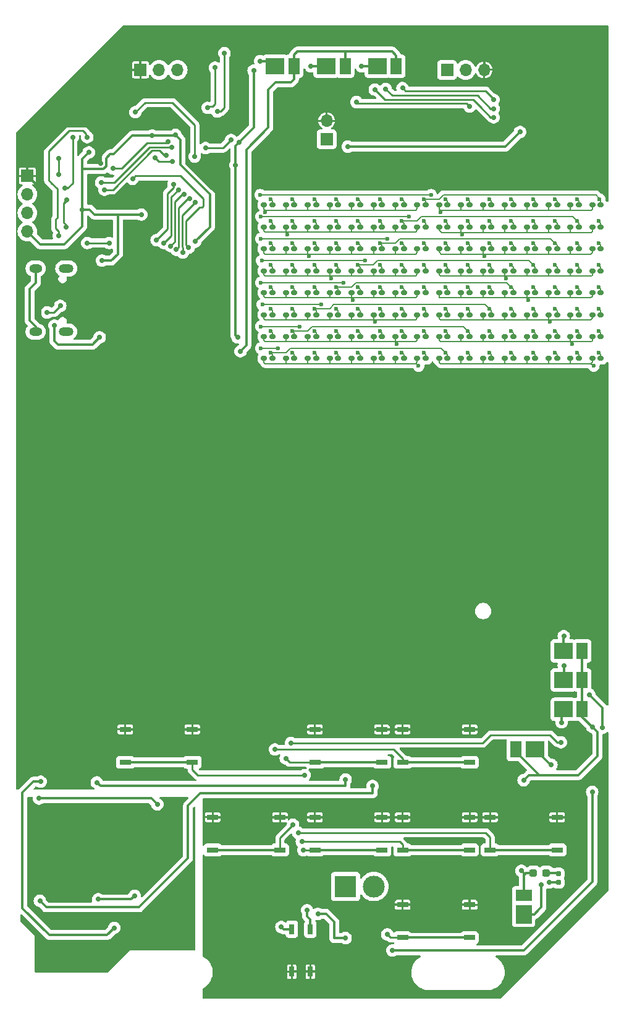
<source format=gbr>
%TF.GenerationSoftware,KiCad,Pcbnew,8.0.8*%
%TF.CreationDate,2025-07-10T22:25:39+08:00*%
%TF.ProjectId,pcb_badge,7063625f-6261-4646-9765-2e6b69636164,rev?*%
%TF.SameCoordinates,Original*%
%TF.FileFunction,Copper,L1,Top*%
%TF.FilePolarity,Positive*%
%FSLAX46Y46*%
G04 Gerber Fmt 4.6, Leading zero omitted, Abs format (unit mm)*
G04 Created by KiCad (PCBNEW 8.0.8) date 2025-07-10 22:25:39*
%MOMM*%
%LPD*%
G01*
G04 APERTURE LIST*
G04 Aperture macros list*
%AMRoundRect*
0 Rectangle with rounded corners*
0 $1 Rounding radius*
0 $2 $3 $4 $5 $6 $7 $8 $9 X,Y pos of 4 corners*
0 Add a 4 corners polygon primitive as box body*
4,1,4,$2,$3,$4,$5,$6,$7,$8,$9,$2,$3,0*
0 Add four circle primitives for the rounded corners*
1,1,$1+$1,$2,$3*
1,1,$1+$1,$4,$5*
1,1,$1+$1,$6,$7*
1,1,$1+$1,$8,$9*
0 Add four rect primitives between the rounded corners*
20,1,$1+$1,$2,$3,$4,$5,0*
20,1,$1+$1,$4,$5,$6,$7,0*
20,1,$1+$1,$6,$7,$8,$9,0*
20,1,$1+$1,$8,$9,$2,$3,0*%
G04 Aperture macros list end*
%TA.AperFunction,ComponentPad*%
%ADD10R,1.700000X1.700000*%
%TD*%
%TA.AperFunction,ComponentPad*%
%ADD11O,1.700000X1.700000*%
%TD*%
%TA.AperFunction,SMDPad,CuDef*%
%ADD12RoundRect,0.160000X-0.222500X-0.160000X0.222500X-0.160000X0.222500X0.160000X-0.222500X0.160000X0*%
%TD*%
%TA.AperFunction,SMDPad,CuDef*%
%ADD13R,2.200000X2.500000*%
%TD*%
%TA.AperFunction,SMDPad,CuDef*%
%ADD14R,2.200000X1.550000*%
%TD*%
%TA.AperFunction,SMDPad,CuDef*%
%ADD15R,1.524000X0.762000*%
%TD*%
%TA.AperFunction,SMDPad,CuDef*%
%ADD16R,2.500000X2.200000*%
%TD*%
%TA.AperFunction,SMDPad,CuDef*%
%ADD17R,1.550000X2.200000*%
%TD*%
%TA.AperFunction,SMDPad,CuDef*%
%ADD18R,0.700000X1.400000*%
%TD*%
%TA.AperFunction,ComponentPad*%
%ADD19R,3.000000X3.000000*%
%TD*%
%TA.AperFunction,ComponentPad*%
%ADD20C,3.000000*%
%TD*%
%TA.AperFunction,SMDPad,CuDef*%
%ADD21RoundRect,0.237500X-0.287500X-0.237500X0.287500X-0.237500X0.287500X0.237500X-0.287500X0.237500X0*%
%TD*%
%TA.AperFunction,SMDPad,CuDef*%
%ADD22RoundRect,0.160000X0.160000X-0.197500X0.160000X0.197500X-0.160000X0.197500X-0.160000X-0.197500X0*%
%TD*%
%TA.AperFunction,ComponentPad*%
%ADD23O,1.800000X1.200000*%
%TD*%
%TA.AperFunction,ComponentPad*%
%ADD24O,2.000000X1.200000*%
%TD*%
%TA.AperFunction,ViaPad*%
%ADD25C,0.700000*%
%TD*%
%TA.AperFunction,ViaPad*%
%ADD26C,0.600000*%
%TD*%
%TA.AperFunction,Conductor*%
%ADD27C,0.350000*%
%TD*%
%TA.AperFunction,Conductor*%
%ADD28C,0.250000*%
%TD*%
%TA.AperFunction,Conductor*%
%ADD29C,0.180000*%
%TD*%
G04 APERTURE END LIST*
D10*
%TO.P,J5,1,Pin_1*%
%TO.N,unconnected-(J5-Pin_1-Pad1)*%
X133500000Y-34500000D03*
D11*
%TO.P,J5,2,Pin_2*%
%TO.N,Net-(J5-Pin_2)*%
X136040000Y-34500000D03*
%TO.P,J5,3,Pin_3*%
%TO.N,GND*%
X138580000Y-34500000D03*
%TD*%
D12*
%TO.P,D112,1,K*%
%TO.N,/LED Matrix2/MAT_RM*%
X114427502Y-62000000D03*
%TO.P,D112,2,A*%
%TO.N,/LED Matrix/MAT_CC*%
X115572502Y-62000000D03*
%TD*%
%TO.P,D21,1,K*%
%TO.N,/LED Matrix/MAT_RC*%
X135427502Y-59000000D03*
%TO.P,D21,2,A*%
%TO.N,/LED Matrix/MAT_CB*%
X136572502Y-59000000D03*
%TD*%
%TO.P,D22,1,K*%
%TO.N,/LED Matrix/MAT_RC*%
X138427502Y-59000000D03*
%TO.P,D22,2,A*%
%TO.N,/LED Matrix/MAT_CC*%
X139572502Y-59000000D03*
%TD*%
%TO.P,D124,1,K*%
%TO.N,/LED Matrix2/MAT_RN*%
X120427502Y-65000000D03*
%TO.P,D124,2,A*%
%TO.N,/LED Matrix/MAT_CE*%
X121572502Y-65000000D03*
%TD*%
D13*
%TO.P,D160,1,K*%
%TO.N,/MCU/IRD_M1*%
X144000000Y-150050000D03*
D14*
%TO.P,D160,2,A*%
%TO.N,/MCU/IRD_N*%
X144000000Y-147475000D03*
%TD*%
D12*
%TO.P,D157,1,K*%
%TO.N,/LED Matrix2/MAT_RR*%
X129427502Y-74000000D03*
%TO.P,D157,2,A*%
%TO.N,/LED Matrix/MAT_CH*%
X130572502Y-74000000D03*
%TD*%
%TO.P,D143,1,K*%
%TO.N,/LED Matrix2/MAT_RQ*%
X117427502Y-71000000D03*
%TO.P,D143,2,A*%
%TO.N,/LED Matrix/MAT_CD*%
X118572502Y-71000000D03*
%TD*%
%TO.P,D55,1,K*%
%TO.N,/LED Matrix/MAT_RF*%
X147427502Y-68000000D03*
%TO.P,D55,2,A*%
%TO.N,/LED Matrix/MAT_CF*%
X148572502Y-68000000D03*
%TD*%
D15*
%TO.P,SW3,1,1*%
%TO.N,GND*%
X89402602Y-124749999D03*
%TO.P,SW3,2,2*%
X98597402Y-124749999D03*
%TO.P,SW3,3,K*%
%TO.N,/MCU/BTN_C*%
X89402602Y-129250001D03*
%TO.P,SW3,4,A*%
X98597402Y-129250001D03*
%TD*%
D12*
%TO.P,D147,1,K*%
%TO.N,/LED Matrix2/MAT_RQ*%
X129427502Y-71000000D03*
%TO.P,D147,2,A*%
%TO.N,/LED Matrix/MAT_CH*%
X130572502Y-71000000D03*
%TD*%
%TO.P,D96,1,K*%
%TO.N,/LED Matrix2/MAT_RK*%
X126427502Y-56000000D03*
%TO.P,D96,2,A*%
%TO.N,/LED Matrix/MAT_CG*%
X127572502Y-56000000D03*
%TD*%
%TO.P,D33,1,K*%
%TO.N,/LED Matrix/MAT_RD*%
X141427502Y-62000000D03*
%TO.P,D33,2,A*%
%TO.N,/LED Matrix/MAT_CD*%
X142572502Y-62000000D03*
%TD*%
%TO.P,D104,1,K*%
%TO.N,/LED Matrix2/MAT_RL*%
X120427502Y-59000000D03*
%TO.P,D104,2,A*%
%TO.N,/LED Matrix/MAT_CE*%
X121572502Y-59000000D03*
%TD*%
%TO.P,D150,1,K*%
%TO.N,/LED Matrix2/MAT_RR*%
X108427502Y-74000000D03*
%TO.P,D150,2,A*%
%TO.N,/LED Matrix/MAT_CA*%
X109572502Y-74000000D03*
%TD*%
%TO.P,D152,1,K*%
%TO.N,/LED Matrix2/MAT_RR*%
X114427502Y-74000000D03*
%TO.P,D152,2,A*%
%TO.N,/LED Matrix/MAT_CC*%
X115572502Y-74000000D03*
%TD*%
D16*
%TO.P,D164,1,K*%
%TO.N,/MCU/IRD_M5*%
X109950000Y-34000000D03*
D17*
%TO.P,D164,2,A*%
%TO.N,/MCU/IRD_N*%
X112525000Y-34000000D03*
%TD*%
D12*
%TO.P,D51,1,K*%
%TO.N,/LED Matrix/MAT_RF*%
X135427502Y-68000000D03*
%TO.P,D51,2,A*%
%TO.N,/LED Matrix/MAT_CB*%
X136572502Y-68000000D03*
%TD*%
%TO.P,D71,1,K*%
%TO.N,/LED Matrix/MAT_RH*%
X135427502Y-74000000D03*
%TO.P,D71,2,A*%
%TO.N,/LED Matrix/MAT_CB*%
X136572502Y-74000000D03*
%TD*%
%TO.P,D113,1,K*%
%TO.N,/LED Matrix2/MAT_RM*%
X117427502Y-62000000D03*
%TO.P,D113,2,A*%
%TO.N,/LED Matrix/MAT_CD*%
X118572502Y-62000000D03*
%TD*%
%TO.P,D77,1,K*%
%TO.N,/LED Matrix/MAT_RH*%
X153427502Y-74000000D03*
%TO.P,D77,2,A*%
%TO.N,/LED Matrix/MAT_CH*%
X154572502Y-74000000D03*
%TD*%
%TO.P,D43,1,K*%
%TO.N,/LED Matrix/MAT_RE*%
X141427502Y-65000000D03*
%TO.P,D43,2,A*%
%TO.N,/LED Matrix/MAT_CD*%
X142572502Y-65000000D03*
%TD*%
%TO.P,D153,1,K*%
%TO.N,/LED Matrix2/MAT_RR*%
X117427502Y-74000000D03*
%TO.P,D153,2,A*%
%TO.N,/LED Matrix/MAT_CD*%
X118572502Y-74000000D03*
%TD*%
%TO.P,D110,1,K*%
%TO.N,/LED Matrix2/MAT_RM*%
X108427502Y-62000000D03*
%TO.P,D110,2,A*%
%TO.N,/LED Matrix/MAT_CA*%
X109572502Y-62000000D03*
%TD*%
D16*
%TO.P,D166,1,K*%
%TO.N,/MCU/IRD_M7*%
X123950000Y-34000000D03*
D17*
%TO.P,D166,2,A*%
%TO.N,/MCU/IRD_N*%
X126525000Y-34000000D03*
%TD*%
D18*
%TO.P,U6,1,GND*%
%TO.N,GND*%
X112230002Y-157900000D03*
%TO.P,U6,2,GND*%
X114770002Y-157900000D03*
%TO.P,U6,3,OUTPUT*%
%TO.N,/MCU/IRRX*%
X114770002Y-152100000D03*
%TO.P,U6,4,VCC*%
%TO.N,Net-(U6-VCC)*%
X112230002Y-152100000D03*
%TD*%
D12*
%TO.P,D01,1,K*%
%TO.N,/LED Matrix/MAT_RA*%
X135427502Y-53000000D03*
%TO.P,D01,2,A*%
%TO.N,/LED Matrix/MAT_CB*%
X136572502Y-53000000D03*
%TD*%
%TO.P,D136,1,K*%
%TO.N,/LED Matrix2/MAT_RP*%
X126427502Y-68000000D03*
%TO.P,D136,2,A*%
%TO.N,/LED Matrix/MAT_CG*%
X127572502Y-68000000D03*
%TD*%
%TO.P,D56,1,K*%
%TO.N,/LED Matrix/MAT_RF*%
X150427502Y-68000000D03*
%TO.P,D56,2,A*%
%TO.N,/LED Matrix/MAT_CG*%
X151572502Y-68000000D03*
%TD*%
%TO.P,D05,1,K*%
%TO.N,/LED Matrix/MAT_RA*%
X147427502Y-53000000D03*
%TO.P,D05,2,A*%
%TO.N,/LED Matrix/MAT_CF*%
X148572502Y-53000000D03*
%TD*%
%TO.P,D154,1,K*%
%TO.N,/LED Matrix2/MAT_RR*%
X120427502Y-74000000D03*
%TO.P,D154,2,A*%
%TO.N,/LED Matrix/MAT_CE*%
X121572502Y-74000000D03*
%TD*%
%TO.P,D16,1,K*%
%TO.N,/LED Matrix/MAT_RB*%
X150427502Y-56000000D03*
%TO.P,D16,2,A*%
%TO.N,/LED Matrix/MAT_CG*%
X151572502Y-56000000D03*
%TD*%
%TO.P,D151,1,K*%
%TO.N,/LED Matrix2/MAT_RR*%
X111427502Y-74000000D03*
%TO.P,D151,2,A*%
%TO.N,/LED Matrix/MAT_CB*%
X112572502Y-74000000D03*
%TD*%
%TO.P,D66,1,K*%
%TO.N,/LED Matrix/MAT_RG*%
X150427502Y-71000000D03*
%TO.P,D66,2,A*%
%TO.N,/LED Matrix/MAT_CG*%
X151572502Y-71000000D03*
%TD*%
%TO.P,D12,1,K*%
%TO.N,/LED Matrix/MAT_RB*%
X138427502Y-56000000D03*
%TO.P,D12,2,A*%
%TO.N,/LED Matrix/MAT_CC*%
X139572502Y-56000000D03*
%TD*%
%TO.P,D76,1,K*%
%TO.N,/LED Matrix/MAT_RH*%
X150427502Y-74000000D03*
%TO.P,D76,2,A*%
%TO.N,/LED Matrix/MAT_CG*%
X151572502Y-74000000D03*
%TD*%
%TO.P,D155,1,K*%
%TO.N,/LED Matrix2/MAT_RR*%
X123427502Y-74000000D03*
%TO.P,D155,2,A*%
%TO.N,/LED Matrix/MAT_CF*%
X124572502Y-74000000D03*
%TD*%
%TO.P,D75,1,K*%
%TO.N,/LED Matrix/MAT_RH*%
X147427502Y-74000000D03*
%TO.P,D75,2,A*%
%TO.N,/LED Matrix/MAT_CF*%
X148572502Y-74000000D03*
%TD*%
%TO.P,D67,1,K*%
%TO.N,/LED Matrix/MAT_RG*%
X153427502Y-71000000D03*
%TO.P,D67,2,A*%
%TO.N,/LED Matrix/MAT_CH*%
X154572502Y-71000000D03*
%TD*%
D10*
%TO.P,J7,1,Pin_1*%
%TO.N,VCC*%
X117000000Y-44000000D03*
D11*
%TO.P,J7,2,Pin_2*%
%TO.N,GND*%
X117000000Y-41460000D03*
%TD*%
D19*
%TO.P,J2,1,Pin_1*%
%TO.N,/Power/AAA_POS*%
X119592500Y-146250000D03*
D20*
%TO.P,J2,2,Pin_2*%
%TO.N,/Power/AAA_NEG*%
X123472500Y-146250000D03*
%TD*%
D12*
%TO.P,D95,1,K*%
%TO.N,/LED Matrix2/MAT_RK*%
X123427502Y-56000000D03*
%TO.P,D95,2,A*%
%TO.N,/LED Matrix/MAT_CF*%
X124572502Y-56000000D03*
%TD*%
%TO.P,D134,1,K*%
%TO.N,/LED Matrix2/MAT_RP*%
X120427502Y-68000000D03*
%TO.P,D134,2,A*%
%TO.N,/LED Matrix/MAT_CE*%
X121572502Y-68000000D03*
%TD*%
%TO.P,D145,1,K*%
%TO.N,/LED Matrix2/MAT_RQ*%
X123427502Y-71000000D03*
%TO.P,D145,2,A*%
%TO.N,/LED Matrix/MAT_CF*%
X124572502Y-71000000D03*
%TD*%
%TO.P,D125,1,K*%
%TO.N,/LED Matrix2/MAT_RN*%
X123427502Y-65000000D03*
%TO.P,D125,2,A*%
%TO.N,/LED Matrix/MAT_CF*%
X124572502Y-65000000D03*
%TD*%
%TO.P,D13,1,K*%
%TO.N,/LED Matrix/MAT_RB*%
X141427502Y-56000000D03*
%TO.P,D13,2,A*%
%TO.N,/LED Matrix/MAT_CD*%
X142572502Y-56000000D03*
%TD*%
%TO.P,D44,1,K*%
%TO.N,/LED Matrix/MAT_RE*%
X144427502Y-65000000D03*
%TO.P,D44,2,A*%
%TO.N,/LED Matrix/MAT_CE*%
X145572502Y-65000000D03*
%TD*%
%TO.P,D34,1,K*%
%TO.N,/LED Matrix/MAT_RD*%
X144427502Y-62000000D03*
%TO.P,D34,2,A*%
%TO.N,/LED Matrix/MAT_CE*%
X145572502Y-62000000D03*
%TD*%
%TO.P,D114,1,K*%
%TO.N,/LED Matrix2/MAT_RM*%
X120427502Y-62000000D03*
%TO.P,D114,2,A*%
%TO.N,/LED Matrix/MAT_CE*%
X121572502Y-62000000D03*
%TD*%
%TO.P,D14,1,K*%
%TO.N,/LED Matrix/MAT_RB*%
X144427502Y-56000000D03*
%TO.P,D14,2,A*%
%TO.N,/LED Matrix/MAT_CE*%
X145572502Y-56000000D03*
%TD*%
%TO.P,D103,1,K*%
%TO.N,/LED Matrix2/MAT_RL*%
X117427502Y-59000000D03*
%TO.P,D103,2,A*%
%TO.N,/LED Matrix/MAT_CD*%
X118572502Y-59000000D03*
%TD*%
%TO.P,D53,1,K*%
%TO.N,/LED Matrix/MAT_RF*%
X141427502Y-68000000D03*
%TO.P,D53,2,A*%
%TO.N,/LED Matrix/MAT_CD*%
X142572502Y-68000000D03*
%TD*%
D16*
%TO.P,D163,1,K*%
%TO.N,/MCU/IRD_M4*%
X149450000Y-118000000D03*
D17*
%TO.P,D163,2,A*%
%TO.N,/MCU/IRD_N*%
X152025000Y-118000000D03*
%TD*%
D12*
%TO.P,D90,1,K*%
%TO.N,/LED Matrix2/MAT_RK*%
X108427502Y-56000000D03*
%TO.P,D90,2,A*%
%TO.N,/LED Matrix/MAT_CA*%
X109572502Y-56000000D03*
%TD*%
%TO.P,D156,1,K*%
%TO.N,/LED Matrix2/MAT_RR*%
X126427502Y-74000000D03*
%TO.P,D156,2,A*%
%TO.N,/LED Matrix/MAT_CG*%
X127572502Y-74000000D03*
%TD*%
D21*
%TO.P,D3,1,K*%
%TO.N,/MCU/IRD_N*%
X145347500Y-144377500D03*
%TO.P,D3,2,A*%
%TO.N,/MCU/IRD_M2*%
X147097500Y-144377500D03*
%TD*%
D12*
%TO.P,D62,1,K*%
%TO.N,/LED Matrix/MAT_RG*%
X138427502Y-71000000D03*
%TO.P,D62,2,A*%
%TO.N,/LED Matrix/MAT_CC*%
X139572502Y-71000000D03*
%TD*%
%TO.P,D20,1,K*%
%TO.N,/LED Matrix/MAT_RC*%
X132427502Y-59000000D03*
%TO.P,D20,2,A*%
%TO.N,/LED Matrix/MAT_CA*%
X133572502Y-59000000D03*
%TD*%
%TO.P,D36,1,K*%
%TO.N,/LED Matrix/MAT_RD*%
X150427502Y-62000000D03*
%TO.P,D36,2,A*%
%TO.N,/LED Matrix/MAT_CG*%
X151572502Y-62000000D03*
%TD*%
%TO.P,D93,1,K*%
%TO.N,/LED Matrix2/MAT_RK*%
X117427502Y-56000000D03*
%TO.P,D93,2,A*%
%TO.N,/LED Matrix/MAT_CD*%
X118572502Y-56000000D03*
%TD*%
%TO.P,D60,1,K*%
%TO.N,/LED Matrix/MAT_RG*%
X132427502Y-71000000D03*
%TO.P,D60,2,A*%
%TO.N,/LED Matrix/MAT_CA*%
X133572502Y-71000000D03*
%TD*%
%TO.P,D111,1,K*%
%TO.N,/LED Matrix2/MAT_RM*%
X111427502Y-62000000D03*
%TO.P,D111,2,A*%
%TO.N,/LED Matrix/MAT_CB*%
X112572502Y-62000000D03*
%TD*%
%TO.P,D32,1,K*%
%TO.N,/LED Matrix/MAT_RD*%
X138427502Y-62000000D03*
%TO.P,D32,2,A*%
%TO.N,/LED Matrix/MAT_CC*%
X139572502Y-62000000D03*
%TD*%
%TO.P,D115,1,K*%
%TO.N,/LED Matrix2/MAT_RM*%
X123427502Y-62000000D03*
%TO.P,D115,2,A*%
%TO.N,/LED Matrix/MAT_CF*%
X124572502Y-62000000D03*
%TD*%
%TO.P,D30,1,K*%
%TO.N,/LED Matrix/MAT_RD*%
X132427502Y-62000000D03*
%TO.P,D30,2,A*%
%TO.N,/LED Matrix/MAT_CA*%
X133572502Y-62000000D03*
%TD*%
%TO.P,D37,1,K*%
%TO.N,/LED Matrix/MAT_RD*%
X153427502Y-62000000D03*
%TO.P,D37,2,A*%
%TO.N,/LED Matrix/MAT_CH*%
X154572502Y-62000000D03*
%TD*%
D16*
%TO.P,D167,1,K*%
%TO.N,/MCU/IRD_M8*%
X116950000Y-34000000D03*
D17*
%TO.P,D167,2,A*%
%TO.N,/MCU/IRD_N*%
X119525000Y-34000000D03*
%TD*%
D12*
%TO.P,D27,1,K*%
%TO.N,/LED Matrix/MAT_RC*%
X153427502Y-59000000D03*
%TO.P,D27,2,A*%
%TO.N,/LED Matrix/MAT_CH*%
X154572502Y-59000000D03*
%TD*%
%TO.P,D07,1,K*%
%TO.N,/LED Matrix/MAT_RA*%
X153427502Y-53000000D03*
%TO.P,D07,2,A*%
%TO.N,/LED Matrix/MAT_CH*%
X154572502Y-53000000D03*
%TD*%
%TO.P,D65,1,K*%
%TO.N,/LED Matrix/MAT_RG*%
X147427502Y-71000000D03*
%TO.P,D65,2,A*%
%TO.N,/LED Matrix/MAT_CF*%
X148572502Y-71000000D03*
%TD*%
%TO.P,D97,1,K*%
%TO.N,/LED Matrix2/MAT_RK*%
X129427502Y-56000000D03*
%TO.P,D97,2,A*%
%TO.N,/LED Matrix/MAT_CH*%
X130572502Y-56000000D03*
%TD*%
%TO.P,D02,1,K*%
%TO.N,/LED Matrix/MAT_RA*%
X138427502Y-53000000D03*
%TO.P,D02,2,A*%
%TO.N,/LED Matrix/MAT_CC*%
X139572502Y-53000000D03*
%TD*%
%TO.P,D141,1,K*%
%TO.N,/LED Matrix2/MAT_RQ*%
X111427502Y-71000000D03*
%TO.P,D141,2,A*%
%TO.N,/LED Matrix/MAT_CB*%
X112572502Y-71000000D03*
%TD*%
D15*
%TO.P,SW6,1,1*%
%TO.N,GND*%
X139402602Y-136749999D03*
%TO.P,SW6,2,2*%
X148597402Y-136749999D03*
%TO.P,SW6,3,K*%
%TO.N,/MCU/BTN_F*%
X139402602Y-141250001D03*
%TO.P,SW6,4,A*%
X148597402Y-141250001D03*
%TD*%
D12*
%TO.P,D133,1,K*%
%TO.N,/LED Matrix2/MAT_RP*%
X117427502Y-68000000D03*
%TO.P,D133,2,A*%
%TO.N,/LED Matrix/MAT_CD*%
X118572502Y-68000000D03*
%TD*%
D15*
%TO.P,SW1,1,1*%
%TO.N,GND*%
X101402602Y-136749999D03*
%TO.P,SW1,2,2*%
X110597402Y-136749999D03*
%TO.P,SW1,3,K*%
%TO.N,/MCU/BTN_A*%
X101402602Y-141250001D03*
%TO.P,SW1,4,A*%
X110597402Y-141250001D03*
%TD*%
D12*
%TO.P,D126,1,K*%
%TO.N,/LED Matrix2/MAT_RN*%
X126427502Y-65000000D03*
%TO.P,D126,2,A*%
%TO.N,/LED Matrix/MAT_CG*%
X127572502Y-65000000D03*
%TD*%
%TO.P,D06,1,K*%
%TO.N,/LED Matrix/MAT_RA*%
X150427502Y-53000000D03*
%TO.P,D06,2,A*%
%TO.N,/LED Matrix/MAT_CG*%
X151572502Y-53000000D03*
%TD*%
%TO.P,D84,1,K*%
%TO.N,/LED Matrix2/MAT_RJ*%
X120427502Y-53000000D03*
%TO.P,D84,2,A*%
%TO.N,/LED Matrix/MAT_CE*%
X121572502Y-53000000D03*
%TD*%
%TO.P,D91,1,K*%
%TO.N,/LED Matrix2/MAT_RK*%
X111427502Y-56000000D03*
%TO.P,D91,2,A*%
%TO.N,/LED Matrix/MAT_CB*%
X112572502Y-56000000D03*
%TD*%
%TO.P,D130,1,K*%
%TO.N,/LED Matrix2/MAT_RP*%
X108427502Y-68000000D03*
%TO.P,D130,2,A*%
%TO.N,/LED Matrix/MAT_CA*%
X109572502Y-68000000D03*
%TD*%
%TO.P,D17,1,K*%
%TO.N,/LED Matrix/MAT_RB*%
X153427502Y-56000000D03*
%TO.P,D17,2,A*%
%TO.N,/LED Matrix/MAT_CH*%
X154572502Y-56000000D03*
%TD*%
%TO.P,D24,1,K*%
%TO.N,/LED Matrix/MAT_RC*%
X144427502Y-59000000D03*
%TO.P,D24,2,A*%
%TO.N,/LED Matrix/MAT_CE*%
X145572502Y-59000000D03*
%TD*%
D15*
%TO.P,SW2,1,1*%
%TO.N,GND*%
X127402602Y-148749999D03*
%TO.P,SW2,2,2*%
X136597402Y-148749999D03*
%TO.P,SW2,3,K*%
%TO.N,/MCU/BTN_B*%
X127402602Y-153250001D03*
%TO.P,SW2,4,A*%
X136597402Y-153250001D03*
%TD*%
D12*
%TO.P,D35,1,K*%
%TO.N,/LED Matrix/MAT_RD*%
X147427502Y-62000000D03*
%TO.P,D35,2,A*%
%TO.N,/LED Matrix/MAT_CF*%
X148572502Y-62000000D03*
%TD*%
%TO.P,D04,1,K*%
%TO.N,/LED Matrix/MAT_RA*%
X144427502Y-53000000D03*
%TO.P,D04,2,A*%
%TO.N,/LED Matrix/MAT_CE*%
X145572502Y-53000000D03*
%TD*%
%TO.P,D100,1,K*%
%TO.N,/LED Matrix2/MAT_RL*%
X108427502Y-59000000D03*
%TO.P,D100,2,A*%
%TO.N,/LED Matrix/MAT_CA*%
X109572502Y-59000000D03*
%TD*%
%TO.P,D74,1,K*%
%TO.N,/LED Matrix/MAT_RH*%
X144427502Y-74000000D03*
%TO.P,D74,2,A*%
%TO.N,/LED Matrix/MAT_CE*%
X145572502Y-74000000D03*
%TD*%
%TO.P,D70,1,K*%
%TO.N,/LED Matrix/MAT_RH*%
X132427502Y-74000000D03*
%TO.P,D70,2,A*%
%TO.N,/LED Matrix/MAT_CA*%
X133572502Y-74000000D03*
%TD*%
%TO.P,D106,1,K*%
%TO.N,/LED Matrix2/MAT_RL*%
X126427502Y-59000000D03*
%TO.P,D106,2,A*%
%TO.N,/LED Matrix/MAT_CG*%
X127572502Y-59000000D03*
%TD*%
%TO.P,D101,1,K*%
%TO.N,/LED Matrix2/MAT_RL*%
X111427502Y-59000000D03*
%TO.P,D101,2,A*%
%TO.N,/LED Matrix/MAT_CB*%
X112572502Y-59000000D03*
%TD*%
%TO.P,D132,1,K*%
%TO.N,/LED Matrix2/MAT_RP*%
X114427502Y-68000000D03*
%TO.P,D132,2,A*%
%TO.N,/LED Matrix/MAT_CC*%
X115572502Y-68000000D03*
%TD*%
%TO.P,D23,1,K*%
%TO.N,/LED Matrix/MAT_RC*%
X141427502Y-59000000D03*
%TO.P,D23,2,A*%
%TO.N,/LED Matrix/MAT_CD*%
X142572502Y-59000000D03*
%TD*%
%TO.P,D57,1,K*%
%TO.N,/LED Matrix/MAT_RF*%
X153427502Y-68000000D03*
%TO.P,D57,2,A*%
%TO.N,/LED Matrix/MAT_CH*%
X154572502Y-68000000D03*
%TD*%
%TO.P,D107,1,K*%
%TO.N,/LED Matrix2/MAT_RL*%
X129427502Y-59000000D03*
%TO.P,D107,2,A*%
%TO.N,/LED Matrix/MAT_CH*%
X130572502Y-59000000D03*
%TD*%
%TO.P,D123,1,K*%
%TO.N,/LED Matrix2/MAT_RN*%
X117427502Y-65000000D03*
%TO.P,D123,2,A*%
%TO.N,/LED Matrix/MAT_CD*%
X118572502Y-65000000D03*
%TD*%
%TO.P,D102,1,K*%
%TO.N,/LED Matrix2/MAT_RL*%
X114427502Y-59000000D03*
%TO.P,D102,2,A*%
%TO.N,/LED Matrix/MAT_CC*%
X115572502Y-59000000D03*
%TD*%
%TO.P,D64,1,K*%
%TO.N,/LED Matrix/MAT_RG*%
X144427502Y-71000000D03*
%TO.P,D64,2,A*%
%TO.N,/LED Matrix/MAT_CE*%
X145572502Y-71000000D03*
%TD*%
%TO.P,D26,1,K*%
%TO.N,/LED Matrix/MAT_RC*%
X150427502Y-59000000D03*
%TO.P,D26,2,A*%
%TO.N,/LED Matrix/MAT_CG*%
X151572502Y-59000000D03*
%TD*%
D16*
%TO.P,D162,1,K*%
%TO.N,/MCU/IRD_M3*%
X149450000Y-122000000D03*
D17*
%TO.P,D162,2,A*%
%TO.N,/MCU/IRD_N*%
X152025000Y-122000000D03*
%TD*%
D12*
%TO.P,D42,1,K*%
%TO.N,/LED Matrix/MAT_RE*%
X138427502Y-65000000D03*
%TO.P,D42,2,A*%
%TO.N,/LED Matrix/MAT_CC*%
X139572502Y-65000000D03*
%TD*%
%TO.P,D46,1,K*%
%TO.N,/LED Matrix/MAT_RE*%
X150427502Y-65000000D03*
%TO.P,D46,2,A*%
%TO.N,/LED Matrix/MAT_CG*%
X151572502Y-65000000D03*
%TD*%
%TO.P,D131,1,K*%
%TO.N,/LED Matrix2/MAT_RP*%
X111427502Y-68000000D03*
%TO.P,D131,2,A*%
%TO.N,/LED Matrix/MAT_CB*%
X112572502Y-68000000D03*
%TD*%
%TO.P,D50,1,K*%
%TO.N,/LED Matrix/MAT_RF*%
X132427502Y-68000000D03*
%TO.P,D50,2,A*%
%TO.N,/LED Matrix/MAT_CA*%
X133572502Y-68000000D03*
%TD*%
D16*
%TO.P,D161,1,K*%
%TO.N,/MCU/IRD_M1*%
X145550000Y-127500000D03*
D17*
%TO.P,D161,2,A*%
%TO.N,/MCU/IRD_N*%
X142975000Y-127500000D03*
%TD*%
D12*
%TO.P,D144,1,K*%
%TO.N,/LED Matrix2/MAT_RQ*%
X120427502Y-71000000D03*
%TO.P,D144,2,A*%
%TO.N,/LED Matrix/MAT_CE*%
X121572502Y-71000000D03*
%TD*%
%TO.P,D105,1,K*%
%TO.N,/LED Matrix2/MAT_RL*%
X123427502Y-59000000D03*
%TO.P,D105,2,A*%
%TO.N,/LED Matrix/MAT_CF*%
X124572502Y-59000000D03*
%TD*%
%TO.P,D116,1,K*%
%TO.N,/LED Matrix2/MAT_RM*%
X126427502Y-62000000D03*
%TO.P,D116,2,A*%
%TO.N,/LED Matrix/MAT_CG*%
X127572502Y-62000000D03*
%TD*%
%TO.P,D52,1,K*%
%TO.N,/LED Matrix/MAT_RF*%
X138427502Y-68000000D03*
%TO.P,D52,2,A*%
%TO.N,/LED Matrix/MAT_CC*%
X139572502Y-68000000D03*
%TD*%
D10*
%TO.P,J4,1,Pin_1*%
%TO.N,GND*%
X91500000Y-34500000D03*
D11*
%TO.P,J4,2,Pin_2*%
%TO.N,Net-(J4-Pin_2)*%
X94040000Y-34500000D03*
%TO.P,J4,3,Pin_3*%
%TO.N,unconnected-(J4-Pin_3-Pad3)*%
X96580000Y-34500000D03*
%TD*%
D12*
%TO.P,D00,1,K*%
%TO.N,/LED Matrix/MAT_RA*%
X132427502Y-53000000D03*
%TO.P,D00,2,A*%
%TO.N,/LED Matrix/MAT_CA*%
X133572502Y-53000000D03*
%TD*%
%TO.P,D85,1,K*%
%TO.N,/LED Matrix2/MAT_RJ*%
X123427502Y-53000000D03*
%TO.P,D85,2,A*%
%TO.N,/LED Matrix/MAT_CF*%
X124572502Y-53000000D03*
%TD*%
D15*
%TO.P,SW8,1,1*%
%TO.N,GND*%
X127402602Y-124749999D03*
%TO.P,SW8,2,2*%
X136597402Y-124749999D03*
%TO.P,SW8,3,K*%
%TO.N,/MCU/BTN_H*%
X127402602Y-129250001D03*
%TO.P,SW8,4,A*%
X136597402Y-129250001D03*
%TD*%
D12*
%TO.P,D142,1,K*%
%TO.N,/LED Matrix2/MAT_RQ*%
X114427502Y-71000000D03*
%TO.P,D142,2,A*%
%TO.N,/LED Matrix/MAT_CC*%
X115572502Y-71000000D03*
%TD*%
%TO.P,D63,1,K*%
%TO.N,/LED Matrix/MAT_RG*%
X141427502Y-71000000D03*
%TO.P,D63,2,A*%
%TO.N,/LED Matrix/MAT_CD*%
X142572502Y-71000000D03*
%TD*%
%TO.P,D140,1,K*%
%TO.N,/LED Matrix2/MAT_RQ*%
X108427502Y-71000000D03*
%TO.P,D140,2,A*%
%TO.N,/LED Matrix/MAT_CA*%
X109572502Y-71000000D03*
%TD*%
D15*
%TO.P,SW5,1,1*%
%TO.N,GND*%
X127402602Y-136749999D03*
%TO.P,SW5,2,2*%
X136597402Y-136749999D03*
%TO.P,SW5,3,K*%
%TO.N,/MCU/BTN_E*%
X127402602Y-141250001D03*
%TO.P,SW5,4,A*%
X136597402Y-141250001D03*
%TD*%
D12*
%TO.P,D82,1,K*%
%TO.N,/LED Matrix2/MAT_RJ*%
X114427502Y-53000000D03*
%TO.P,D82,2,A*%
%TO.N,/LED Matrix/MAT_CC*%
X115572502Y-53000000D03*
%TD*%
%TO.P,D47,1,K*%
%TO.N,/LED Matrix/MAT_RE*%
X153427502Y-65000000D03*
%TO.P,D47,2,A*%
%TO.N,/LED Matrix/MAT_CH*%
X154572502Y-65000000D03*
%TD*%
%TO.P,D83,1,K*%
%TO.N,/LED Matrix2/MAT_RJ*%
X117427502Y-53000000D03*
%TO.P,D83,2,A*%
%TO.N,/LED Matrix/MAT_CD*%
X118572502Y-53000000D03*
%TD*%
%TO.P,D15,1,K*%
%TO.N,/LED Matrix/MAT_RB*%
X147427502Y-56000000D03*
%TO.P,D15,2,A*%
%TO.N,/LED Matrix/MAT_CF*%
X148572502Y-56000000D03*
%TD*%
%TO.P,D92,1,K*%
%TO.N,/LED Matrix2/MAT_RK*%
X114427502Y-56000000D03*
%TO.P,D92,2,A*%
%TO.N,/LED Matrix/MAT_CC*%
X115572502Y-56000000D03*
%TD*%
%TO.P,D41,1,K*%
%TO.N,/LED Matrix/MAT_RE*%
X135427502Y-65000000D03*
%TO.P,D41,2,A*%
%TO.N,/LED Matrix/MAT_CB*%
X136572502Y-65000000D03*
%TD*%
%TO.P,D122,1,K*%
%TO.N,/LED Matrix2/MAT_RN*%
X114427502Y-65000000D03*
%TO.P,D122,2,A*%
%TO.N,/LED Matrix/MAT_CC*%
X115572502Y-65000000D03*
%TD*%
%TO.P,D94,1,K*%
%TO.N,/LED Matrix2/MAT_RK*%
X120427502Y-56000000D03*
%TO.P,D94,2,A*%
%TO.N,/LED Matrix/MAT_CE*%
X121572502Y-56000000D03*
%TD*%
D15*
%TO.P,SW4,1,1*%
%TO.N,GND*%
X115402602Y-136749999D03*
%TO.P,SW4,2,2*%
X124597402Y-136749999D03*
%TO.P,SW4,3,K*%
%TO.N,/MCU/BTN_D*%
X115402602Y-141250001D03*
%TO.P,SW4,4,A*%
X124597402Y-141250001D03*
%TD*%
D12*
%TO.P,D25,1,K*%
%TO.N,/LED Matrix/MAT_RC*%
X147427502Y-59000000D03*
%TO.P,D25,2,A*%
%TO.N,/LED Matrix/MAT_CF*%
X148572502Y-59000000D03*
%TD*%
%TO.P,D80,1,K*%
%TO.N,/LED Matrix2/MAT_RJ*%
X108427502Y-53000000D03*
%TO.P,D80,2,A*%
%TO.N,/LED Matrix/MAT_CA*%
X109572502Y-53000000D03*
%TD*%
%TO.P,D135,1,K*%
%TO.N,/LED Matrix2/MAT_RP*%
X123427502Y-68000000D03*
%TO.P,D135,2,A*%
%TO.N,/LED Matrix/MAT_CF*%
X124572502Y-68000000D03*
%TD*%
D10*
%TO.P,J3,1,Pin_1*%
%TO.N,GND*%
X76000002Y-49000000D03*
D11*
%TO.P,J3,2,Pin_2*%
%TO.N,/MCU/PA14*%
X76000002Y-51540000D03*
%TO.P,J3,3,Pin_3*%
%TO.N,/MCU/PA13*%
X76000002Y-54080000D03*
%TO.P,J3,4,Pin_4*%
%TO.N,VCC*%
X76000002Y-56620000D03*
%TD*%
D22*
%TO.P,R29,1*%
%TO.N,VCC*%
X148800000Y-145697500D03*
%TO.P,R29,2*%
%TO.N,/MCU/IRD_M2*%
X148800000Y-144502500D03*
%TD*%
D12*
%TO.P,D40,1,K*%
%TO.N,/LED Matrix/MAT_RE*%
X132427502Y-65000000D03*
%TO.P,D40,2,A*%
%TO.N,/LED Matrix/MAT_CA*%
X133572502Y-65000000D03*
%TD*%
%TO.P,D120,1,K*%
%TO.N,/LED Matrix2/MAT_RN*%
X108427502Y-65000000D03*
%TO.P,D120,2,A*%
%TO.N,/LED Matrix/MAT_CA*%
X109572502Y-65000000D03*
%TD*%
%TO.P,D11,1,K*%
%TO.N,/LED Matrix/MAT_RB*%
X135427502Y-56000000D03*
%TO.P,D11,2,A*%
%TO.N,/LED Matrix/MAT_CB*%
X136572502Y-56000000D03*
%TD*%
%TO.P,D87,1,K*%
%TO.N,/LED Matrix2/MAT_RJ*%
X129427502Y-53000000D03*
%TO.P,D87,2,A*%
%TO.N,/LED Matrix/MAT_CH*%
X130572502Y-53000000D03*
%TD*%
D16*
%TO.P,D165,1,K*%
%TO.N,/MCU/IRD_M6*%
X149450000Y-114000000D03*
D17*
%TO.P,D165,2,A*%
%TO.N,/MCU/IRD_N*%
X152025000Y-114000000D03*
%TD*%
D12*
%TO.P,D81,1,K*%
%TO.N,/LED Matrix2/MAT_RJ*%
X111427502Y-53000000D03*
%TO.P,D81,2,A*%
%TO.N,/LED Matrix/MAT_CB*%
X112572502Y-53000000D03*
%TD*%
%TO.P,D127,1,K*%
%TO.N,/LED Matrix2/MAT_RN*%
X129427502Y-65000000D03*
%TO.P,D127,2,A*%
%TO.N,/LED Matrix/MAT_CH*%
X130572502Y-65000000D03*
%TD*%
%TO.P,D72,1,K*%
%TO.N,/LED Matrix/MAT_RH*%
X138427502Y-74000000D03*
%TO.P,D72,2,A*%
%TO.N,/LED Matrix/MAT_CC*%
X139572502Y-74000000D03*
%TD*%
%TO.P,D137,1,K*%
%TO.N,/LED Matrix2/MAT_RP*%
X129427502Y-68000000D03*
%TO.P,D137,2,A*%
%TO.N,/LED Matrix/MAT_CH*%
X130572502Y-68000000D03*
%TD*%
%TO.P,D54,1,K*%
%TO.N,/LED Matrix/MAT_RF*%
X144427502Y-68000000D03*
%TO.P,D54,2,A*%
%TO.N,/LED Matrix/MAT_CE*%
X145572502Y-68000000D03*
%TD*%
%TO.P,D03,1,K*%
%TO.N,/LED Matrix/MAT_RA*%
X141427502Y-53000000D03*
%TO.P,D03,2,A*%
%TO.N,/LED Matrix/MAT_CD*%
X142572502Y-53000000D03*
%TD*%
%TO.P,D10,1,K*%
%TO.N,/LED Matrix/MAT_RB*%
X132427502Y-56000000D03*
%TO.P,D10,2,A*%
%TO.N,/LED Matrix/MAT_CA*%
X133572502Y-56000000D03*
%TD*%
%TO.P,D117,1,K*%
%TO.N,/LED Matrix2/MAT_RM*%
X129427502Y-62000000D03*
%TO.P,D117,2,A*%
%TO.N,/LED Matrix/MAT_CH*%
X130572502Y-62000000D03*
%TD*%
%TO.P,D45,1,K*%
%TO.N,/LED Matrix/MAT_RE*%
X147427502Y-65000000D03*
%TO.P,D45,2,A*%
%TO.N,/LED Matrix/MAT_CF*%
X148572502Y-65000000D03*
%TD*%
%TO.P,D61,1,K*%
%TO.N,/LED Matrix/MAT_RG*%
X135427502Y-71000000D03*
%TO.P,D61,2,A*%
%TO.N,/LED Matrix/MAT_CB*%
X136572502Y-71000000D03*
%TD*%
D15*
%TO.P,SW7,1,1*%
%TO.N,GND*%
X115402602Y-124749999D03*
%TO.P,SW7,2,2*%
X124597402Y-124749999D03*
%TO.P,SW7,3,K*%
%TO.N,/MCU/BTN_G*%
X115402602Y-129250001D03*
%TO.P,SW7,4,A*%
X124597402Y-129250001D03*
%TD*%
D12*
%TO.P,D146,1,K*%
%TO.N,/LED Matrix2/MAT_RQ*%
X126427502Y-71000000D03*
%TO.P,D146,2,A*%
%TO.N,/LED Matrix/MAT_CG*%
X127572502Y-71000000D03*
%TD*%
%TO.P,D86,1,K*%
%TO.N,/LED Matrix2/MAT_RJ*%
X126427502Y-53000000D03*
%TO.P,D86,2,A*%
%TO.N,/LED Matrix/MAT_CG*%
X127572502Y-53000000D03*
%TD*%
%TO.P,D121,1,K*%
%TO.N,/LED Matrix2/MAT_RN*%
X111427502Y-65000000D03*
%TO.P,D121,2,A*%
%TO.N,/LED Matrix/MAT_CB*%
X112572502Y-65000000D03*
%TD*%
%TO.P,D31,1,K*%
%TO.N,/LED Matrix/MAT_RD*%
X135427502Y-62000000D03*
%TO.P,D31,2,A*%
%TO.N,/LED Matrix/MAT_CB*%
X136572502Y-62000000D03*
%TD*%
%TO.P,D73,1,K*%
%TO.N,/LED Matrix/MAT_RH*%
X141427502Y-74000000D03*
%TO.P,D73,2,A*%
%TO.N,/LED Matrix/MAT_CD*%
X142572502Y-74000000D03*
%TD*%
D23*
%TO.P,J1,S1,SHIELD*%
%TO.N,unconnected-(J1-SHIELD-PadS1)*%
X77130000Y-70330000D03*
D24*
X81310000Y-70330000D03*
D23*
X77130000Y-61670000D03*
D24*
X81310000Y-61670000D03*
%TD*%
D25*
%TO.N,GND*%
X121000000Y-134500000D03*
X125000000Y-123500000D03*
X135700002Y-49300000D03*
X144100000Y-32800000D03*
X152700002Y-127900000D03*
X139200002Y-49300000D03*
X153100002Y-44300000D03*
X78700000Y-71200000D03*
X154300002Y-30800000D03*
X78900002Y-54000000D03*
X100500002Y-58000000D03*
X90000002Y-137600000D03*
X132200002Y-49300000D03*
X126700000Y-40800000D03*
X118200002Y-50000000D03*
X154100002Y-34000000D03*
X89000002Y-144400000D03*
X152500002Y-125400000D03*
X97000000Y-41900000D03*
X86000002Y-47300000D03*
X142700002Y-49300000D03*
X88350000Y-42250000D03*
X114700002Y-50000000D03*
X87500002Y-150400000D03*
X149700002Y-49200000D03*
X77800000Y-59500000D03*
X84000000Y-61400000D03*
X121700002Y-50000000D03*
X83100002Y-151800000D03*
X103300000Y-51500000D03*
X153600002Y-40800000D03*
X146200002Y-49200000D03*
X125500000Y-151600000D03*
X133800000Y-40700000D03*
X153900002Y-37400000D03*
X94000000Y-40250000D03*
X78900002Y-56700000D03*
X125200002Y-50000000D03*
X144900002Y-43000000D03*
X128700002Y-50000000D03*
X120700000Y-43700000D03*
X117800000Y-157900000D03*
%TO.N,VCC*%
X119900000Y-45000000D03*
X153400000Y-133300000D03*
X147500000Y-145700000D03*
X107000000Y-34600000D03*
X104500000Y-47525000D03*
X104800000Y-71100000D03*
X96300000Y-43400000D03*
X143500000Y-43000000D03*
X93100000Y-43500000D03*
X77800002Y-131900000D03*
X84400002Y-45800000D03*
X99000002Y-58000000D03*
X119600000Y-153300000D03*
X91600002Y-54300000D03*
X126000002Y-155000000D03*
X86200000Y-60600000D03*
X153000000Y-120000000D03*
X154800000Y-124500000D03*
X87900002Y-151900000D03*
X83500002Y-53600000D03*
X105000000Y-44400000D03*
X115800000Y-150000000D03*
%TO.N,/Power/BOOST_OUT*%
X85700002Y-148000000D03*
X90700002Y-147500000D03*
D26*
%TO.N,/LED Matrix/MAT_RA*%
X132600002Y-54000000D03*
%TO.N,/LED Matrix/MAT_CA*%
X133300002Y-61200000D03*
X109300002Y-58200000D03*
X109300002Y-73200000D03*
X109300002Y-61200000D03*
X133300002Y-58200000D03*
X109300002Y-64200000D03*
X133300002Y-64200000D03*
X109300002Y-70200000D03*
X133300002Y-55200000D03*
X133300002Y-67200000D03*
X109300002Y-67200000D03*
X133300002Y-52200000D03*
X133300002Y-70200000D03*
X109300002Y-55200000D03*
X133300002Y-73200000D03*
X109300002Y-52200000D03*
%TO.N,/LED Matrix/MAT_CB*%
X136300002Y-67200000D03*
X112300002Y-52200000D03*
X112300002Y-58200000D03*
X112300002Y-55200000D03*
X136300002Y-73200000D03*
X136300002Y-52200000D03*
X136300002Y-70200000D03*
X136300002Y-58200000D03*
X112300002Y-61200000D03*
X136300002Y-64200000D03*
X112300002Y-73200000D03*
X112300002Y-70200000D03*
X112300002Y-67200000D03*
X112300002Y-64200000D03*
X136300002Y-55200000D03*
X136300002Y-61200000D03*
D25*
%TO.N,/Power/USB_5V*%
X85900000Y-71100000D03*
X77600002Y-134200000D03*
X93800002Y-135000000D03*
X79700000Y-69500000D03*
D26*
%TO.N,/LED Matrix/MAT_CC*%
X115300002Y-52200000D03*
X115300002Y-58200000D03*
X139300002Y-73200000D03*
X115300002Y-55200000D03*
X139300002Y-61200000D03*
X139300002Y-52200000D03*
X115300002Y-64200000D03*
X115300002Y-61200000D03*
X115300002Y-70200000D03*
X139300002Y-64200000D03*
X115300002Y-67200000D03*
X139300002Y-70200000D03*
X115300002Y-73200000D03*
X139300002Y-55200000D03*
X139300002Y-67200000D03*
X139300002Y-58200000D03*
%TO.N,/LED Matrix/MAT_CD*%
X118300002Y-73200000D03*
X142300002Y-70200000D03*
X118300002Y-52200000D03*
X142300002Y-64200000D03*
X142300002Y-55200000D03*
X142300002Y-73200000D03*
X142300002Y-58200000D03*
X142300002Y-67200000D03*
X118300002Y-55200000D03*
X118300002Y-64200000D03*
X118300002Y-67200000D03*
X142300002Y-52200000D03*
X118300002Y-70200000D03*
X118300002Y-61200000D03*
X142300002Y-61200000D03*
X118300002Y-58200000D03*
%TO.N,/LED Matrix/MAT_CE*%
X121300002Y-61200000D03*
X121300002Y-58200000D03*
X145300002Y-58200000D03*
X121300002Y-52200000D03*
X145300002Y-70200000D03*
X121300002Y-64200000D03*
X121300002Y-70200000D03*
X145300002Y-61200000D03*
X121300002Y-73200000D03*
X145300002Y-64200000D03*
X121300002Y-55200000D03*
X121300002Y-67200000D03*
X145300002Y-67200000D03*
X145300002Y-52200000D03*
X145300002Y-55200000D03*
X145300002Y-73200000D03*
%TO.N,/LED Matrix/MAT_CF*%
X124300002Y-70200000D03*
X148300002Y-73200000D03*
X124300002Y-64200000D03*
X124300002Y-52200000D03*
X148300002Y-55200000D03*
X124300002Y-55200000D03*
X124300002Y-73200000D03*
X148300002Y-70200000D03*
X148300002Y-61200000D03*
X124300002Y-58200000D03*
X148300002Y-64200000D03*
X148300002Y-67200000D03*
X148300002Y-52200000D03*
X124300002Y-61200000D03*
X124300002Y-67200000D03*
X148300002Y-58200000D03*
%TO.N,/LED Matrix/MAT_CG*%
X151300002Y-58200000D03*
X151300002Y-73200000D03*
X151300002Y-52200000D03*
X151300002Y-64200000D03*
X151300002Y-70200000D03*
X151300002Y-55200000D03*
X127300002Y-58200000D03*
X127300002Y-64200000D03*
X127300002Y-61200000D03*
X151300002Y-61200000D03*
X151300002Y-67200000D03*
X127300002Y-55200000D03*
X127300002Y-67200000D03*
X127300002Y-73200000D03*
X127300002Y-70200000D03*
X127300002Y-52200000D03*
%TO.N,/LED Matrix/MAT_CH*%
X130300002Y-70200000D03*
X154300002Y-64200000D03*
X154300002Y-70200000D03*
X130300002Y-64200000D03*
X130300002Y-61200000D03*
X130300002Y-73200000D03*
X154300002Y-73200000D03*
X130300002Y-52200000D03*
X154300002Y-67200000D03*
X154300002Y-58200000D03*
X130300002Y-55200000D03*
X130300002Y-67200000D03*
X154400002Y-52200000D03*
X154300002Y-55200000D03*
X154300002Y-61200000D03*
X130300002Y-58200000D03*
%TO.N,/LED Matrix/MAT_RB*%
X135600002Y-57000000D03*
%TO.N,/LED Matrix/MAT_RC*%
X138600002Y-60000000D03*
%TO.N,/LED Matrix/MAT_RD*%
X141600002Y-63000000D03*
%TO.N,/LED Matrix/MAT_RE*%
X144600002Y-66000000D03*
%TO.N,/LED Matrix/MAT_RF*%
X147600002Y-69000000D03*
%TO.N,/LED Matrix/MAT_RG*%
X150600002Y-72000000D03*
%TO.N,/LED Matrix/MAT_RH*%
X153600002Y-75000000D03*
D25*
%TO.N,Net-(U6-VCC)*%
X110800000Y-151800000D03*
%TO.N,/MCU/PA2*%
X101700002Y-34200000D03*
X100700000Y-39700000D03*
D26*
%TO.N,/LED Matrix2/MAT_RJ*%
X108600002Y-54000000D03*
%TO.N,/LED Matrix2/MAT_RK*%
X111600002Y-57000000D03*
%TO.N,/LED Matrix2/MAT_RL*%
X114600002Y-60000000D03*
%TO.N,/LED Matrix2/MAT_RM*%
X117600002Y-63000000D03*
%TO.N,/LED Matrix2/MAT_RN*%
X120600002Y-66000000D03*
%TO.N,/LED Matrix2/MAT_RP*%
X123600002Y-69000000D03*
%TO.N,/LED Matrix2/MAT_RQ*%
X126600002Y-72000000D03*
%TO.N,/LED Matrix2/MAT_RR*%
X129600002Y-75000000D03*
D25*
%TO.N,/MCU/NOISE_IN*%
X93500000Y-46500000D03*
X90800000Y-40300000D03*
X95900000Y-47000000D03*
X98925000Y-46350000D03*
%TO.N,/MCU/PA3*%
X102000000Y-40200000D03*
X103000002Y-32200000D03*
%TO.N,/MCU/IRD_N*%
X105200000Y-73000000D03*
X143700000Y-144100000D03*
X144000000Y-131700000D03*
X153400000Y-124400000D03*
%TO.N,/MCU/IRDRV*%
X96000002Y-50200000D03*
X112100002Y-126600000D03*
X149100000Y-126500000D03*
X93700002Y-57800000D03*
%TO.N,/MCU/USB_DET*%
X84200000Y-43700000D03*
X80300000Y-57200000D03*
%TO.N,/MCU/BOOT0*%
X80300002Y-48800000D03*
X80300002Y-46600000D03*
%TO.N,/MCU/IRRX*%
X90400000Y-49400000D03*
X114300000Y-149500000D03*
X98100002Y-58800000D03*
%TO.N,/MCU/BTN_A*%
X87200002Y-58200000D03*
X81300002Y-56000000D03*
X84200002Y-58200000D03*
X112400002Y-137800000D03*
X81400002Y-52300000D03*
%TO.N,/MCU/BTN_B*%
X125300000Y-152800000D03*
X99000002Y-52600000D03*
X97300002Y-59500000D03*
%TO.N,/MCU/BTN_C*%
X98200002Y-52100000D03*
X96400002Y-59100000D03*
X114000002Y-131000000D03*
%TO.N,/MCU/BTN_D*%
X95600002Y-58600000D03*
X113800002Y-141300000D03*
X97500002Y-51500000D03*
%TO.N,/MCU/BTN_E*%
X113600002Y-140100000D03*
X96700002Y-50900000D03*
X94700002Y-58200000D03*
%TO.N,/MCU/BTN_F*%
X113100002Y-138900000D03*
%TO.N,/MCU/BTN_G*%
X111400002Y-128700000D03*
%TO.N,/MCU/BTN_H*%
X109900002Y-127500000D03*
%TO.N,/LED Matrix/A0*%
X139900000Y-41000000D03*
X123600000Y-37200000D03*
%TO.N,/MCU/ACC_INT1*%
X87700000Y-48000000D03*
X95300000Y-44300000D03*
%TO.N,/LED Matrix/A3*%
X121100000Y-38900000D03*
X136600000Y-39500000D03*
%TO.N,/LED Matrix/A2*%
X127400000Y-37000000D03*
X139900000Y-38600000D03*
%TO.N,/LED Matrix/A1*%
X125100000Y-37100000D03*
X139900000Y-39800000D03*
%TO.N,/MCU/IRD_M3*%
X149200000Y-123800000D03*
%TO.N,/MCU/I2C1_SDA*%
X100400000Y-45200000D03*
X103900000Y-44100000D03*
X95800000Y-45100000D03*
X86100000Y-49900000D03*
D26*
%TO.N,/MCU/CA*%
X108000002Y-72600000D03*
X110300002Y-72600000D03*
%TO.N,/MCU/CB*%
X108000002Y-69600000D03*
X113300002Y-69600000D03*
%TO.N,/MCU/CC*%
X116300002Y-66600000D03*
X108200002Y-66600000D03*
%TO.N,/MCU/CD*%
X108000002Y-63600000D03*
X119300002Y-63600000D03*
%TO.N,/MCU/CE*%
X122300002Y-60600000D03*
X108100002Y-60600000D03*
%TO.N,/MCU/CF*%
X108000002Y-57600000D03*
X125300002Y-57600000D03*
%TO.N,/MCU/CG*%
X128300002Y-54600000D03*
X108000002Y-54600000D03*
%TO.N,/MCU/CH*%
X107900002Y-51600000D03*
X131300002Y-51600000D03*
D25*
%TO.N,/Power/AAA_NEG*%
X123300000Y-132500000D03*
X77700002Y-148200000D03*
%TO.N,/Power/AAA_POS*%
X85500002Y-132000000D03*
X119600000Y-131600000D03*
%TO.N,/MCU/IRD_M1*%
X147800000Y-129600000D03*
X146400000Y-146000000D03*
%TO.N,/LED Matrix/DEC_EN*%
X81100000Y-50700000D03*
X82200000Y-43700000D03*
%TO.N,Net-(J1-CC1)*%
X78700000Y-67700000D03*
X80500000Y-66800000D03*
%TO.N,/MCU/IRD_M4*%
X149500000Y-116000000D03*
%TO.N,/MCU/IRD_M5*%
X107900000Y-33300000D03*
%TO.N,/MCU/IRD_M6*%
X149500000Y-112000000D03*
%TO.N,/MCU/IRD_M7*%
X121800000Y-34000000D03*
%TO.N,/MCU/IRD_M8*%
X114800000Y-34000000D03*
%TO.N,/MCU/I2C1_SCL*%
X95000000Y-46200000D03*
X86560842Y-50900000D03*
%TD*%
D27*
%TO.N,GND*%
X148600002Y-124749999D02*
X151850001Y-124749999D01*
X102000002Y-51500000D02*
X102000002Y-57000000D01*
X88350000Y-41750002D02*
X88750001Y-41350001D01*
X94050000Y-41350001D02*
X91500000Y-41350001D01*
X142500000Y-41400000D02*
X144800002Y-41400000D01*
X86000002Y-47300000D02*
X86000002Y-42250002D01*
X110597402Y-136749999D02*
X115402602Y-136749999D01*
X91500000Y-34500000D02*
X91500000Y-31500002D01*
X91500000Y-34500000D02*
X90000000Y-34500000D01*
X126500000Y-41000000D02*
X126700000Y-40800000D01*
X78900002Y-56700000D02*
X78900002Y-51900000D01*
X96450001Y-41350001D02*
X94050000Y-41350001D01*
X78700000Y-69300000D02*
X78450000Y-69050000D01*
X142700002Y-49300000D02*
X139200002Y-49300000D01*
X122550001Y-155249999D02*
X122550001Y-152050001D01*
X88900002Y-144400000D02*
X89000002Y-144400000D01*
X119900000Y-157900000D02*
X122550001Y-155249999D01*
X149700002Y-47700000D02*
X149700002Y-49200000D01*
X90000002Y-143300000D02*
X88900002Y-144400000D01*
X126000000Y-124749999D02*
X127402602Y-124749999D01*
X133800000Y-40700000D02*
X126800000Y-40700000D01*
X150000002Y-143000000D02*
X151000002Y-142000000D01*
X153900002Y-37400000D02*
X153900002Y-40500000D01*
X122550001Y-152050001D02*
X125850003Y-148749999D01*
X97850001Y-42750001D02*
X97000000Y-41900000D01*
X141100002Y-136749999D02*
X148597402Y-136749999D01*
X84000000Y-61400000D02*
X82300000Y-59700000D01*
X121700002Y-50000000D02*
X125200002Y-50000000D01*
X102000002Y-57000000D02*
X101000002Y-58000000D01*
X154300002Y-30800000D02*
X154300002Y-33200000D01*
X145100002Y-49300000D02*
X145100002Y-43200000D01*
X82300000Y-59700000D02*
X80300000Y-59700000D01*
X121000000Y-134500000D02*
X121000000Y-136749999D01*
X136597402Y-136749999D02*
X139402602Y-136749999D01*
X151000002Y-137200000D02*
X150550001Y-136749999D01*
X136000000Y-40700000D02*
X138000000Y-42700000D01*
X150550001Y-136749999D02*
X148597402Y-136749999D01*
X77700000Y-68300000D02*
X77700000Y-65300000D01*
X139402602Y-136749999D02*
X141100002Y-136749999D01*
X97000000Y-41900000D02*
X96450001Y-41350001D01*
X124597402Y-136749999D02*
X127402602Y-136749999D01*
X153600002Y-43800000D02*
X153100002Y-44300000D01*
X88750001Y-35749999D02*
X88750001Y-41350001D01*
X146200002Y-49200000D02*
X149700002Y-49200000D01*
X125200002Y-50000000D02*
X128700002Y-50000000D01*
X125500000Y-151600000D02*
X125500000Y-149100002D01*
X76000002Y-49000000D02*
X76000002Y-47600000D01*
X83100002Y-151800000D02*
X86100002Y-151800000D01*
X86100000Y-42250000D02*
X81350002Y-42250000D01*
X98597402Y-124749999D02*
X89402602Y-124749999D01*
X126500000Y-43100000D02*
X126500000Y-41000000D01*
X135700002Y-49300000D02*
X132200002Y-49300000D01*
X154300002Y-33200000D02*
X145300004Y-33200000D01*
X154300002Y-33200000D02*
X154300002Y-33800000D01*
X145300004Y-33200000D02*
X144900002Y-33600002D01*
X144900002Y-33600002D02*
X144900002Y-41300000D01*
X130000002Y-49300000D02*
X132200002Y-49300000D01*
X97850001Y-47349999D02*
X97850001Y-42750001D01*
X144100000Y-32800000D02*
X144900002Y-33600002D01*
X144800002Y-41400000D02*
X144900002Y-41300000D01*
X90000000Y-34500000D02*
X88750001Y-35749999D01*
X152500002Y-125400000D02*
X152500002Y-127700000D01*
X125900000Y-43700000D02*
X126500000Y-43100000D01*
X153100002Y-44300000D02*
X149700002Y-47700000D01*
X80300000Y-59700000D02*
X79200000Y-59700000D01*
X124597402Y-124749999D02*
X126000000Y-124749999D01*
X153600002Y-40800000D02*
X153600002Y-43800000D01*
X76000002Y-47600000D02*
X80625002Y-42975000D01*
X136597402Y-124749999D02*
X127402602Y-124749999D01*
X138100002Y-30700000D02*
X138555002Y-31155000D01*
X129300002Y-50000000D02*
X130000002Y-49300000D01*
X114770002Y-157900000D02*
X119900000Y-157900000D01*
X78700000Y-70200000D02*
X78700000Y-69300000D01*
X136597402Y-144402600D02*
X138000002Y-143000000D01*
X97850001Y-47349999D02*
X102000002Y-51500000D01*
X152500002Y-127700000D02*
X152700002Y-127900000D01*
X148597402Y-124752599D02*
X148600002Y-124749999D01*
X115402602Y-136749999D02*
X121000000Y-136749999D01*
X138000002Y-143000000D02*
X150000002Y-143000000D01*
X88350000Y-42250000D02*
X88350000Y-41750002D01*
X128700002Y-50000000D02*
X129300002Y-50000000D01*
X127402602Y-148749999D02*
X136597402Y-148749999D01*
X138580000Y-31179998D02*
X138100002Y-30700000D01*
X90000002Y-137600000D02*
X90000002Y-143300000D01*
X138000000Y-42700000D02*
X141200000Y-42700000D01*
X86100002Y-151800000D02*
X87500002Y-150400000D01*
X138580000Y-34500000D02*
X138580000Y-31179998D01*
X78450000Y-69050000D02*
X77700000Y-68300000D01*
X126800000Y-40700000D02*
X126700000Y-40800000D01*
X141200000Y-42700000D02*
X142500000Y-41400000D01*
X126000000Y-124749999D02*
X126000000Y-124500000D01*
X115402602Y-124749999D02*
X111800002Y-124749999D01*
X146100002Y-49300000D02*
X146200002Y-49200000D01*
X154300002Y-33800000D02*
X154100002Y-34000000D01*
X77700000Y-65300000D02*
X79200000Y-63800000D01*
X78000000Y-59700000D02*
X77800000Y-59500000D01*
X101000002Y-58000000D02*
X100500002Y-58000000D01*
X79200000Y-63800000D02*
X79200000Y-59700000D01*
X136597402Y-148749999D02*
X136597402Y-144402600D01*
X118200002Y-50000000D02*
X114700002Y-50000000D01*
X91500000Y-31500002D02*
X92300002Y-30700000D01*
X145100002Y-43200000D02*
X144900002Y-43000000D01*
X120700000Y-43700000D02*
X125900000Y-43700000D01*
X112230002Y-157900000D02*
X114770002Y-157900000D01*
X86000000Y-42250000D02*
X85600002Y-42250000D01*
X153900002Y-40500000D02*
X153600002Y-40800000D01*
X121700002Y-50000000D02*
X118200002Y-50000000D01*
X124597402Y-124749999D02*
X115402602Y-124749999D01*
D28*
X94000000Y-40250000D02*
X94000000Y-41300001D01*
D27*
X86000002Y-42250002D02*
X86000000Y-42250000D01*
X102000002Y-51500000D02*
X103300000Y-51500000D01*
X126000000Y-124500000D02*
X125000000Y-123500000D01*
X136597402Y-124749999D02*
X148600002Y-124749999D01*
X121000000Y-136749999D02*
X124597402Y-136749999D01*
X151000002Y-142000000D02*
X151000002Y-137200000D01*
X154100002Y-37200000D02*
X153900002Y-37400000D01*
X78900002Y-51900000D02*
X76000002Y-49000000D01*
X79200000Y-59700000D02*
X78000000Y-59700000D01*
X91500000Y-41350001D02*
X88750001Y-41350001D01*
X111800002Y-124749999D02*
X98597402Y-124749999D01*
X78700000Y-71200000D02*
X78700000Y-70200000D01*
X81350002Y-42250000D02*
X80625002Y-42975000D01*
X154100002Y-34000000D02*
X154100002Y-37200000D01*
X86100000Y-42250000D02*
X86000000Y-42250000D01*
X101402602Y-136749999D02*
X110597402Y-136749999D01*
X142700002Y-49300000D02*
X145100002Y-49300000D01*
X135700002Y-49300000D02*
X139200002Y-49300000D01*
X127402602Y-136749999D02*
X136597402Y-136749999D01*
X92300002Y-30700000D02*
X138100002Y-30700000D01*
X125500000Y-149100002D02*
X125850003Y-148749999D01*
X133800000Y-40700000D02*
X136000000Y-40700000D01*
D28*
X88350000Y-42250000D02*
X88350000Y-42249998D01*
D27*
X127402602Y-148749999D02*
X125850003Y-148749999D01*
X88350000Y-42250000D02*
X86100000Y-42250000D01*
X145100002Y-49300000D02*
X146100002Y-49300000D01*
X151850001Y-124749999D02*
X152500002Y-125400000D01*
X144900002Y-41300000D02*
X144900002Y-43000000D01*
D28*
X94000000Y-41300001D02*
X94050000Y-41350001D01*
D27*
%TO.N,VCC*%
X101000002Y-51500000D02*
X96950001Y-47449999D01*
X153400000Y-133300000D02*
X153400000Y-145600002D01*
X104500000Y-45725000D02*
X104500000Y-70800000D01*
X96950001Y-44050001D02*
X96300000Y-43400000D01*
X87800000Y-46050000D02*
X87350000Y-46050000D01*
X87350000Y-46050000D02*
X86800000Y-46600000D01*
X86800000Y-46600000D02*
X86800000Y-47675000D01*
X141500000Y-45000000D02*
X119900000Y-45000000D01*
X88400000Y-54300000D02*
X85200000Y-54300000D01*
X101000002Y-51500000D02*
X101000002Y-56000000D01*
X88400000Y-59700000D02*
X88400000Y-54300000D01*
X148800000Y-145697500D02*
X147502500Y-145697500D01*
X101000002Y-56000000D02*
X99000002Y-58000000D01*
X86800000Y-47675000D02*
X86400000Y-48075000D01*
X154800000Y-124500000D02*
X154800000Y-121800000D01*
X79000002Y-152900000D02*
X75300002Y-149200000D01*
X83500002Y-55900000D02*
X81050002Y-58350000D01*
X75300002Y-133400000D02*
X76800002Y-131900000D01*
X118050002Y-151100000D02*
X118050002Y-153302500D01*
X84500000Y-53600000D02*
X83500002Y-53600000D01*
X76800002Y-131900000D02*
X77800002Y-131900000D01*
X144000002Y-155000000D02*
X126000002Y-155000000D01*
X83500002Y-53600000D02*
X83500002Y-48075000D01*
X96950001Y-47449999D02*
X96950001Y-44050001D01*
X83500002Y-46700000D02*
X84400002Y-45800000D01*
X107000000Y-42400000D02*
X105000000Y-44400000D01*
X96300000Y-43400000D02*
X96200000Y-43500000D01*
X96200000Y-43500000D02*
X93100000Y-43500000D01*
X105000000Y-44400000D02*
X104500000Y-44900000D01*
X87500000Y-60600000D02*
X88400000Y-59700000D01*
X147502500Y-145697500D02*
X147500000Y-145700000D01*
X83500002Y-48075000D02*
X83500002Y-46700000D01*
X119597500Y-153302500D02*
X119600000Y-153300000D01*
X90350000Y-43500000D02*
X87800000Y-46050000D01*
X91600002Y-54300000D02*
X88400000Y-54300000D01*
X154800000Y-121800000D02*
X153000000Y-120000000D01*
X86900002Y-152900000D02*
X79000002Y-152900000D01*
X118050002Y-153302500D02*
X119597500Y-153302500D01*
X86200000Y-60600000D02*
X87500000Y-60600000D01*
X75300002Y-149200000D02*
X75300002Y-133400000D01*
X86400000Y-48075000D02*
X83500002Y-48075000D01*
X116950002Y-150000000D02*
X118050002Y-151100000D01*
X104500000Y-70800000D02*
X104800000Y-71100000D01*
X83500002Y-53600000D02*
X83500002Y-55900000D01*
X85200000Y-54300000D02*
X84500000Y-53600000D01*
X143500000Y-43000000D02*
X141500000Y-45000000D01*
X115800000Y-150000000D02*
X116950002Y-150000000D01*
X77730002Y-58350000D02*
X76000002Y-56620000D01*
X93100000Y-43500000D02*
X90350000Y-43500000D01*
X107000000Y-34600000D02*
X107000000Y-42400000D01*
X87900002Y-151900000D02*
X86900002Y-152900000D01*
X81050002Y-58350000D02*
X77730002Y-58350000D01*
X153400000Y-145600002D02*
X144000002Y-155000000D01*
X104500000Y-44900000D02*
X104500000Y-45725000D01*
%TO.N,/Power/BOOST_OUT*%
X90200002Y-148000000D02*
X90700002Y-147500000D01*
X85700002Y-148000000D02*
X90200002Y-148000000D01*
D29*
%TO.N,/LED Matrix/MAT_RA*%
X135427502Y-53672500D02*
X135400002Y-53700000D01*
X153300002Y-53700000D02*
X150400002Y-53700000D01*
X141400002Y-53700000D02*
X138400002Y-53700000D01*
X132427502Y-53527500D02*
X132427502Y-53000000D01*
X141427502Y-53672500D02*
X141400002Y-53700000D01*
X135400002Y-53700000D02*
X132600002Y-53700000D01*
X144427502Y-53672500D02*
X144400002Y-53700000D01*
X138400002Y-53700000D02*
X135400002Y-53700000D01*
X132600002Y-53700000D02*
X132600002Y-54000000D01*
X147427502Y-53000000D02*
X147400002Y-53000000D01*
X150427502Y-53000000D02*
X150427502Y-53672500D01*
X135427502Y-53000000D02*
X135427502Y-53672500D01*
X153427502Y-53000000D02*
X153427502Y-53572500D01*
X147400002Y-53700000D02*
X144400002Y-53700000D01*
X144400002Y-53700000D02*
X141400002Y-53700000D01*
X144427502Y-53000000D02*
X144427502Y-53672500D01*
X138427502Y-53672500D02*
X138400002Y-53700000D01*
X153427502Y-53572500D02*
X153300002Y-53700000D01*
X147400002Y-53000000D02*
X147400002Y-53700000D01*
X150427502Y-53672500D02*
X150400002Y-53700000D01*
X141427502Y-53000000D02*
X141427502Y-53672500D01*
X132600002Y-53700000D02*
X132427502Y-53527500D01*
X150400002Y-53700000D02*
X147400002Y-53700000D01*
X138427502Y-53000000D02*
X138427502Y-53672500D01*
%TO.N,/LED Matrix/MAT_CA*%
X109572502Y-58472500D02*
X109300002Y-58200000D01*
X133572502Y-71000000D02*
X133572502Y-70472500D01*
X133572502Y-68000000D02*
X133572502Y-67472500D01*
X111410002Y-73200000D02*
X112000002Y-72610000D01*
X109572502Y-62000000D02*
X109572502Y-61472500D01*
X109572502Y-70472500D02*
X109300002Y-70200000D01*
X133572502Y-62000000D02*
X133572502Y-61472500D01*
X133572502Y-67472500D02*
X133300002Y-67200000D01*
X133572502Y-64472500D02*
X133300002Y-64200000D01*
X133572502Y-56000000D02*
X133572502Y-55472500D01*
X109572502Y-73472500D02*
X109300002Y-73200000D01*
X109572502Y-71000000D02*
X109572502Y-70472500D01*
X133572502Y-70472500D02*
X133300002Y-70200000D01*
X133597502Y-52975000D02*
X133572502Y-53000000D01*
X109572502Y-64472500D02*
X109300002Y-64200000D01*
X109300002Y-73200000D02*
X111410002Y-73200000D01*
X133572502Y-65000000D02*
X133572502Y-64472500D01*
X109572502Y-56000000D02*
X109572502Y-55472500D01*
X109572502Y-59000000D02*
X109572502Y-58472500D01*
X109572502Y-74000000D02*
X109572502Y-73472500D01*
X109572502Y-52472500D02*
X109300002Y-52200000D01*
X112000002Y-72610000D02*
X132710002Y-72610000D01*
X132710002Y-72610000D02*
X133300002Y-73200000D01*
X133572502Y-55472500D02*
X133300002Y-55200000D01*
X133572502Y-59000000D02*
X133572502Y-58472500D01*
X109572502Y-55472500D02*
X109300002Y-55200000D01*
X109572502Y-68000000D02*
X109572502Y-67472500D01*
X133572502Y-74000000D02*
X133572502Y-73472500D01*
X133572502Y-52472500D02*
X133300002Y-52200000D01*
X109572502Y-65000000D02*
X109572502Y-64472500D01*
X133572502Y-58472500D02*
X133300002Y-58200000D01*
X109572502Y-67472500D02*
X109300002Y-67200000D01*
X133572502Y-61472500D02*
X133300002Y-61200000D01*
X133572502Y-73472500D02*
X133300002Y-73200000D01*
X133572502Y-53000000D02*
X133572502Y-52472500D01*
X109572502Y-61472500D02*
X109300002Y-61200000D01*
X109572502Y-53000000D02*
X109572502Y-52472500D01*
%TO.N,/LED Matrix/MAT_CB*%
X112572502Y-64472500D02*
X112300002Y-64200000D01*
X112572502Y-53000000D02*
X112572502Y-52472500D01*
X112572502Y-52472500D02*
X112300002Y-52200000D01*
X112572502Y-58472500D02*
X112300002Y-58200000D01*
X136597502Y-52975000D02*
X136572502Y-53000000D01*
X136572502Y-67472500D02*
X136300002Y-67200000D01*
X112572502Y-61472500D02*
X112300002Y-61200000D01*
X136572502Y-68000000D02*
X136572502Y-67472500D01*
X136572502Y-64472500D02*
X136300002Y-64200000D01*
X136572502Y-65000000D02*
X136572502Y-64472500D01*
X136572502Y-59000000D02*
X136572502Y-58472500D01*
X136572502Y-73472500D02*
X136300002Y-73200000D01*
X112572502Y-59000000D02*
X112572502Y-58472500D01*
X112572502Y-55472500D02*
X112300002Y-55200000D01*
X112300002Y-70200000D02*
X114410002Y-70200000D01*
X112572502Y-68000000D02*
X112572502Y-67472500D01*
X136572502Y-70472500D02*
X136300002Y-70200000D01*
X112572502Y-74000000D02*
X112572502Y-73472500D01*
X115000002Y-69610000D02*
X135710002Y-69610000D01*
X136572502Y-53000000D02*
X136572502Y-52472500D01*
X136572502Y-55472500D02*
X136300002Y-55200000D01*
X112572502Y-65000000D02*
X112572502Y-64472500D01*
X136572502Y-71000000D02*
X136572502Y-70472500D01*
X136572502Y-52472500D02*
X136300002Y-52200000D01*
X112572502Y-71000000D02*
X112572502Y-70472500D01*
X112572502Y-73472500D02*
X112300002Y-73200000D01*
X136572502Y-58472500D02*
X136300002Y-58200000D01*
X136572502Y-61472500D02*
X136300002Y-61200000D01*
X112572502Y-70472500D02*
X112300002Y-70200000D01*
X136572502Y-56000000D02*
X136572502Y-55472500D01*
X136572502Y-62000000D02*
X136572502Y-61472500D01*
X112572502Y-62000000D02*
X112572502Y-61472500D01*
X112572502Y-67472500D02*
X112300002Y-67200000D01*
X114410002Y-70200000D02*
X115000002Y-69610000D01*
X112572502Y-56000000D02*
X112572502Y-55472500D01*
X136572502Y-74000000D02*
X136572502Y-73472500D01*
X135710002Y-69610000D02*
X136300002Y-70200000D01*
D27*
%TO.N,/Power/USB_5V*%
X85900000Y-71100000D02*
X84900000Y-72100000D01*
X80200000Y-72100000D02*
X79700000Y-71600000D01*
X93000002Y-134200000D02*
X93800002Y-135000000D01*
X77600002Y-134200000D02*
X93000002Y-134200000D01*
X84900000Y-72100000D02*
X80200000Y-72100000D01*
X79700000Y-71600000D02*
X79700000Y-69500000D01*
D29*
%TO.N,/LED Matrix/MAT_CC*%
X139572502Y-55472500D02*
X139300002Y-55200000D01*
X139572502Y-65000000D02*
X139572502Y-64472500D01*
X115572502Y-70472500D02*
X115300002Y-70200000D01*
X115572502Y-59000000D02*
X115572502Y-58472500D01*
X139597502Y-55975000D02*
X139572502Y-56000000D01*
X139572502Y-74000000D02*
X139572502Y-73472500D01*
X139572502Y-68000000D02*
X139572502Y-67472500D01*
X117410002Y-67200000D02*
X118000002Y-66610000D01*
X139572502Y-53000000D02*
X139572502Y-52472500D01*
X115572502Y-71000000D02*
X115572502Y-70472500D01*
X139597502Y-73975000D02*
X139572502Y-74000000D01*
X139597502Y-58975000D02*
X139572502Y-59000000D01*
X115572502Y-55472500D02*
X115300002Y-55200000D01*
X115572502Y-56000000D02*
X115572502Y-55472500D01*
X139597502Y-70975000D02*
X139572502Y-71000000D01*
X139572502Y-71000000D02*
X139572502Y-70472500D01*
X139572502Y-56000000D02*
X139572502Y-55472500D01*
X115572502Y-62000000D02*
X115572502Y-61472500D01*
X115572502Y-68000000D02*
X115572502Y-67472500D01*
X139597502Y-64975000D02*
X139572502Y-65000000D01*
X139597502Y-61975000D02*
X139572502Y-62000000D01*
X115572502Y-52472500D02*
X115300002Y-52200000D01*
X139597502Y-52975000D02*
X139572502Y-53000000D01*
X139572502Y-73472500D02*
X139300002Y-73200000D01*
X139572502Y-61472500D02*
X139300002Y-61200000D01*
X139572502Y-52472500D02*
X139300002Y-52200000D01*
X115572502Y-67472500D02*
X115300002Y-67200000D01*
X139572502Y-67472500D02*
X139300002Y-67200000D01*
X115572502Y-64472500D02*
X115300002Y-64200000D01*
X138710002Y-66610000D02*
X139300002Y-67200000D01*
X115572502Y-58472500D02*
X115300002Y-58200000D01*
X115572502Y-74000000D02*
X115572502Y-73472500D01*
X115572502Y-53000000D02*
X115572502Y-52472500D01*
X115300002Y-67200000D02*
X117410002Y-67200000D01*
X139572502Y-58472500D02*
X139300002Y-58200000D01*
X139572502Y-70472500D02*
X139300002Y-70200000D01*
X115572502Y-65000000D02*
X115572502Y-64472500D01*
X139597502Y-67975000D02*
X139572502Y-68000000D01*
X115572502Y-73472500D02*
X115300002Y-73200000D01*
X118000002Y-66610000D02*
X138710002Y-66610000D01*
X139572502Y-64472500D02*
X139300002Y-64200000D01*
X139572502Y-62000000D02*
X139572502Y-61472500D01*
X139572502Y-59000000D02*
X139572502Y-58472500D01*
X115572502Y-61472500D02*
X115300002Y-61200000D01*
%TO.N,/LED Matrix/MAT_CD*%
X142572502Y-55472500D02*
X142300002Y-55200000D01*
X142572502Y-68000000D02*
X142572502Y-67472500D01*
X118572502Y-68000000D02*
X118572502Y-67472500D01*
X142597502Y-58975000D02*
X142572502Y-59000000D01*
X142597502Y-61975000D02*
X142572502Y-62000000D01*
X118572502Y-52472500D02*
X118300002Y-52200000D01*
X142572502Y-65000000D02*
X142572502Y-64472500D01*
X142572502Y-59000000D02*
X142572502Y-58472500D01*
X118572502Y-61472500D02*
X118300002Y-61200000D01*
X142597502Y-73975000D02*
X142572502Y-74000000D01*
X142597502Y-55975000D02*
X142572502Y-56000000D01*
X118300002Y-64200000D02*
X120400002Y-64200000D01*
X142597502Y-70975000D02*
X142572502Y-71000000D01*
X141700002Y-63600000D02*
X142300002Y-64200000D01*
X142572502Y-70472500D02*
X142300002Y-70200000D01*
X142572502Y-52472500D02*
X142300002Y-52200000D01*
X118572502Y-65000000D02*
X118572502Y-64472500D01*
X118572502Y-55472500D02*
X118300002Y-55200000D01*
X120400002Y-64200000D02*
X121000002Y-63600000D01*
X118572502Y-67472500D02*
X118300002Y-67200000D01*
X118572502Y-59000000D02*
X118572502Y-58472500D01*
X142572502Y-73472500D02*
X142300002Y-73200000D01*
X142572502Y-56000000D02*
X142572502Y-55472500D01*
X142572502Y-58472500D02*
X142300002Y-58200000D01*
X142572502Y-62000000D02*
X142572502Y-61472500D01*
X142597502Y-52975000D02*
X142572502Y-53000000D01*
X118572502Y-53000000D02*
X118572502Y-52472500D01*
X118572502Y-64472500D02*
X118300002Y-64200000D01*
X118572502Y-71000000D02*
X118572502Y-70472500D01*
X142572502Y-64472500D02*
X142300002Y-64200000D01*
X142572502Y-53000000D02*
X142572502Y-52472500D01*
X142572502Y-67472500D02*
X142300002Y-67200000D01*
X121000002Y-63600000D02*
X141700002Y-63600000D01*
X118572502Y-74000000D02*
X118572502Y-73472500D01*
X118572502Y-58472500D02*
X118300002Y-58200000D01*
X142572502Y-74000000D02*
X142572502Y-73472500D01*
X118572502Y-62000000D02*
X118572502Y-61472500D01*
X142597502Y-64975000D02*
X142572502Y-65000000D01*
X118572502Y-56000000D02*
X118572502Y-55472500D01*
X118572502Y-70472500D02*
X118300002Y-70200000D01*
X142572502Y-61472500D02*
X142300002Y-61200000D01*
X142597502Y-67975000D02*
X142572502Y-68000000D01*
X142572502Y-71000000D02*
X142572502Y-70472500D01*
X118572502Y-73472500D02*
X118300002Y-73200000D01*
%TO.N,/LED Matrix/MAT_CE*%
X121572502Y-73472500D02*
X121300002Y-73200000D01*
X121572502Y-53000000D02*
X121572502Y-52472500D01*
X145572502Y-56000000D02*
X145572502Y-55472500D01*
X121572502Y-70472500D02*
X121300002Y-70200000D01*
X121572502Y-52472500D02*
X121300002Y-52200000D01*
X145572502Y-59000000D02*
X145572502Y-58472500D01*
X121572502Y-65000000D02*
X121572502Y-64472500D01*
X121572502Y-59000000D02*
X121572502Y-58472500D01*
X145597502Y-58975000D02*
X145572502Y-59000000D01*
X145572502Y-61472500D02*
X145300002Y-61200000D01*
X145597502Y-67975000D02*
X145572502Y-68000000D01*
X124000002Y-60600000D02*
X144700002Y-60600000D01*
X145572502Y-68000000D02*
X145572502Y-67472500D01*
X145572502Y-65000000D02*
X145572502Y-64472500D01*
X145572502Y-71000000D02*
X145572502Y-70472500D01*
X145572502Y-73472500D02*
X145300002Y-73200000D01*
X145572502Y-58472500D02*
X145300002Y-58200000D01*
X145572502Y-62000000D02*
X145572502Y-61472500D01*
X123400002Y-61200000D02*
X124000002Y-60600000D01*
X145572502Y-64472500D02*
X145300002Y-64200000D01*
X121572502Y-61472500D02*
X121300002Y-61200000D01*
X121572502Y-64472500D02*
X121300002Y-64200000D01*
X121572502Y-67472500D02*
X121300002Y-67200000D01*
X145597502Y-61975000D02*
X145572502Y-62000000D01*
X121572502Y-71000000D02*
X121572502Y-70472500D01*
X121572502Y-62000000D02*
X121572502Y-61472500D01*
X145572502Y-53000000D02*
X145572502Y-52472500D01*
X144700002Y-60600000D02*
X145300002Y-61200000D01*
X121572502Y-58472500D02*
X121300002Y-58200000D01*
X145597502Y-73975000D02*
X145572502Y-74000000D01*
X145572502Y-70472500D02*
X145300002Y-70200000D01*
X145597502Y-70975000D02*
X145572502Y-71000000D01*
X145572502Y-52472500D02*
X145300002Y-52200000D01*
X145597502Y-55975000D02*
X145572502Y-56000000D01*
X121300002Y-61200000D02*
X123400002Y-61200000D01*
X121572502Y-68000000D02*
X121572502Y-67472500D01*
X121572502Y-56000000D02*
X121572502Y-55472500D01*
X145572502Y-67472500D02*
X145300002Y-67200000D01*
X121572502Y-74000000D02*
X121572502Y-73472500D01*
X145597502Y-64975000D02*
X145572502Y-65000000D01*
X121572502Y-55472500D02*
X121300002Y-55200000D01*
X145572502Y-55472500D02*
X145300002Y-55200000D01*
X145572502Y-74000000D02*
X145572502Y-73472500D01*
X145597502Y-52975000D02*
X145572502Y-53000000D01*
%TO.N,/LED Matrix/MAT_CF*%
X148572502Y-55472500D02*
X148300002Y-55200000D01*
X148572502Y-65000000D02*
X148572502Y-64472500D01*
X148572502Y-59000000D02*
X148572502Y-58472500D01*
X148572502Y-61472500D02*
X148300002Y-61200000D01*
X148572502Y-58472500D02*
X148300002Y-58200000D01*
X124572502Y-53000000D02*
X124572502Y-52472500D01*
X124572502Y-71000000D02*
X124572502Y-70472500D01*
X124572502Y-74000000D02*
X124572502Y-73472500D01*
X124572502Y-70472500D02*
X124300002Y-70200000D01*
X148572502Y-52472500D02*
X148300002Y-52200000D01*
X124572502Y-64472500D02*
X124300002Y-64200000D01*
X124572502Y-56000000D02*
X124572502Y-55472500D01*
X127000002Y-57600000D02*
X147700002Y-57600000D01*
X124572502Y-65000000D02*
X124572502Y-64472500D01*
X148572502Y-68000000D02*
X148572502Y-67472500D01*
X148572502Y-62000000D02*
X148572502Y-61472500D01*
X124572502Y-68000000D02*
X124572502Y-67472500D01*
X148572502Y-56000000D02*
X148572502Y-55472500D01*
X148572502Y-74000000D02*
X148572502Y-73472500D01*
X126400002Y-58200000D02*
X127000002Y-57600000D01*
X148572502Y-64472500D02*
X148300002Y-64200000D01*
X148597502Y-55975000D02*
X148572502Y-56000000D01*
X124572502Y-52472500D02*
X124300002Y-52200000D01*
X147700002Y-57600000D02*
X148300002Y-58200000D01*
X124572502Y-61472500D02*
X124300002Y-61200000D01*
X148597502Y-64975000D02*
X148572502Y-65000000D01*
X148572502Y-70472500D02*
X148300002Y-70200000D01*
X148597502Y-67975000D02*
X148572502Y-68000000D01*
X124300002Y-58200000D02*
X126400002Y-58200000D01*
X148572502Y-71000000D02*
X148572502Y-70472500D01*
X148597502Y-52975000D02*
X148572502Y-53000000D01*
X124572502Y-73472500D02*
X124300002Y-73200000D01*
X148597502Y-61975000D02*
X148572502Y-62000000D01*
X148572502Y-73472500D02*
X148300002Y-73200000D01*
X124572502Y-55472500D02*
X124300002Y-55200000D01*
X148572502Y-53000000D02*
X148572502Y-52472500D01*
X148597502Y-70975000D02*
X148572502Y-71000000D01*
X124572502Y-58472500D02*
X124300002Y-58200000D01*
X148572502Y-67472500D02*
X148300002Y-67200000D01*
X124572502Y-62000000D02*
X124572502Y-61472500D01*
X148597502Y-58975000D02*
X148572502Y-59000000D01*
X124572502Y-67472500D02*
X124300002Y-67200000D01*
X148597502Y-73975000D02*
X148572502Y-74000000D01*
X124572502Y-59000000D02*
X124572502Y-58472500D01*
%TO.N,/LED Matrix/MAT_CG*%
X151572502Y-65000000D02*
X151572502Y-64472500D01*
X127572502Y-61472500D02*
X127300002Y-61200000D01*
X151597502Y-70975000D02*
X151572502Y-71000000D01*
X151572502Y-52472500D02*
X151300002Y-52200000D01*
X151572502Y-59000000D02*
X151572502Y-58472500D01*
X151572502Y-58472500D02*
X151300002Y-58200000D01*
X151572502Y-68000000D02*
X151572502Y-67472500D01*
X127572502Y-62000000D02*
X127572502Y-61472500D01*
X151572502Y-55472500D02*
X151300002Y-55200000D01*
X151597502Y-52975000D02*
X151572502Y-53000000D01*
X127572502Y-56000000D02*
X127572502Y-55472500D01*
X127572502Y-64472500D02*
X127300002Y-64200000D01*
X130000002Y-54610000D02*
X150710002Y-54610000D01*
X151572502Y-56000000D02*
X151572502Y-55472500D01*
X151597502Y-55975000D02*
X151572502Y-56000000D01*
X151572502Y-62000000D02*
X151572502Y-61472500D01*
X151572502Y-61472500D02*
X151300002Y-61200000D01*
X151572502Y-73472500D02*
X151300002Y-73200000D01*
X127572502Y-74000000D02*
X127572502Y-73472500D01*
X127572502Y-67472500D02*
X127300002Y-67200000D01*
X151572502Y-67472500D02*
X151300002Y-67200000D01*
X127300002Y-55200000D02*
X129410002Y-55200000D01*
X150710002Y-54610000D02*
X151300002Y-55200000D01*
X127572502Y-59000000D02*
X127572502Y-58472500D01*
X127572502Y-65000000D02*
X127572502Y-64472500D01*
X151572502Y-70472500D02*
X151300002Y-70200000D01*
X151597502Y-58975000D02*
X151572502Y-59000000D01*
X151597502Y-67975000D02*
X151572502Y-68000000D01*
X127572502Y-52472500D02*
X127300002Y-52200000D01*
X151597502Y-61975000D02*
X151572502Y-62000000D01*
X127572502Y-73472500D02*
X127300002Y-73200000D01*
X129410002Y-55200000D02*
X130000002Y-54610000D01*
X151597502Y-73975000D02*
X151572502Y-74000000D01*
X127572502Y-58472500D02*
X127300002Y-58200000D01*
X151572502Y-74000000D02*
X151572502Y-73472500D01*
X151572502Y-64472500D02*
X151300002Y-64200000D01*
X151572502Y-53000000D02*
X151572502Y-52472500D01*
X151597502Y-64975000D02*
X151572502Y-65000000D01*
X151572502Y-71000000D02*
X151572502Y-70472500D01*
X127572502Y-68000000D02*
X127572502Y-67472500D01*
X127572502Y-70472500D02*
X127300002Y-70200000D01*
X127572502Y-55472500D02*
X127300002Y-55200000D01*
X127572502Y-71000000D02*
X127572502Y-70472500D01*
X127572502Y-53000000D02*
X127572502Y-52472500D01*
%TO.N,/LED Matrix/MAT_CH*%
X154572502Y-53000000D02*
X154572502Y-52472500D01*
X154572502Y-73472500D02*
X154300002Y-73200000D01*
X130572502Y-56000000D02*
X130572502Y-55472500D01*
X154597502Y-70975000D02*
X154572502Y-71000000D01*
X132400002Y-52200000D02*
X133000002Y-51600000D01*
X154572502Y-74000000D02*
X154572502Y-73472500D01*
X154572502Y-67472500D02*
X154300002Y-67200000D01*
X154572502Y-68000000D02*
X154572502Y-67472500D01*
X154597502Y-58975000D02*
X154572502Y-59000000D01*
X154572502Y-65000000D02*
X154572502Y-64472500D01*
X130300002Y-52200000D02*
X132400002Y-52200000D01*
X130572502Y-67472500D02*
X130300002Y-67200000D01*
X133000002Y-51600000D02*
X153900002Y-51600000D01*
X154572502Y-58472500D02*
X154300002Y-58200000D01*
X130572502Y-73472500D02*
X130300002Y-73200000D01*
X154597502Y-73975000D02*
X154572502Y-74000000D01*
X154572502Y-70472500D02*
X154300002Y-70200000D01*
X154597502Y-55975000D02*
X154572502Y-56000000D01*
X130572502Y-64472500D02*
X130300002Y-64200000D01*
X130572502Y-55472500D02*
X130300002Y-55200000D01*
X154597502Y-64975000D02*
X154572502Y-65000000D01*
X154572502Y-59000000D02*
X154572502Y-58472500D01*
X154572502Y-64472500D02*
X154300002Y-64200000D01*
X154572502Y-52472500D02*
X154300002Y-52200000D01*
X130572502Y-70472500D02*
X130300002Y-70200000D01*
X130572502Y-59000000D02*
X130572502Y-58472500D01*
X154597502Y-61975000D02*
X154572502Y-62000000D01*
X153900002Y-51600000D02*
X154300002Y-52000000D01*
X130572502Y-52472500D02*
X130300002Y-52200000D01*
X130572502Y-61472500D02*
X130300002Y-61200000D01*
X154572502Y-56000000D02*
X154572502Y-55472500D01*
X130572502Y-74000000D02*
X130572502Y-73472500D01*
X130572502Y-68000000D02*
X130572502Y-67472500D01*
X154572502Y-55472500D02*
X154300002Y-55200000D01*
X130572502Y-53000000D02*
X130572502Y-52472500D01*
X154572502Y-61472500D02*
X154300002Y-61200000D01*
X130572502Y-58472500D02*
X130300002Y-58200000D01*
X154572502Y-71000000D02*
X154572502Y-70472500D01*
X154572502Y-62000000D02*
X154572502Y-61472500D01*
X154597502Y-67975000D02*
X154572502Y-68000000D01*
X130572502Y-71000000D02*
X130572502Y-70472500D01*
X130572502Y-65000000D02*
X130572502Y-64472500D01*
X154300002Y-52000000D02*
X154300002Y-52200000D01*
X130572502Y-62000000D02*
X130572502Y-61472500D01*
%TO.N,/LED Matrix/MAT_RB*%
X144427502Y-56730548D02*
X144400002Y-56758048D01*
X141427502Y-56730548D02*
X141400002Y-56758048D01*
X144427502Y-56000000D02*
X144427502Y-56730548D01*
X138427502Y-56000000D02*
X138427502Y-56730548D01*
X132427502Y-56000000D02*
X132427502Y-56427500D01*
X132427502Y-56427500D02*
X132758050Y-56758048D01*
X150400002Y-56758048D02*
X153241954Y-56758048D01*
X153427502Y-56572500D02*
X153427502Y-56000000D01*
X144400002Y-56758048D02*
X147400002Y-56758048D01*
X150427502Y-56730548D02*
X150400002Y-56758048D01*
X153241954Y-56758048D02*
X153427502Y-56572500D01*
X135407353Y-56700000D02*
X135400002Y-56700000D01*
X135427502Y-56672500D02*
X135427502Y-56000000D01*
X135465401Y-56758048D02*
X138400002Y-56758048D01*
X147400002Y-56758048D02*
X150400002Y-56758048D01*
X150427502Y-56000000D02*
X150427502Y-56730548D01*
X141427502Y-56000000D02*
X141427502Y-56730548D01*
X138400002Y-56758048D02*
X141400002Y-56758048D01*
X135465401Y-56758048D02*
X135407353Y-56700000D01*
X147427502Y-56000000D02*
X147427502Y-56730548D01*
X147427502Y-56730548D02*
X147400002Y-56758048D01*
X141400002Y-56758048D02*
X144400002Y-56758048D01*
X132758050Y-56758048D02*
X135465401Y-56758048D01*
X135400002Y-56700000D02*
X135427502Y-56672500D01*
X138427502Y-56730548D02*
X138400002Y-56758048D01*
%TO.N,/LED Matrix/MAT_RC*%
X153427502Y-59472500D02*
X153427502Y-59000000D01*
X144427502Y-59000000D02*
X144427502Y-59627500D01*
X144500002Y-59700000D02*
X147250002Y-59700000D01*
X144250002Y-59700000D02*
X144500002Y-59700000D01*
X135400002Y-59700000D02*
X138400002Y-59700000D01*
X132700002Y-59700000D02*
X135400002Y-59700000D01*
X138427502Y-59672500D02*
X138400002Y-59700000D01*
X147427502Y-59000000D02*
X147427502Y-59627500D01*
X135427502Y-59672500D02*
X135400002Y-59700000D01*
X141427502Y-59000000D02*
X141427502Y-59672500D01*
X135427502Y-59000000D02*
X135427502Y-59672500D01*
X141427502Y-59672500D02*
X141400002Y-59700000D01*
X147250002Y-59700000D02*
X147500002Y-59700000D01*
X132427502Y-59000000D02*
X132427502Y-59427500D01*
X138600002Y-59700000D02*
X141400002Y-59700000D01*
X153200002Y-59700000D02*
X153427502Y-59472500D01*
X147500002Y-59700000D02*
X150500002Y-59700000D01*
X141400002Y-59700000D02*
X144250002Y-59700000D01*
X144427502Y-59627500D02*
X144500002Y-59700000D01*
X147427502Y-59627500D02*
X147500002Y-59700000D01*
X138427502Y-59000000D02*
X138427502Y-59672500D01*
X138400002Y-59700000D02*
X138600002Y-59700000D01*
X150500002Y-59700000D02*
X153200002Y-59700000D01*
X150427502Y-59627500D02*
X150500002Y-59700000D01*
X138600002Y-59700000D02*
X138600002Y-60000000D01*
X132427502Y-59427500D02*
X132700002Y-59700000D01*
X150427502Y-59000000D02*
X150427502Y-59627500D01*
%TO.N,/LED Matrix/MAT_RD*%
X147427502Y-62000000D02*
X147427502Y-62627500D01*
X144427502Y-62000000D02*
X144427502Y-62627500D01*
X153427502Y-62572500D02*
X153300002Y-62700000D01*
X135500002Y-62700000D02*
X132600002Y-62700000D01*
X150500002Y-62700000D02*
X147500002Y-62700000D01*
X144427502Y-62627500D02*
X144500002Y-62700000D01*
X132600002Y-62700000D02*
X132427502Y-62527500D01*
X141600002Y-62700000D02*
X141500002Y-62700000D01*
X132427502Y-62527500D02*
X132427502Y-62000000D01*
X141600002Y-62700000D02*
X141600002Y-63000000D01*
X138427502Y-62627500D02*
X138500002Y-62700000D01*
X141427502Y-62000000D02*
X141427502Y-62627500D01*
X147427502Y-62627500D02*
X147500002Y-62700000D01*
X138427502Y-62000000D02*
X138427502Y-62627500D01*
X153427502Y-62000000D02*
X153427502Y-62572500D01*
X150427502Y-62000000D02*
X150427502Y-62627500D01*
X138250002Y-62700000D02*
X135500002Y-62700000D01*
X147500002Y-62700000D02*
X144500002Y-62700000D01*
X138500002Y-62700000D02*
X138250002Y-62700000D01*
X135427502Y-62627500D02*
X135500002Y-62700000D01*
X144500002Y-62700000D02*
X144250002Y-62700000D01*
X141427502Y-62627500D02*
X141500002Y-62700000D01*
X141500002Y-62700000D02*
X138500002Y-62700000D01*
X153300002Y-62700000D02*
X150500002Y-62700000D01*
X135427502Y-62000000D02*
X135427502Y-62627500D01*
X150427502Y-62627500D02*
X150500002Y-62700000D01*
X144250002Y-62700000D02*
X141600002Y-62700000D01*
%TO.N,/LED Matrix/MAT_RE*%
X144500002Y-65700000D02*
X144600002Y-65700000D01*
X150427502Y-65672500D02*
X150400002Y-65700000D01*
X138427502Y-65627500D02*
X138500002Y-65700000D01*
X141427502Y-65627500D02*
X141500002Y-65700000D01*
X132427502Y-65627500D02*
X132500002Y-65700000D01*
X138500002Y-65700000D02*
X141500002Y-65700000D01*
X150400002Y-65700000D02*
X153200002Y-65700000D01*
X135427502Y-65627500D02*
X135500002Y-65700000D01*
X144600002Y-65700000D02*
X144600002Y-66000000D01*
X147400002Y-65700000D02*
X150400002Y-65700000D01*
X132500002Y-65700000D02*
X135500002Y-65700000D01*
X141427502Y-65000000D02*
X141427502Y-65627500D01*
X144427502Y-65627500D02*
X144500002Y-65700000D01*
X144600002Y-65700000D02*
X147400002Y-65700000D01*
X141500002Y-65700000D02*
X144500002Y-65700000D01*
X147427502Y-65672500D02*
X147400002Y-65700000D01*
X144427502Y-65000000D02*
X144427502Y-65627500D01*
X150427502Y-65000000D02*
X150427502Y-65672500D01*
X135427502Y-65000000D02*
X135427502Y-65627500D01*
X147427502Y-65000000D02*
X147427502Y-65672500D01*
X132427502Y-65000000D02*
X132427502Y-65627500D01*
X153427502Y-65472500D02*
X153427502Y-65000000D01*
X153200002Y-65700000D02*
X153427502Y-65472500D01*
X135500002Y-65700000D02*
X138500002Y-65700000D01*
X138427502Y-65000000D02*
X138427502Y-65627500D01*
%TO.N,/LED Matrix/MAT_RF*%
X141427502Y-68672500D02*
X141400002Y-68700000D01*
X147400002Y-68700000D02*
X147600002Y-68700000D01*
X150427502Y-68672500D02*
X150400002Y-68700000D01*
X150427502Y-68000000D02*
X150427502Y-68672500D01*
X144427502Y-68672500D02*
X144400002Y-68700000D01*
X141427502Y-68000000D02*
X141427502Y-68672500D01*
X138427502Y-68672500D02*
X138400002Y-68700000D01*
X138427502Y-68000000D02*
X138427502Y-68672500D01*
X147427502Y-68000000D02*
X147427502Y-68672500D01*
X135427502Y-68672500D02*
X135400002Y-68700000D01*
X138400002Y-68700000D02*
X141400002Y-68700000D01*
X141400002Y-68700000D02*
X144400002Y-68700000D01*
X147427502Y-68672500D02*
X147400002Y-68700000D01*
X144400002Y-68700000D02*
X147400002Y-68700000D01*
X153427502Y-68472500D02*
X153427502Y-68000000D01*
X135400002Y-68700000D02*
X138400002Y-68700000D01*
X147600002Y-68700000D02*
X150400002Y-68700000D01*
X132427502Y-68527500D02*
X132600002Y-68700000D01*
X147600002Y-68700000D02*
X147600002Y-69000000D01*
X153200002Y-68700000D02*
X153427502Y-68472500D01*
X132600002Y-68700000D02*
X135400002Y-68700000D01*
X135427502Y-68000000D02*
X135427502Y-68672500D01*
X132427502Y-68000000D02*
X132427502Y-68527500D01*
X150400002Y-68700000D02*
X153200002Y-68700000D01*
X144427502Y-68000000D02*
X144427502Y-68672500D01*
%TO.N,/LED Matrix/MAT_RG*%
X144400002Y-71700000D02*
X147400002Y-71700000D01*
X141427502Y-71000000D02*
X141427502Y-71627500D01*
X147400002Y-71700000D02*
X150400002Y-71700000D01*
X141427502Y-71627500D02*
X141500002Y-71700000D01*
X150600002Y-71700000D02*
X153300002Y-71700000D01*
X153427502Y-71572500D02*
X153427502Y-71000000D01*
X132600002Y-71700000D02*
X135500002Y-71700000D01*
X150400002Y-71700000D02*
X150600002Y-71700000D01*
X135427502Y-71627500D02*
X135500002Y-71700000D01*
X132427502Y-71000000D02*
X132427502Y-71527500D01*
X150600002Y-71700000D02*
X150600002Y-72000000D01*
X147427502Y-71000000D02*
X147427502Y-71672500D01*
X138427502Y-71000000D02*
X138427502Y-71627500D01*
X141500002Y-71700000D02*
X144400002Y-71700000D01*
X138427502Y-71627500D02*
X138500002Y-71700000D01*
X144427502Y-71000000D02*
X144427502Y-71672500D01*
X150427502Y-71672500D02*
X150400002Y-71700000D01*
X135500002Y-71700000D02*
X138500002Y-71700000D01*
X138500002Y-71700000D02*
X141500002Y-71700000D01*
X144427502Y-71672500D02*
X144400002Y-71700000D01*
X147427502Y-71672500D02*
X147400002Y-71700000D01*
X150427502Y-71000000D02*
X150427502Y-71672500D01*
X135427502Y-71000000D02*
X135427502Y-71627500D01*
X132427502Y-71527500D02*
X132600002Y-71700000D01*
X153300002Y-71700000D02*
X153427502Y-71572500D01*
%TO.N,/LED Matrix/MAT_RH*%
X141500002Y-74700000D02*
X144500002Y-74700000D01*
X153427502Y-74472500D02*
X153427502Y-74000000D01*
X141427502Y-74000000D02*
X141427502Y-74627500D01*
X144500002Y-74700000D02*
X147500002Y-74700000D01*
X150427502Y-74627500D02*
X150500002Y-74700000D01*
X153500002Y-75000000D02*
X153600002Y-75000000D01*
X135427502Y-74000000D02*
X135427502Y-74627500D01*
X144427502Y-74627500D02*
X144500002Y-74700000D01*
X150427502Y-74000000D02*
X150427502Y-74627500D01*
X141427502Y-74627500D02*
X141500002Y-74700000D01*
X150500002Y-74700000D02*
X153200002Y-74700000D01*
X153200002Y-74700000D02*
X153427502Y-74472500D01*
X147427502Y-74627500D02*
X147500002Y-74700000D01*
X132427502Y-74527500D02*
X132600002Y-74700000D01*
X147427502Y-74000000D02*
X147427502Y-74627500D01*
X135500002Y-74700000D02*
X138500002Y-74700000D01*
X138500002Y-74700000D02*
X141500002Y-74700000D01*
X138427502Y-74000000D02*
X138427502Y-74627500D01*
X153200002Y-74700000D02*
X153500002Y-75000000D01*
X144427502Y-74000000D02*
X144427502Y-74627500D01*
X147500002Y-74700000D02*
X150500002Y-74700000D01*
X138427502Y-74627500D02*
X138500002Y-74700000D01*
X132600002Y-74700000D02*
X135500002Y-74700000D01*
X135427502Y-74627500D02*
X135500002Y-74700000D01*
X132427502Y-74000000D02*
X132427502Y-74527500D01*
D27*
%TO.N,Net-(U6-VCC)*%
X112230002Y-152100000D02*
X111100000Y-152100000D01*
X111100000Y-152100000D02*
X110800000Y-151800000D01*
D28*
%TO.N,/MCU/PA2*%
X101400000Y-39500000D02*
X100900000Y-39500000D01*
X101700002Y-39199998D02*
X101400000Y-39500000D01*
X101700002Y-34200000D02*
X101700002Y-39199998D01*
X100900000Y-39500000D02*
X100700000Y-39700000D01*
D29*
%TO.N,/LED Matrix2/MAT_RJ*%
X108427502Y-53527500D02*
X108427502Y-53000000D01*
X114400002Y-53700000D02*
X111400002Y-53700000D01*
X117427502Y-53672500D02*
X117400002Y-53700000D01*
X126427502Y-53000000D02*
X126427502Y-53672500D01*
X129427502Y-53000000D02*
X129427502Y-53472500D01*
X114427502Y-53672500D02*
X114400002Y-53700000D01*
X123427502Y-53672500D02*
X123400002Y-53700000D01*
X114427502Y-53000000D02*
X114427502Y-53672500D01*
X120427502Y-53672500D02*
X120400002Y-53700000D01*
X123400002Y-53700000D02*
X120400002Y-53700000D01*
X120400002Y-53700000D02*
X117400002Y-53700000D01*
X117400002Y-53700000D02*
X114400002Y-53700000D01*
X123427502Y-53000000D02*
X123427502Y-53672500D01*
X111427502Y-53672500D02*
X111400002Y-53700000D01*
X117427502Y-53000000D02*
X117427502Y-53672500D01*
X108600002Y-53700000D02*
X108427502Y-53527500D01*
X126427502Y-53672500D02*
X126400002Y-53700000D01*
X111400002Y-53700000D02*
X108600002Y-53700000D01*
X129200002Y-53700000D02*
X126400002Y-53700000D01*
X120427502Y-53000000D02*
X120427502Y-53672500D01*
X111427502Y-53000000D02*
X111427502Y-53672500D01*
X126400002Y-53700000D02*
X123400002Y-53700000D01*
X129427502Y-53472500D02*
X129200002Y-53700000D01*
%TO.N,/LED Matrix2/MAT_RK*%
X117400002Y-56700000D02*
X114400002Y-56700000D01*
X120400002Y-56700000D02*
X117400002Y-56700000D01*
X120427502Y-56000000D02*
X120427502Y-56672500D01*
X126400002Y-56700000D02*
X123400002Y-56700000D01*
X108427502Y-56527500D02*
X108427502Y-56000000D01*
X111400002Y-56700000D02*
X108600002Y-56700000D01*
X114400002Y-56700000D02*
X111400002Y-56700000D01*
X126427502Y-56000000D02*
X126427502Y-56672500D01*
X123427502Y-56000000D02*
X123427502Y-56672500D01*
X108600002Y-56700000D02*
X108427502Y-56527500D01*
X129200002Y-56700000D02*
X126400002Y-56700000D01*
X129427502Y-56472500D02*
X129200002Y-56700000D01*
X129427502Y-56000000D02*
X129427502Y-56472500D01*
X117427502Y-56000000D02*
X117427502Y-56672500D01*
X123400002Y-56700000D02*
X120400002Y-56700000D01*
X114427502Y-56000000D02*
X114427502Y-56672500D01*
X111427502Y-56000000D02*
X111427502Y-56672500D01*
%TO.N,/LED Matrix2/MAT_RL*%
X123400002Y-59700000D02*
X120400002Y-59700000D01*
X114400002Y-59700000D02*
X111400002Y-59700000D01*
X129200002Y-59700000D02*
X126400002Y-59700000D01*
X114427502Y-59000000D02*
X114427502Y-59672500D01*
X120427502Y-59000000D02*
X120427502Y-59672500D01*
X120400002Y-59700000D02*
X117400002Y-59700000D01*
X129427502Y-59000000D02*
X129427502Y-59472500D01*
X108600002Y-59700000D02*
X108427502Y-59527500D01*
X111427502Y-59000000D02*
X111427502Y-59672500D01*
X111400002Y-59700000D02*
X108600002Y-59700000D01*
X108427502Y-59527500D02*
X108427502Y-59000000D01*
X126400002Y-59700000D02*
X123400002Y-59700000D01*
X126427502Y-59000000D02*
X126427502Y-59672500D01*
X117400002Y-59700000D02*
X114400002Y-59700000D01*
X129427502Y-59472500D02*
X129200002Y-59700000D01*
X123427502Y-59000000D02*
X123427502Y-59672500D01*
X117427502Y-59000000D02*
X117427502Y-59672500D01*
%TO.N,/LED Matrix2/MAT_RM*%
X129427502Y-62000000D02*
X129427502Y-62472500D01*
X120427502Y-62000000D02*
X120427502Y-62672500D01*
X117400002Y-62700000D02*
X114400002Y-62700000D01*
X120400002Y-62700000D02*
X117400002Y-62700000D01*
X126427502Y-62000000D02*
X126427502Y-62672500D01*
X117427502Y-62000000D02*
X117427502Y-62672500D01*
X114400002Y-62700000D02*
X111400002Y-62700000D01*
X126400002Y-62700000D02*
X123400002Y-62700000D01*
X114427502Y-62000000D02*
X114427502Y-62672500D01*
X108600002Y-62700000D02*
X108427502Y-62527500D01*
X111400002Y-62700000D02*
X108600002Y-62700000D01*
X111427502Y-62000000D02*
X111427502Y-62672500D01*
X129427502Y-62472500D02*
X129200002Y-62700000D01*
X108427502Y-62527500D02*
X108427502Y-62000000D01*
X129200002Y-62700000D02*
X126400002Y-62700000D01*
X123400002Y-62700000D02*
X120400002Y-62700000D01*
X123427502Y-62000000D02*
X123427502Y-62672500D01*
%TO.N,/LED Matrix2/MAT_RN*%
X123400002Y-65700000D02*
X120400002Y-65700000D01*
X120400002Y-65700000D02*
X117400002Y-65700000D01*
X129427502Y-65000000D02*
X129427502Y-65472500D01*
X117427502Y-65000000D02*
X117427502Y-65672500D01*
X117400002Y-65700000D02*
X114400002Y-65700000D01*
X108600002Y-65700000D02*
X108427502Y-65527500D01*
X123427502Y-65000000D02*
X123427502Y-65672500D01*
X114427502Y-65000000D02*
X114427502Y-65672500D01*
X114400002Y-65700000D02*
X111400002Y-65700000D01*
X126400002Y-65700000D02*
X123400002Y-65700000D01*
X108427502Y-65527500D02*
X108427502Y-65000000D01*
X111427502Y-65000000D02*
X111427502Y-65672500D01*
X126427502Y-65000000D02*
X126427502Y-65672500D01*
X129200002Y-65700000D02*
X126400002Y-65700000D01*
X111400002Y-65700000D02*
X108600002Y-65700000D01*
X120427502Y-65000000D02*
X120427502Y-65672500D01*
X129427502Y-65472500D02*
X129200002Y-65700000D01*
%TO.N,/LED Matrix2/MAT_RP*%
X123400002Y-68700000D02*
X120400002Y-68700000D01*
X108427502Y-68527500D02*
X108427502Y-68000000D01*
X126400002Y-68700000D02*
X123400002Y-68700000D01*
X117427502Y-68000000D02*
X117427502Y-68672500D01*
X117400002Y-68700000D02*
X114400002Y-68700000D01*
X111427502Y-68000000D02*
X111427502Y-68672500D01*
X111400002Y-68700000D02*
X108600002Y-68700000D01*
X129427502Y-68000000D02*
X129427502Y-68472500D01*
X129427502Y-68472500D02*
X129200002Y-68700000D01*
X126427502Y-68000000D02*
X126427502Y-68672500D01*
X108600002Y-68700000D02*
X108427502Y-68527500D01*
X114427502Y-68000000D02*
X114427502Y-68672500D01*
X120427502Y-68000000D02*
X120427502Y-68672500D01*
X129200002Y-68700000D02*
X126400002Y-68700000D01*
X123427502Y-68000000D02*
X123427502Y-68672500D01*
X120400002Y-68700000D02*
X117400002Y-68700000D01*
X114400002Y-68700000D02*
X111400002Y-68700000D01*
%TO.N,/LED Matrix2/MAT_RQ*%
X120427502Y-71000000D02*
X120427502Y-71672500D01*
X117400002Y-71700000D02*
X114400002Y-71700000D01*
X126400002Y-71700000D02*
X123400002Y-71700000D01*
X108427502Y-71527500D02*
X108427502Y-71000000D01*
X111427502Y-71000000D02*
X111427502Y-71672500D01*
X126427502Y-71000000D02*
X126427502Y-71672500D01*
X117427502Y-71000000D02*
X117427502Y-71672500D01*
X120400002Y-71700000D02*
X117400002Y-71700000D01*
X108600002Y-71700000D02*
X108427502Y-71527500D01*
X129427502Y-71000000D02*
X129427502Y-71472500D01*
X114427502Y-71000000D02*
X114427502Y-71672500D01*
X114400002Y-71700000D02*
X111400002Y-71700000D01*
X123400002Y-71700000D02*
X120400002Y-71700000D01*
X129427502Y-71472500D02*
X129200002Y-71700000D01*
X129200002Y-71700000D02*
X126400002Y-71700000D01*
X123427502Y-71000000D02*
X123427502Y-71672500D01*
X111400002Y-71700000D02*
X108600002Y-71700000D01*
%TO.N,/LED Matrix2/MAT_RR*%
X129427502Y-74472500D02*
X129200002Y-74700000D01*
X117400002Y-74700000D02*
X114400002Y-74700000D01*
X129200002Y-74700000D02*
X126400002Y-74700000D01*
X120400002Y-74700000D02*
X117400002Y-74700000D01*
X114427502Y-74000000D02*
X114427502Y-74672500D01*
X114400002Y-74700000D02*
X111400002Y-74700000D01*
X129200002Y-74700000D02*
X129300002Y-74700000D01*
X120427502Y-74000000D02*
X120427502Y-74672500D01*
X111400002Y-74700000D02*
X108600002Y-74700000D01*
X111427502Y-74000000D02*
X111427502Y-74672500D01*
X126400002Y-74700000D02*
X123400002Y-74700000D01*
X129300002Y-74700000D02*
X129600002Y-75000000D01*
X126427502Y-74000000D02*
X126427502Y-74672500D01*
X123427502Y-74000000D02*
X123427502Y-74672500D01*
X117427502Y-74000000D02*
X117427502Y-74672500D01*
X108427502Y-74527500D02*
X108427502Y-74000000D01*
X123400002Y-74700000D02*
X120400002Y-74700000D01*
X108600002Y-74700000D02*
X108427502Y-74527500D01*
X129427502Y-74000000D02*
X129427502Y-74472500D01*
D28*
%TO.N,/MCU/NOISE_IN*%
X94000000Y-47000000D02*
X93500000Y-46500000D01*
X92100000Y-39000000D02*
X90800000Y-40300000D01*
X95900000Y-39000000D02*
X92100000Y-39000000D01*
X98925000Y-46350000D02*
X98925000Y-42025000D01*
X98925000Y-42025000D02*
X95900000Y-39000000D01*
X95900000Y-47000000D02*
X94000000Y-47000000D01*
%TO.N,/MCU/PA3*%
X103000000Y-39700000D02*
X102500000Y-40200000D01*
X102500000Y-40200000D02*
X102000000Y-40200000D01*
X103000000Y-32200002D02*
X103000002Y-32200000D01*
X103000000Y-39700000D02*
X103000000Y-32200002D01*
D27*
%TO.N,/MCU/IRD_N*%
X110000000Y-36200000D02*
X112100000Y-36200000D01*
X126525000Y-32525000D02*
X126000000Y-32000000D01*
X144000000Y-145000000D02*
X144000000Y-147475000D01*
X152025000Y-122000000D02*
X152025000Y-123025000D01*
X146800000Y-131000000D02*
X144700000Y-131000000D01*
X144000000Y-145000000D02*
X144000000Y-144400000D01*
X119525000Y-34000000D02*
X119525000Y-32025000D01*
X106000000Y-45400000D02*
X109000000Y-42400000D01*
X154100000Y-125100000D02*
X153400000Y-124400000D01*
X146150000Y-131000000D02*
X146800000Y-131000000D01*
X148900000Y-131000000D02*
X151500000Y-131000000D01*
X146800000Y-131000000D02*
X148900000Y-131000000D01*
X152025000Y-118000000D02*
X152025000Y-122000000D01*
X142975000Y-127825000D02*
X146150000Y-131000000D01*
X154100000Y-128400000D02*
X154100000Y-125100000D01*
X112525000Y-35775000D02*
X112525000Y-34000000D01*
X152025000Y-118000000D02*
X152025000Y-114000000D01*
X119500000Y-32000000D02*
X113000000Y-32000000D01*
X144000000Y-144700000D02*
X144000000Y-145000000D01*
X152025000Y-123025000D02*
X153400000Y-124400000D01*
X144700000Y-131000000D02*
X144000000Y-131700000D01*
X151500000Y-131000000D02*
X154100000Y-128400000D01*
X126525000Y-34000000D02*
X126525000Y-32525000D01*
X109000000Y-42400000D02*
X109000000Y-37200000D01*
X109000000Y-37200000D02*
X110000000Y-36200000D01*
X112100000Y-36200000D02*
X112525000Y-35775000D01*
X144322500Y-144377500D02*
X144000000Y-144700000D01*
X126000000Y-32000000D02*
X119500000Y-32000000D01*
X142975000Y-127500000D02*
X142975000Y-127825000D01*
X145347500Y-144377500D02*
X144322500Y-144377500D01*
X144000000Y-144400000D02*
X143700000Y-144100000D01*
X112525000Y-32475000D02*
X112525000Y-34000000D01*
X119525000Y-32025000D02*
X119500000Y-32000000D01*
X113000000Y-32000000D02*
X112525000Y-32475000D01*
X106000000Y-72200000D02*
X105200000Y-73000000D01*
X106000000Y-72200000D02*
X106000000Y-45400000D01*
D28*
%TO.N,/MCU/IRDRV*%
X112100002Y-126600000D02*
X138400000Y-126600000D01*
X147600000Y-125500000D02*
X146700000Y-125500000D01*
X95200002Y-51400000D02*
X95200002Y-55300000D01*
X149100000Y-126500000D02*
X148600000Y-126500000D01*
X139500000Y-125500000D02*
X146700000Y-125500000D01*
X95200002Y-55300000D02*
X95200002Y-56300000D01*
X95200002Y-56300000D02*
X93700002Y-57800000D01*
X96000002Y-50200000D02*
X96000002Y-50600000D01*
X96000002Y-50600000D02*
X95200002Y-51400000D01*
X148600000Y-126500000D02*
X147600000Y-125500000D01*
X138400000Y-126600000D02*
X139500000Y-125500000D01*
%TO.N,/MCU/USB_DET*%
X80300000Y-57200000D02*
X80300000Y-56600000D01*
X84000000Y-43500000D02*
X84200000Y-43700000D01*
X84000000Y-43200000D02*
X84000000Y-43500000D01*
X80300000Y-56600000D02*
X80100000Y-56400000D01*
X79900000Y-55300000D02*
X79900000Y-54900000D01*
X80100000Y-50800000D02*
X79300000Y-50000000D01*
X79900000Y-56200000D02*
X79900000Y-55300000D01*
X83600000Y-42800000D02*
X84000000Y-43200000D01*
X81700000Y-42800000D02*
X83000000Y-42800000D01*
X79900000Y-54900000D02*
X80100000Y-54700000D01*
X80100000Y-44400000D02*
X81700000Y-42800000D01*
X83000000Y-42800000D02*
X83600000Y-42800000D01*
X78900000Y-49600000D02*
X78900000Y-46700000D01*
X78900000Y-46700000D02*
X78900000Y-45600000D01*
X78900000Y-45600000D02*
X80100000Y-44400000D01*
X79300000Y-50000000D02*
X78900000Y-49600000D01*
X80100000Y-54700000D02*
X80100000Y-50800000D01*
X80100000Y-56400000D02*
X79900000Y-56200000D01*
%TO.N,/MCU/BOOT0*%
X80300002Y-48800000D02*
X80300002Y-46600000D01*
%TO.N,/MCU/IRRX*%
X97700002Y-58400000D02*
X97700002Y-55200000D01*
X99900002Y-53300000D02*
X100100002Y-53100000D01*
X90800000Y-49000000D02*
X90400000Y-49400000D01*
X98100002Y-58800000D02*
X97700002Y-58400000D01*
X97700002Y-55200000D02*
X99600002Y-53300000D01*
X100100002Y-52100000D02*
X97000002Y-49000000D01*
X97000002Y-49000000D02*
X91500000Y-49000000D01*
X100100002Y-53100000D02*
X100100002Y-52100000D01*
X99600002Y-53300000D02*
X99900002Y-53300000D01*
X91500000Y-49000000D02*
X90900002Y-49000000D01*
D27*
X114300000Y-149500000D02*
X114300000Y-150300000D01*
D28*
X91500000Y-49000000D02*
X90800000Y-49000000D01*
D27*
X114300000Y-150300000D02*
X114770002Y-150770002D01*
X114770002Y-150770002D02*
X114770002Y-152100000D01*
D28*
%TO.N,/MCU/BTN_A*%
X112400002Y-137800000D02*
X110597402Y-139602600D01*
X81000002Y-55400000D02*
X81300002Y-55700000D01*
D27*
X101402602Y-141250001D02*
X110597402Y-141250001D01*
D28*
X81300002Y-55700000D02*
X81300002Y-56000000D01*
X81400002Y-52400000D02*
X81000002Y-52800000D01*
X81000002Y-52800000D02*
X81000002Y-54700000D01*
X81000002Y-52800000D02*
X81000002Y-52700000D01*
X110597402Y-139602600D02*
X110597402Y-141250001D01*
X84200002Y-58200000D02*
X87200002Y-58200000D01*
X81000002Y-54700000D02*
X81000002Y-55400000D01*
X81000002Y-52700000D02*
X81400002Y-52300000D01*
%TO.N,/MCU/BTN_B*%
X125750001Y-153250001D02*
X125300000Y-152800000D01*
X127402602Y-153250001D02*
X125750001Y-153250001D01*
X97200002Y-58700000D02*
X97300002Y-58800000D01*
X97200002Y-54400000D02*
X97200002Y-57400000D01*
X97200002Y-57400000D02*
X97200002Y-58700000D01*
X99000002Y-52600000D02*
X97200002Y-54400000D01*
X127300002Y-153147401D02*
X127402602Y-153250001D01*
X97300002Y-58800000D02*
X97300002Y-59500000D01*
D27*
X127402602Y-153250001D02*
X136597402Y-153250001D01*
D28*
%TO.N,/MCU/BTN_C*%
X99300002Y-131000000D02*
X114000002Y-131000000D01*
X96700002Y-53400000D02*
X96700002Y-55200000D01*
D27*
X89402602Y-129250001D02*
X98597402Y-129250001D01*
D28*
X97500002Y-52600000D02*
X96700002Y-53400000D01*
X98200002Y-52100000D02*
X98000002Y-52100000D01*
X98000002Y-52100000D02*
X97500002Y-52600000D01*
X96700002Y-55200000D02*
X96700002Y-58800000D01*
X96700002Y-58800000D02*
X96400002Y-59100000D01*
X98597402Y-129250001D02*
X98597402Y-130297400D01*
X98597402Y-130297400D02*
X99300002Y-131000000D01*
%TO.N,/MCU/BTN_D*%
X96200002Y-55000000D02*
X96200002Y-58000000D01*
X113800002Y-141300000D02*
X115352603Y-141300000D01*
X96600002Y-52100000D02*
X96200002Y-52500000D01*
D27*
X115402602Y-141250001D02*
X124597402Y-141250001D01*
D28*
X96200002Y-58000000D02*
X95600002Y-58600000D01*
X115352603Y-141300000D02*
X115402602Y-141250001D01*
X96200002Y-52500000D02*
X96200002Y-55000000D01*
X97500002Y-51500000D02*
X97200002Y-51500000D01*
X97200002Y-51500000D02*
X96600002Y-52100000D01*
D27*
%TO.N,/MCU/BTN_E*%
X127402602Y-141250001D02*
X136597402Y-141250001D01*
D28*
X95700002Y-51900000D02*
X95700002Y-53400000D01*
X127000002Y-140100000D02*
X127402602Y-140502600D01*
X95700002Y-57200000D02*
X94700002Y-58200000D01*
X113600002Y-140100000D02*
X127000002Y-140100000D01*
X95700002Y-56000000D02*
X95700002Y-56700000D01*
X95700002Y-56000000D02*
X95700002Y-57200000D01*
X127402602Y-140502600D02*
X127402602Y-141250001D01*
X95700002Y-53400000D02*
X95700002Y-56000000D01*
X96700002Y-50900000D02*
X95700002Y-51900000D01*
X95700002Y-56700000D02*
X95700002Y-56900000D01*
D29*
%TO.N,/MCU/BTN_F*%
X139500002Y-141347401D02*
X139402602Y-141250001D01*
D28*
X139402602Y-141250001D02*
X139402602Y-139502600D01*
X139402602Y-139502600D02*
X138800002Y-138900000D01*
D27*
X139402602Y-141250001D02*
X148597402Y-141250001D01*
D28*
X138800002Y-138900000D02*
X113100002Y-138900000D01*
%TO.N,/MCU/BTN_G*%
X111950003Y-129250001D02*
X115402602Y-129250001D01*
D27*
X124597402Y-129250001D02*
X115402602Y-129250001D01*
D28*
X111400002Y-128700000D02*
X111950003Y-129250001D01*
%TO.N,/MCU/BTN_H*%
X127402602Y-129250001D02*
X127402602Y-128702600D01*
X127402602Y-128702600D02*
X126200002Y-127500000D01*
X126200002Y-127500000D02*
X109900002Y-127500000D01*
D27*
X136597402Y-129250001D02*
X127402602Y-129250001D01*
D28*
%TO.N,/LED Matrix/A0*%
X139500000Y-41000000D02*
X138000000Y-39500000D01*
X137100000Y-38600000D02*
X135300000Y-38600000D01*
X125000000Y-38600000D02*
X123600000Y-37200000D01*
X138000000Y-39500000D02*
X137100000Y-38600000D01*
X135300000Y-38600000D02*
X125000000Y-38600000D01*
X139900000Y-41000000D02*
X139500000Y-41000000D01*
%TO.N,/MCU/ACC_INT1*%
X88900000Y-48000000D02*
X92400000Y-44500000D01*
X95100000Y-44500000D02*
X95300000Y-44300000D01*
X87700000Y-48000000D02*
X88900000Y-48000000D01*
X92400000Y-44500000D02*
X95100000Y-44500000D01*
%TO.N,/LED Matrix/A3*%
X136200000Y-39100000D02*
X136600000Y-39500000D01*
X121100000Y-38900000D02*
X121300000Y-39100000D01*
X127800000Y-39100000D02*
X136200000Y-39100000D01*
X121300000Y-39100000D02*
X127800000Y-39100000D01*
%TO.N,/LED Matrix/A2*%
X131600000Y-37400000D02*
X127800000Y-37400000D01*
X136500000Y-37400000D02*
X138800000Y-37400000D01*
X131600000Y-37400000D02*
X136500000Y-37400000D01*
X127800000Y-37400000D02*
X127400000Y-37000000D01*
X139900000Y-38500000D02*
X139900000Y-38600000D01*
X139500000Y-38100000D02*
X139900000Y-38500000D01*
X138800000Y-37400000D02*
X139500000Y-38100000D01*
%TO.N,/LED Matrix/A1*%
X139900000Y-39800000D02*
X139500000Y-39800000D01*
X126000000Y-38000000D02*
X125100000Y-37100000D01*
X139500000Y-39800000D02*
X137700000Y-38000000D01*
X137700000Y-38000000D02*
X126000000Y-38000000D01*
D27*
%TO.N,/MCU/IRD_M2*%
X148675000Y-144377500D02*
X148800000Y-144502500D01*
X147097500Y-144377500D02*
X148675000Y-144377500D01*
%TO.N,/MCU/IRD_M3*%
X149200000Y-122250000D02*
X149450000Y-122000000D01*
X149200000Y-123800000D02*
X149200000Y-122250000D01*
D28*
%TO.N,/MCU/I2C1_SDA*%
X95774165Y-45074165D02*
X95800000Y-45100000D01*
X92725835Y-45074165D02*
X87900000Y-49900000D01*
X92725835Y-45074165D02*
X95774165Y-45074165D01*
X100400000Y-45200000D02*
X102800000Y-45200000D01*
X87900000Y-49900000D02*
X86100000Y-49900000D01*
X102800000Y-45200000D02*
X103900000Y-44100000D01*
D29*
%TO.N,/MCU/CA*%
X110300002Y-72600000D02*
X108000002Y-72600000D01*
%TO.N,/MCU/CB*%
X113300002Y-69600000D02*
X108000002Y-69600000D01*
%TO.N,/MCU/CC*%
X116300002Y-66600000D02*
X108200002Y-66600000D01*
%TO.N,/MCU/CD*%
X119300002Y-63600000D02*
X119100002Y-63600000D01*
X119100002Y-63600000D02*
X108000002Y-63600000D01*
%TO.N,/MCU/CE*%
X122300002Y-60600000D02*
X108100002Y-60600000D01*
%TO.N,/MCU/CF*%
X125300002Y-57600000D02*
X108000002Y-57600000D01*
%TO.N,/MCU/CG*%
X128300002Y-54600000D02*
X108000002Y-54600000D01*
%TO.N,/MCU/CH*%
X131300002Y-51600000D02*
X107900002Y-51600000D01*
D27*
%TO.N,/Power/AAA_NEG*%
X98000002Y-142400000D02*
X91300002Y-149100000D01*
X91300002Y-149100000D02*
X78600002Y-149100000D01*
X99700002Y-133500000D02*
X98000002Y-135200000D01*
X123300000Y-133500000D02*
X99700002Y-133500000D01*
X98000002Y-135200000D02*
X98000002Y-142400000D01*
X78600002Y-149100000D02*
X77700002Y-148200000D01*
X123300000Y-132500000D02*
X123300000Y-133500000D01*
%TO.N,/Power/AAA_POS*%
X119600000Y-132500000D02*
X119600000Y-131600000D01*
X86000002Y-132500000D02*
X85500002Y-132000000D01*
X119600000Y-132500000D02*
X86000002Y-132500000D01*
%TO.N,/MCU/IRD_M1*%
X146400000Y-149100000D02*
X146400000Y-146000000D01*
X145450000Y-150050000D02*
X146100000Y-149400000D01*
X147650000Y-129600000D02*
X145550000Y-127500000D01*
X144000000Y-150050000D02*
X145450000Y-150050000D01*
X146100000Y-149400000D02*
X146400000Y-149100000D01*
X147800000Y-129600000D02*
X147650000Y-129600000D01*
D28*
%TO.N,/LED Matrix/DEC_EN*%
X81500000Y-50700000D02*
X81100000Y-50700000D01*
X82200000Y-50000000D02*
X81500000Y-50700000D01*
X82200000Y-50000000D02*
X82200000Y-43700000D01*
%TO.N,Net-(J1-CC1)*%
X79600000Y-67700000D02*
X78700000Y-67700000D01*
X80500000Y-66800000D02*
X79600000Y-67700000D01*
D27*
%TO.N,unconnected-(J1-SHIELD-PadS1)*%
X77130000Y-69630000D02*
X77130000Y-70330000D01*
X76300000Y-64500000D02*
X76300000Y-68800000D01*
X76300000Y-68800000D02*
X77130000Y-69630000D01*
X77130000Y-61670000D02*
X77130000Y-63670000D01*
X77130000Y-63670000D02*
X76300000Y-64500000D01*
%TO.N,/MCU/IRD_M4*%
X149500000Y-116000000D02*
X149500000Y-117950000D01*
X149500000Y-117950000D02*
X149450000Y-118000000D01*
%TO.N,/MCU/IRD_M5*%
X109250000Y-33300000D02*
X109950000Y-34000000D01*
X107900000Y-33300000D02*
X109250000Y-33300000D01*
%TO.N,/MCU/IRD_M6*%
X149450000Y-114000000D02*
X149450000Y-112050000D01*
X149450000Y-112050000D02*
X149500000Y-112000000D01*
%TO.N,/MCU/IRD_M7*%
X123950000Y-34000000D02*
X121800000Y-34000000D01*
%TO.N,/MCU/IRD_M8*%
X114800000Y-34000000D02*
X116950000Y-34000000D01*
D28*
%TO.N,/MCU/I2C1_SCL*%
X95000000Y-46200000D02*
X94755000Y-46200000D01*
X94100000Y-45545000D02*
X93055000Y-45545000D01*
X87700000Y-50900000D02*
X86560842Y-50900000D01*
X93055000Y-45545000D02*
X87700000Y-50900000D01*
X94755000Y-46200000D02*
X94100000Y-45545000D01*
%TD*%
%TA.AperFunction,Conductor*%
%TO.N,GND*%
G36*
X76695161Y-134019685D02*
G01*
X76740916Y-134072489D01*
X76751442Y-134136960D01*
X76749688Y-134153659D01*
X76744817Y-134199999D01*
X76763505Y-134377805D01*
X76763506Y-134377807D01*
X76818749Y-134547829D01*
X76818752Y-134547835D01*
X76908143Y-134702665D01*
X76949814Y-134748946D01*
X77027766Y-134835521D01*
X77027769Y-134835523D01*
X77027772Y-134835526D01*
X77172409Y-134940612D01*
X77335735Y-135013329D01*
X77510611Y-135050500D01*
X77510612Y-135050500D01*
X77689391Y-135050500D01*
X77689393Y-135050500D01*
X77864269Y-135013329D01*
X78027595Y-134940612D01*
X78084618Y-134899182D01*
X78150425Y-134875702D01*
X78157504Y-134875500D01*
X92668839Y-134875500D01*
X92735878Y-134895185D01*
X92756520Y-134911819D01*
X92925525Y-135080824D01*
X92959010Y-135142147D01*
X92961164Y-135155539D01*
X92963504Y-135177797D01*
X92963506Y-135177807D01*
X93018749Y-135347829D01*
X93018752Y-135347835D01*
X93108143Y-135502665D01*
X93133803Y-135531163D01*
X93227766Y-135635521D01*
X93227769Y-135635523D01*
X93227772Y-135635526D01*
X93372409Y-135740612D01*
X93535735Y-135813329D01*
X93710611Y-135850500D01*
X93710612Y-135850500D01*
X93889391Y-135850500D01*
X93889393Y-135850500D01*
X94064269Y-135813329D01*
X94227595Y-135740612D01*
X94372232Y-135635526D01*
X94491861Y-135502665D01*
X94581252Y-135347835D01*
X94636499Y-135177803D01*
X94655187Y-135000000D01*
X94636499Y-134822197D01*
X94581252Y-134652165D01*
X94491861Y-134497335D01*
X94445005Y-134445296D01*
X94372237Y-134364478D01*
X94372234Y-134364476D01*
X94372233Y-134364475D01*
X94372232Y-134364474D01*
X94227595Y-134259388D01*
X94177936Y-134237278D01*
X94124701Y-134192030D01*
X94104379Y-134125181D01*
X94123424Y-134057957D01*
X94175790Y-134011701D01*
X94228373Y-134000000D01*
X97945339Y-134000000D01*
X98012378Y-134019685D01*
X98058133Y-134072489D01*
X98068077Y-134141647D01*
X98039052Y-134205203D01*
X98033020Y-134211681D01*
X97475309Y-134769390D01*
X97475306Y-134769394D01*
X97401385Y-134880024D01*
X97401380Y-134880034D01*
X97350462Y-135002961D01*
X97350459Y-135002971D01*
X97341005Y-135050501D01*
X97341005Y-135050502D01*
X97324502Y-135133466D01*
X97324502Y-142068837D01*
X97304817Y-142135876D01*
X97288183Y-142156518D01*
X91757042Y-147687658D01*
X91695719Y-147721143D01*
X91626027Y-147716159D01*
X91570094Y-147674287D01*
X91545677Y-147608823D01*
X91546039Y-147587029D01*
X91555187Y-147500000D01*
X91536499Y-147322197D01*
X91492464Y-147186671D01*
X91481254Y-147152170D01*
X91481251Y-147152164D01*
X91479713Y-147149500D01*
X91391861Y-146997335D01*
X91345005Y-146945296D01*
X91272237Y-146864478D01*
X91272234Y-146864476D01*
X91272233Y-146864475D01*
X91272232Y-146864474D01*
X91127595Y-146759388D01*
X90964269Y-146686671D01*
X90964267Y-146686670D01*
X90836596Y-146659533D01*
X90789393Y-146649500D01*
X90610611Y-146649500D01*
X90579956Y-146656015D01*
X90435735Y-146686670D01*
X90435730Y-146686672D01*
X90272410Y-146759387D01*
X90127770Y-146864475D01*
X90008142Y-146997336D01*
X89918752Y-147152164D01*
X89918748Y-147152173D01*
X89890597Y-147238817D01*
X89851160Y-147296493D01*
X89786802Y-147323692D01*
X89772666Y-147324500D01*
X86257504Y-147324500D01*
X86190465Y-147304815D01*
X86184618Y-147300818D01*
X86127596Y-147259389D01*
X86127595Y-147259388D01*
X85964269Y-147186671D01*
X85964267Y-147186670D01*
X85801954Y-147152170D01*
X85789393Y-147149500D01*
X85610611Y-147149500D01*
X85598050Y-147152170D01*
X85435735Y-147186670D01*
X85435730Y-147186672D01*
X85272410Y-147259387D01*
X85127770Y-147364475D01*
X85008142Y-147497336D01*
X84918752Y-147652164D01*
X84918749Y-147652170D01*
X84863506Y-147822192D01*
X84863505Y-147822194D01*
X84844817Y-148000000D01*
X84863505Y-148177805D01*
X84863506Y-148177807D01*
X84890921Y-148262182D01*
X84892916Y-148332024D01*
X84856835Y-148391856D01*
X84794134Y-148422684D01*
X84772990Y-148424500D01*
X78931165Y-148424500D01*
X78864126Y-148404815D01*
X78843484Y-148388181D01*
X78574478Y-148119175D01*
X78540993Y-148057852D01*
X78538838Y-148044453D01*
X78536499Y-148022198D01*
X78530152Y-148002665D01*
X78481252Y-147852165D01*
X78391861Y-147697335D01*
X78345005Y-147645296D01*
X78272237Y-147564478D01*
X78272234Y-147564476D01*
X78272233Y-147564475D01*
X78272232Y-147564474D01*
X78127595Y-147459388D01*
X77964269Y-147386671D01*
X77964267Y-147386670D01*
X77836596Y-147359533D01*
X77789393Y-147349500D01*
X77610611Y-147349500D01*
X77579956Y-147356015D01*
X77435735Y-147386670D01*
X77435730Y-147386672D01*
X77272410Y-147459387D01*
X77127770Y-147564475D01*
X77008142Y-147697336D01*
X76918752Y-147852164D01*
X76918749Y-147852170D01*
X76863506Y-148022192D01*
X76863505Y-148022194D01*
X76844817Y-148200000D01*
X76863505Y-148377805D01*
X76863506Y-148377807D01*
X76918749Y-148547829D01*
X76918752Y-148547835D01*
X77008143Y-148702665D01*
X77049814Y-148748946D01*
X77127766Y-148835521D01*
X77127769Y-148835523D01*
X77127772Y-148835526D01*
X77272409Y-148940612D01*
X77435735Y-149013329D01*
X77555114Y-149038703D01*
X77616594Y-149071895D01*
X77617013Y-149072312D01*
X78075307Y-149530606D01*
X78169396Y-149624695D01*
X78169399Y-149624697D01*
X78169400Y-149624698D01*
X78280022Y-149698613D01*
X78280025Y-149698614D01*
X78280033Y-149698620D01*
X78402966Y-149749540D01*
X78402970Y-149749540D01*
X78402971Y-149749541D01*
X78533468Y-149775500D01*
X78533471Y-149775500D01*
X91366534Y-149775500D01*
X91366535Y-149775499D01*
X91497038Y-149749541D01*
X91619971Y-149698620D01*
X91730608Y-149624695D01*
X98524697Y-142830606D01*
X98598622Y-142719969D01*
X98649543Y-142597036D01*
X98675502Y-142466531D01*
X98675502Y-142333469D01*
X98675502Y-135531163D01*
X98695187Y-135464124D01*
X98711821Y-135443482D01*
X98788321Y-135366982D01*
X98849644Y-135333497D01*
X98919336Y-135338481D01*
X98975269Y-135380353D01*
X98999686Y-135445817D01*
X99000002Y-135454663D01*
X99000002Y-154876000D01*
X98980317Y-154943039D01*
X98927513Y-154988794D01*
X98876002Y-155000000D01*
X90000001Y-155000000D01*
X87036321Y-157963681D01*
X86974998Y-157997166D01*
X86948640Y-158000000D01*
X77124002Y-158000000D01*
X77056963Y-157980315D01*
X77011208Y-157927511D01*
X77000002Y-157876000D01*
X77000002Y-153000000D01*
X75036321Y-151036319D01*
X75002836Y-150974996D01*
X75000002Y-150948638D01*
X75000002Y-150154663D01*
X75019687Y-150087624D01*
X75072491Y-150041869D01*
X75141649Y-150031925D01*
X75205205Y-150060950D01*
X75211683Y-150066982D01*
X78475307Y-153330606D01*
X78569396Y-153424695D01*
X78569399Y-153424697D01*
X78569400Y-153424698D01*
X78680022Y-153498613D01*
X78680025Y-153498614D01*
X78680033Y-153498620D01*
X78802966Y-153549540D01*
X78802970Y-153549540D01*
X78802971Y-153549541D01*
X78933468Y-153575500D01*
X78933471Y-153575500D01*
X86966534Y-153575500D01*
X86966535Y-153575499D01*
X87097038Y-153549541D01*
X87219971Y-153498620D01*
X87330608Y-153424695D01*
X87982991Y-152772310D01*
X88044312Y-152738827D01*
X88044515Y-152738782D01*
X88164269Y-152713329D01*
X88327595Y-152640612D01*
X88472232Y-152535526D01*
X88591861Y-152402665D01*
X88681252Y-152247835D01*
X88736499Y-152077803D01*
X88755187Y-151900000D01*
X88736499Y-151722197D01*
X88681252Y-151552165D01*
X88591861Y-151397335D01*
X88545005Y-151345296D01*
X88472237Y-151264478D01*
X88472234Y-151264476D01*
X88472233Y-151264475D01*
X88472232Y-151264474D01*
X88327595Y-151159388D01*
X88164269Y-151086671D01*
X88164267Y-151086670D01*
X88036596Y-151059533D01*
X87989393Y-151049500D01*
X87810611Y-151049500D01*
X87779956Y-151056015D01*
X87635735Y-151086670D01*
X87635730Y-151086672D01*
X87472410Y-151159387D01*
X87327770Y-151264475D01*
X87208142Y-151397336D01*
X87118752Y-151552164D01*
X87118749Y-151552170D01*
X87063506Y-151722192D01*
X87063504Y-151722201D01*
X87061164Y-151744460D01*
X87034577Y-151809073D01*
X87025525Y-151819174D01*
X86656520Y-152188181D01*
X86595197Y-152221666D01*
X86568839Y-152224500D01*
X79331165Y-152224500D01*
X79264126Y-152204815D01*
X79243484Y-152188181D01*
X76011821Y-148956518D01*
X75978336Y-148895195D01*
X75975502Y-148868837D01*
X75975502Y-134124000D01*
X75995187Y-134056961D01*
X76047991Y-134011206D01*
X76099502Y-134000000D01*
X76628122Y-134000000D01*
X76695161Y-134019685D01*
G37*
%TD.AperFunction*%
%TD*%
%TA.AperFunction,Conductor*%
%TO.N,GND*%
G36*
X155512691Y-125087856D02*
G01*
X155570741Y-125126741D01*
X155598552Y-125190837D01*
X155599501Y-125206147D01*
X155599501Y-146782743D01*
X155579816Y-146849782D01*
X155563182Y-146870424D01*
X140870425Y-161563181D01*
X140809102Y-161596666D01*
X140782744Y-161599500D01*
X100124000Y-161599500D01*
X100056961Y-161579815D01*
X100011206Y-161527011D01*
X100000000Y-161475500D01*
X100000000Y-160262917D01*
X100019685Y-160195878D01*
X100064261Y-160154256D01*
X100288797Y-160030817D01*
X100533163Y-159853274D01*
X100753350Y-159646504D01*
X100945886Y-159413769D01*
X101107734Y-159158737D01*
X101236342Y-158885431D01*
X101314533Y-158644785D01*
X111580003Y-158644785D01*
X111580004Y-158644808D01*
X111582910Y-158669869D01*
X111582911Y-158669873D01*
X111628213Y-158772474D01*
X111628216Y-158772479D01*
X111707522Y-158851785D01*
X111707527Y-158851788D01*
X111810125Y-158897089D01*
X111835208Y-158899999D01*
X112105001Y-158899999D01*
X112355002Y-158899999D01*
X112624788Y-158899999D01*
X112624810Y-158899997D01*
X112649871Y-158897091D01*
X112649875Y-158897090D01*
X112752476Y-158851788D01*
X112752481Y-158851785D01*
X112831787Y-158772479D01*
X112831790Y-158772474D01*
X112877091Y-158669877D01*
X112877091Y-158669875D01*
X112880001Y-158644794D01*
X112880002Y-158644791D01*
X112880002Y-158644785D01*
X114120003Y-158644785D01*
X114120004Y-158644808D01*
X114122910Y-158669869D01*
X114122911Y-158669873D01*
X114168213Y-158772474D01*
X114168216Y-158772479D01*
X114247522Y-158851785D01*
X114247527Y-158851788D01*
X114350125Y-158897089D01*
X114375208Y-158899999D01*
X114645001Y-158899999D01*
X114895002Y-158899999D01*
X115164788Y-158899999D01*
X115164810Y-158899997D01*
X115189871Y-158897091D01*
X115189875Y-158897090D01*
X115292476Y-158851788D01*
X115292481Y-158851785D01*
X115371787Y-158772479D01*
X115371790Y-158772474D01*
X115417091Y-158669877D01*
X115417091Y-158669875D01*
X115420001Y-158644794D01*
X115420002Y-158644791D01*
X115420002Y-158025000D01*
X114895002Y-158025000D01*
X114895002Y-158899999D01*
X114645001Y-158899999D01*
X114645002Y-158899998D01*
X114645002Y-158025000D01*
X114120003Y-158025000D01*
X114120003Y-158644785D01*
X112880002Y-158644785D01*
X112880002Y-158025000D01*
X112355002Y-158025000D01*
X112355002Y-158899999D01*
X112105001Y-158899999D01*
X112105002Y-158899998D01*
X112105002Y-158025000D01*
X111580003Y-158025000D01*
X111580003Y-158644785D01*
X101314533Y-158644785D01*
X101329682Y-158598161D01*
X101386281Y-158301458D01*
X101397727Y-158119529D01*
X101405247Y-158000006D01*
X101405247Y-157999995D01*
X101386282Y-157698554D01*
X101386281Y-157698547D01*
X101386281Y-157698544D01*
X101329682Y-157401841D01*
X101249546Y-157155205D01*
X111580002Y-157155205D01*
X111580002Y-157775000D01*
X112105002Y-157775000D01*
X112355002Y-157775000D01*
X112880001Y-157775000D01*
X112880001Y-157155214D01*
X112880000Y-157155205D01*
X114120002Y-157155205D01*
X114120002Y-157775000D01*
X114645002Y-157775000D01*
X114895002Y-157775000D01*
X115420001Y-157775000D01*
X115420001Y-157155214D01*
X115419999Y-157155191D01*
X115417093Y-157130130D01*
X115417092Y-157130126D01*
X115371790Y-157027525D01*
X115371787Y-157027520D01*
X115292481Y-156948214D01*
X115292476Y-156948211D01*
X115189878Y-156902910D01*
X115164796Y-156900000D01*
X114895002Y-156900000D01*
X114895002Y-157775000D01*
X114645002Y-157775000D01*
X114645002Y-156900000D01*
X114375216Y-156900000D01*
X114375193Y-156900002D01*
X114350132Y-156902908D01*
X114350128Y-156902909D01*
X114247527Y-156948211D01*
X114247522Y-156948214D01*
X114168216Y-157027520D01*
X114168213Y-157027525D01*
X114122912Y-157130122D01*
X114122912Y-157130124D01*
X114120002Y-157155205D01*
X112880000Y-157155205D01*
X112879999Y-157155191D01*
X112877093Y-157130130D01*
X112877092Y-157130126D01*
X112831790Y-157027525D01*
X112831787Y-157027520D01*
X112752481Y-156948214D01*
X112752476Y-156948211D01*
X112649878Y-156902910D01*
X112624796Y-156900000D01*
X112355002Y-156900000D01*
X112355002Y-157775000D01*
X112105002Y-157775000D01*
X112105002Y-156900000D01*
X111835216Y-156900000D01*
X111835193Y-156900002D01*
X111810132Y-156902908D01*
X111810128Y-156902909D01*
X111707527Y-156948211D01*
X111707522Y-156948214D01*
X111628216Y-157027520D01*
X111628213Y-157027525D01*
X111582912Y-157130122D01*
X111582912Y-157130124D01*
X111580002Y-157155205D01*
X101249546Y-157155205D01*
X101236343Y-157114571D01*
X101236337Y-157114559D01*
X101136742Y-156902908D01*
X101107735Y-156841265D01*
X100945887Y-156586233D01*
X100945886Y-156586231D01*
X100753353Y-156353498D01*
X100753345Y-156353490D01*
X100533165Y-156146727D01*
X100533162Y-156146725D01*
X100533156Y-156146720D01*
X100288810Y-155969192D01*
X100288798Y-155969184D01*
X100064262Y-155845743D01*
X100014998Y-155796196D01*
X100000000Y-155737081D01*
X100000000Y-153540610D01*
X100000001Y-151800000D01*
X109944815Y-151800000D01*
X109963503Y-151977805D01*
X109963504Y-151977807D01*
X110018747Y-152147829D01*
X110018750Y-152147835D01*
X110108141Y-152302665D01*
X110149812Y-152348946D01*
X110227764Y-152435521D01*
X110227767Y-152435523D01*
X110227770Y-152435526D01*
X110372407Y-152540612D01*
X110535733Y-152613329D01*
X110664090Y-152640612D01*
X110683501Y-152644738D01*
X110726610Y-152662925D01*
X110780031Y-152698620D01*
X110902964Y-152749540D01*
X110902968Y-152749540D01*
X110902969Y-152749541D01*
X111033466Y-152775500D01*
X111033469Y-152775500D01*
X111166531Y-152775500D01*
X111260338Y-152775500D01*
X111327377Y-152795185D01*
X111373132Y-152847989D01*
X111383628Y-152886246D01*
X111385911Y-152907483D01*
X111436204Y-153042328D01*
X111436208Y-153042335D01*
X111522454Y-153157544D01*
X111522457Y-153157547D01*
X111637666Y-153243793D01*
X111637673Y-153243797D01*
X111772519Y-153294091D01*
X111772518Y-153294091D01*
X111779446Y-153294835D01*
X111832129Y-153300500D01*
X112627874Y-153300499D01*
X112687485Y-153294091D01*
X112822333Y-153243796D01*
X112937548Y-153157546D01*
X113023798Y-153042331D01*
X113074093Y-152907483D01*
X113080502Y-152847873D01*
X113080501Y-151352128D01*
X113074093Y-151292517D01*
X113026336Y-151164475D01*
X113023799Y-151157671D01*
X113023795Y-151157664D01*
X112937549Y-151042455D01*
X112937546Y-151042452D01*
X112822337Y-150956206D01*
X112822330Y-150956202D01*
X112687484Y-150905908D01*
X112687485Y-150905908D01*
X112627885Y-150899501D01*
X112627883Y-150899500D01*
X112627875Y-150899500D01*
X112627866Y-150899500D01*
X111832131Y-150899500D01*
X111832125Y-150899501D01*
X111772518Y-150905908D01*
X111637673Y-150956202D01*
X111637666Y-150956206D01*
X111522457Y-151042452D01*
X111483625Y-151094325D01*
X111427691Y-151136195D01*
X111357999Y-151141179D01*
X111311473Y-151120331D01*
X111227594Y-151059389D01*
X111227593Y-151059388D01*
X111064267Y-150986671D01*
X111064265Y-150986670D01*
X110902813Y-150952353D01*
X110889391Y-150949500D01*
X110710609Y-150949500D01*
X110697187Y-150952353D01*
X110535733Y-150986670D01*
X110535728Y-150986672D01*
X110372408Y-151059387D01*
X110227768Y-151164475D01*
X110108140Y-151297336D01*
X110018750Y-151452164D01*
X110018747Y-151452170D01*
X109963504Y-151622192D01*
X109963503Y-151622194D01*
X109944815Y-151800000D01*
X100000001Y-151800000D01*
X100000001Y-150750000D01*
X100000001Y-149500000D01*
X113444815Y-149500000D01*
X113463503Y-149677805D01*
X113463504Y-149677807D01*
X113518747Y-149847829D01*
X113518750Y-149847835D01*
X113607887Y-150002225D01*
X113624500Y-150064225D01*
X113624500Y-150366535D01*
X113650457Y-150497028D01*
X113650459Y-150497036D01*
X113701378Y-150619965D01*
X113701383Y-150619975D01*
X113775304Y-150730605D01*
X113775307Y-150730609D01*
X113997052Y-150952353D01*
X114030537Y-151013676D01*
X114025553Y-151083367D01*
X114008638Y-151114345D01*
X113976206Y-151157668D01*
X113976204Y-151157671D01*
X113925910Y-151292517D01*
X113919959Y-151347872D01*
X113919503Y-151352123D01*
X113919502Y-151352135D01*
X113919502Y-152847870D01*
X113919503Y-152847876D01*
X113925910Y-152907483D01*
X113976204Y-153042328D01*
X113976208Y-153042335D01*
X114062454Y-153157544D01*
X114062457Y-153157547D01*
X114177666Y-153243793D01*
X114177673Y-153243797D01*
X114312519Y-153294091D01*
X114312518Y-153294091D01*
X114319446Y-153294835D01*
X114372129Y-153300500D01*
X115167874Y-153300499D01*
X115227485Y-153294091D01*
X115362333Y-153243796D01*
X115477548Y-153157546D01*
X115563798Y-153042331D01*
X115614093Y-152907483D01*
X115620502Y-152847873D01*
X115620501Y-151352128D01*
X115614093Y-151292517D01*
X115566336Y-151164475D01*
X115563799Y-151157671D01*
X115563795Y-151157664D01*
X115472234Y-151035355D01*
X115474627Y-151033563D01*
X115448329Y-150985373D01*
X115445502Y-150959045D01*
X115445502Y-150947276D01*
X115465187Y-150880237D01*
X115517991Y-150834482D01*
X115587149Y-150824538D01*
X115595256Y-150825981D01*
X115710609Y-150850500D01*
X115710611Y-150850500D01*
X115889389Y-150850500D01*
X115889391Y-150850500D01*
X116064267Y-150813329D01*
X116227593Y-150740612D01*
X116284616Y-150699182D01*
X116350423Y-150675702D01*
X116357502Y-150675500D01*
X116618839Y-150675500D01*
X116685878Y-150695185D01*
X116706520Y-150711819D01*
X117338183Y-151343482D01*
X117371668Y-151404805D01*
X117374502Y-151431163D01*
X117374502Y-153235969D01*
X117374502Y-153369031D01*
X117374502Y-153369033D01*
X117374501Y-153369033D01*
X117400460Y-153499530D01*
X117400463Y-153499540D01*
X117451378Y-153622461D01*
X117451388Y-153622479D01*
X117525303Y-153733101D01*
X117525309Y-153733109D01*
X117619392Y-153827192D01*
X117619400Y-153827198D01*
X117730022Y-153901113D01*
X117730025Y-153901114D01*
X117730033Y-153901120D01*
X117730039Y-153901122D01*
X117730040Y-153901123D01*
X117807769Y-153933319D01*
X117852966Y-153952040D01*
X117852970Y-153952040D01*
X117852971Y-153952041D01*
X117983468Y-153978000D01*
X117983471Y-153978000D01*
X119045939Y-153978000D01*
X119112978Y-153997685D01*
X119118825Y-154001682D01*
X119172407Y-154040612D01*
X119335733Y-154113329D01*
X119510609Y-154150500D01*
X119510610Y-154150500D01*
X119689389Y-154150500D01*
X119689391Y-154150500D01*
X119864267Y-154113329D01*
X120027593Y-154040612D01*
X120172230Y-153935526D01*
X120174218Y-153933319D01*
X120226276Y-153875502D01*
X120291859Y-153802665D01*
X120381250Y-153647835D01*
X120436497Y-153477803D01*
X120455185Y-153300000D01*
X120436497Y-153122197D01*
X120389581Y-152977805D01*
X120381252Y-152952170D01*
X120381249Y-152952164D01*
X120293398Y-152800000D01*
X124444815Y-152800000D01*
X124463503Y-152977805D01*
X124463504Y-152977807D01*
X124518747Y-153147829D01*
X124518750Y-153147835D01*
X124608141Y-153302665D01*
X124649812Y-153348946D01*
X124727764Y-153435521D01*
X124727767Y-153435523D01*
X124727770Y-153435526D01*
X124872407Y-153540612D01*
X125035733Y-153613329D01*
X125210609Y-153650500D01*
X125214547Y-153650500D01*
X125216743Y-153651144D01*
X125217077Y-153651180D01*
X125217070Y-153651241D01*
X125281586Y-153670185D01*
X125302229Y-153686820D01*
X125351264Y-153735856D01*
X125351268Y-153735859D01*
X125453711Y-153804310D01*
X125453712Y-153804310D01*
X125453716Y-153804313D01*
X125508959Y-153827195D01*
X125567549Y-153851464D01*
X125587598Y-153855452D01*
X125621197Y-153862135D01*
X125688393Y-153875502D01*
X125688395Y-153875502D01*
X125817722Y-153875502D01*
X125817742Y-153875501D01*
X126136360Y-153875501D01*
X126203399Y-153895186D01*
X126235626Y-153925189D01*
X126250596Y-153945186D01*
X126255725Y-153952038D01*
X126265194Y-153964686D01*
X126289612Y-154030150D01*
X126274761Y-154098423D01*
X126225356Y-154147829D01*
X126157084Y-154162682D01*
X126140148Y-154160288D01*
X126089393Y-154149500D01*
X125910611Y-154149500D01*
X125879956Y-154156015D01*
X125735735Y-154186670D01*
X125735730Y-154186672D01*
X125572410Y-154259387D01*
X125427770Y-154364475D01*
X125308142Y-154497336D01*
X125218752Y-154652164D01*
X125218749Y-154652170D01*
X125163506Y-154822192D01*
X125163505Y-154822194D01*
X125144817Y-155000000D01*
X125163505Y-155177805D01*
X125163506Y-155177807D01*
X125218749Y-155347829D01*
X125218752Y-155347835D01*
X125308143Y-155502665D01*
X125327979Y-155524695D01*
X125427766Y-155635521D01*
X125427769Y-155635523D01*
X125427772Y-155635526D01*
X125572409Y-155740612D01*
X125735735Y-155813329D01*
X125910611Y-155850500D01*
X125910612Y-155850500D01*
X126089391Y-155850500D01*
X126089393Y-155850500D01*
X126264269Y-155813329D01*
X126427595Y-155740612D01*
X126484618Y-155699182D01*
X126550425Y-155675702D01*
X126557504Y-155675500D01*
X129762462Y-155675500D01*
X129829501Y-155695185D01*
X129875256Y-155747989D01*
X129885200Y-155817147D01*
X129856175Y-155880703D01*
X129822199Y-155908162D01*
X129711210Y-155969177D01*
X129711205Y-155969180D01*
X129466848Y-156146715D01*
X129466838Y-156146723D01*
X129246654Y-156353490D01*
X129246652Y-156353492D01*
X129076726Y-156558897D01*
X129054108Y-156586237D01*
X128892268Y-156841257D01*
X128892264Y-156841263D01*
X128763660Y-157114559D01*
X128763658Y-157114564D01*
X128735818Y-157200247D01*
X128670318Y-157401836D01*
X128638466Y-157568806D01*
X128613716Y-157698547D01*
X128594752Y-157999992D01*
X128594752Y-158000003D01*
X128613716Y-158301444D01*
X128613717Y-158301451D01*
X128624108Y-158355921D01*
X128667685Y-158584364D01*
X128670318Y-158598163D01*
X128763653Y-158885422D01*
X128763654Y-158885423D01*
X128763656Y-158885429D01*
X128892264Y-159158736D01*
X128995602Y-159321570D01*
X129054115Y-159413771D01*
X129246647Y-159646503D01*
X129466834Y-159853273D01*
X129466844Y-159853281D01*
X129711191Y-160030810D01*
X129711197Y-160030813D01*
X129711203Y-160030818D01*
X129975895Y-160176333D01*
X130256737Y-160287527D01*
X130256736Y-160287527D01*
X130354258Y-160312566D01*
X130549301Y-160362644D01*
X130696039Y-160381181D01*
X130848963Y-160400501D01*
X130848969Y-160400501D01*
X130848973Y-160400502D01*
X130848975Y-160400502D01*
X131066210Y-160400502D01*
X131066238Y-160400500D01*
X138948639Y-160400500D01*
X138948642Y-160400501D01*
X139000002Y-160400501D01*
X139151027Y-160400501D01*
X139151029Y-160400501D01*
X139151034Y-160400500D01*
X139151038Y-160400500D01*
X139450694Y-160362644D01*
X139450695Y-160362643D01*
X139450700Y-160362643D01*
X139743264Y-160287525D01*
X139880330Y-160233256D01*
X140024097Y-160176336D01*
X140024101Y-160176333D01*
X140024106Y-160176332D01*
X140288797Y-160030817D01*
X140533163Y-159853274D01*
X140753350Y-159646504D01*
X140945886Y-159413769D01*
X141107734Y-159158737D01*
X141236342Y-158885431D01*
X141329682Y-158598161D01*
X141386281Y-158301458D01*
X141397727Y-158119529D01*
X141405247Y-158000006D01*
X141405247Y-157999995D01*
X141386282Y-157698554D01*
X141386281Y-157698547D01*
X141386281Y-157698544D01*
X141329682Y-157401841D01*
X141236343Y-157114571D01*
X141236337Y-157114559D01*
X141136742Y-156902908D01*
X141107735Y-156841265D01*
X140945887Y-156586233D01*
X140945886Y-156586231D01*
X140753353Y-156353498D01*
X140753345Y-156353490D01*
X140533165Y-156146727D01*
X140533162Y-156146725D01*
X140533156Y-156146720D01*
X140288810Y-155969192D01*
X140288803Y-155969187D01*
X140288799Y-155969185D01*
X140177798Y-155908161D01*
X140128535Y-155858616D01*
X140113879Y-155790300D01*
X140138483Y-155724906D01*
X140194536Y-155683195D01*
X140237537Y-155675500D01*
X144066534Y-155675500D01*
X144066535Y-155675499D01*
X144197038Y-155649541D01*
X144319971Y-155598620D01*
X144430608Y-155524695D01*
X153924695Y-146030608D01*
X153942124Y-146004523D01*
X153998620Y-145919971D01*
X154030427Y-145843182D01*
X154049541Y-145797038D01*
X154075500Y-145666533D01*
X154075500Y-145533471D01*
X154075500Y-133864225D01*
X154092113Y-133802225D01*
X154152671Y-133697335D01*
X154181250Y-133647835D01*
X154236497Y-133477803D01*
X154255185Y-133300000D01*
X154236497Y-133122197D01*
X154181250Y-132952165D01*
X154091859Y-132797335D01*
X154040783Y-132740610D01*
X153972235Y-132664478D01*
X153972232Y-132664476D01*
X153972231Y-132664475D01*
X153972230Y-132664474D01*
X153827593Y-132559388D01*
X153664267Y-132486671D01*
X153664265Y-132486670D01*
X153536594Y-132459533D01*
X153489391Y-132449500D01*
X153310609Y-132449500D01*
X153279954Y-132456015D01*
X153135733Y-132486670D01*
X153135728Y-132486672D01*
X152972408Y-132559387D01*
X152827768Y-132664475D01*
X152708140Y-132797336D01*
X152618750Y-132952164D01*
X152618747Y-132952170D01*
X152563504Y-133122192D01*
X152563503Y-133122194D01*
X152544815Y-133300000D01*
X152563503Y-133477805D01*
X152563504Y-133477807D01*
X152618747Y-133647829D01*
X152618750Y-133647835D01*
X152707887Y-133802225D01*
X152724500Y-133864225D01*
X152724500Y-145268839D01*
X152704815Y-145335878D01*
X152688181Y-145356520D01*
X143756520Y-154288181D01*
X143695197Y-154321666D01*
X143668839Y-154324500D01*
X137619540Y-154324500D01*
X137552501Y-154304815D01*
X137506746Y-154252011D01*
X137496802Y-154182853D01*
X137525827Y-154119297D01*
X137576207Y-154084318D01*
X137601730Y-154074798D01*
X137601729Y-154074798D01*
X137601733Y-154074797D01*
X137716948Y-153988547D01*
X137803198Y-153873332D01*
X137853493Y-153738484D01*
X137859902Y-153678874D01*
X137859901Y-152821129D01*
X137853493Y-152761518D01*
X137849025Y-152749540D01*
X137803199Y-152626672D01*
X137803195Y-152626665D01*
X137716949Y-152511456D01*
X137716946Y-152511453D01*
X137601737Y-152425207D01*
X137601730Y-152425203D01*
X137466884Y-152374909D01*
X137466885Y-152374909D01*
X137407285Y-152368502D01*
X137407283Y-152368501D01*
X137407275Y-152368501D01*
X137407266Y-152368501D01*
X135787531Y-152368501D01*
X135787525Y-152368502D01*
X135727918Y-152374909D01*
X135593073Y-152425203D01*
X135593066Y-152425207D01*
X135477859Y-152511452D01*
X135477857Y-152511453D01*
X135477856Y-152511455D01*
X135467856Y-152524813D01*
X135411925Y-152566683D01*
X135368591Y-152574501D01*
X128631413Y-152574501D01*
X128564374Y-152554816D01*
X128532149Y-152524814D01*
X128522148Y-152511455D01*
X128497128Y-152492725D01*
X128406937Y-152425207D01*
X128406930Y-152425203D01*
X128272084Y-152374909D01*
X128272085Y-152374909D01*
X128212485Y-152368502D01*
X128212483Y-152368501D01*
X128212475Y-152368501D01*
X128212466Y-152368501D01*
X126592731Y-152368501D01*
X126592725Y-152368502D01*
X126533118Y-152374909D01*
X126398273Y-152425203D01*
X126398266Y-152425207D01*
X126275957Y-152516769D01*
X126273918Y-152514045D01*
X126226977Y-152539646D01*
X126157288Y-152534625D01*
X126101376Y-152492725D01*
X126082751Y-152456783D01*
X126081253Y-152452173D01*
X126081251Y-152452169D01*
X126081250Y-152452165D01*
X125991859Y-152297335D01*
X125926278Y-152224500D01*
X125872235Y-152164478D01*
X125872232Y-152164476D01*
X125872231Y-152164475D01*
X125872230Y-152164474D01*
X125727593Y-152059388D01*
X125564267Y-151986671D01*
X125564265Y-151986670D01*
X125436594Y-151959533D01*
X125389391Y-151949500D01*
X125210609Y-151949500D01*
X125179954Y-151956015D01*
X125035733Y-151986670D01*
X125035728Y-151986672D01*
X124872408Y-152059387D01*
X124727768Y-152164475D01*
X124608140Y-152297336D01*
X124518750Y-152452164D01*
X124518747Y-152452170D01*
X124463504Y-152622192D01*
X124463503Y-152622194D01*
X124444815Y-152800000D01*
X120293398Y-152800000D01*
X120291859Y-152797335D01*
X120245003Y-152745296D01*
X120172235Y-152664478D01*
X120172232Y-152664476D01*
X120172231Y-152664475D01*
X120172230Y-152664474D01*
X120027593Y-152559388D01*
X119864267Y-152486671D01*
X119864265Y-152486670D01*
X119701952Y-152452170D01*
X119689391Y-152449500D01*
X119510609Y-152449500D01*
X119498048Y-152452170D01*
X119335733Y-152486670D01*
X119335728Y-152486672D01*
X119172408Y-152559387D01*
X119128064Y-152591605D01*
X119111943Y-152603318D01*
X119046137Y-152626798D01*
X119039058Y-152627000D01*
X118849502Y-152627000D01*
X118782463Y-152607315D01*
X118736708Y-152554511D01*
X118725502Y-152503000D01*
X118725502Y-151033466D01*
X118712288Y-150967039D01*
X118712288Y-150967038D01*
X118699543Y-150902964D01*
X118648622Y-150780031D01*
X118648620Y-150780028D01*
X118648618Y-150780024D01*
X118574697Y-150669394D01*
X118574694Y-150669390D01*
X117380611Y-149475307D01*
X117380607Y-149475304D01*
X117269977Y-149401383D01*
X117269967Y-149401378D01*
X117147038Y-149350459D01*
X117147030Y-149350457D01*
X117016537Y-149324500D01*
X117016533Y-149324500D01*
X116357502Y-149324500D01*
X116290463Y-149304815D01*
X116284616Y-149300818D01*
X116270800Y-149290780D01*
X116227593Y-149259388D01*
X116064267Y-149186671D01*
X116064265Y-149186670D01*
X116013049Y-149175784D01*
X126340603Y-149175784D01*
X126340604Y-149175807D01*
X126343510Y-149200868D01*
X126343511Y-149200872D01*
X126388813Y-149303473D01*
X126388816Y-149303478D01*
X126468122Y-149382784D01*
X126468127Y-149382787D01*
X126570725Y-149428088D01*
X126595808Y-149430998D01*
X127277601Y-149430998D01*
X127527602Y-149430998D01*
X128209388Y-149430998D01*
X128209410Y-149430996D01*
X128234471Y-149428090D01*
X128234475Y-149428089D01*
X128337076Y-149382787D01*
X128337081Y-149382784D01*
X128416387Y-149303478D01*
X128416390Y-149303473D01*
X128461691Y-149200876D01*
X128461691Y-149200874D01*
X128464601Y-149175793D01*
X128464602Y-149175790D01*
X128464602Y-149175784D01*
X135535403Y-149175784D01*
X135535404Y-149175807D01*
X135538310Y-149200868D01*
X135538311Y-149200872D01*
X135583613Y-149303473D01*
X135583616Y-149303478D01*
X135662922Y-149382784D01*
X135662927Y-149382787D01*
X135765525Y-149428088D01*
X135790608Y-149430998D01*
X136472401Y-149430998D01*
X136722402Y-149430998D01*
X137404188Y-149430998D01*
X137404210Y-149430996D01*
X137429271Y-149428090D01*
X137429275Y-149428089D01*
X137531876Y-149382787D01*
X137531881Y-149382784D01*
X137611187Y-149303478D01*
X137611190Y-149303473D01*
X137656491Y-149200876D01*
X137656491Y-149200874D01*
X137659401Y-149175793D01*
X137659402Y-149175790D01*
X137659402Y-148874999D01*
X136722402Y-148874999D01*
X136722402Y-149430998D01*
X136472401Y-149430998D01*
X136472402Y-149430997D01*
X136472402Y-148874999D01*
X135535403Y-148874999D01*
X135535403Y-149175784D01*
X128464602Y-149175784D01*
X128464602Y-148874999D01*
X127527602Y-148874999D01*
X127527602Y-149430998D01*
X127277601Y-149430998D01*
X127277602Y-149430997D01*
X127277602Y-148874999D01*
X126340603Y-148874999D01*
X126340603Y-149175784D01*
X116013049Y-149175784D01*
X115901952Y-149152170D01*
X115889391Y-149149500D01*
X115710609Y-149149500D01*
X115698048Y-149152170D01*
X115535733Y-149186670D01*
X115535728Y-149186672D01*
X115372408Y-149259388D01*
X115372403Y-149259390D01*
X115303117Y-149309730D01*
X115237311Y-149333210D01*
X115169257Y-149317384D01*
X115120562Y-149267278D01*
X115112301Y-149247730D01*
X115081252Y-149152170D01*
X115081249Y-149152164D01*
X115079711Y-149149500D01*
X114991859Y-148997335D01*
X114940785Y-148940612D01*
X114872235Y-148864478D01*
X114872232Y-148864476D01*
X114872231Y-148864475D01*
X114872230Y-148864474D01*
X114727593Y-148759388D01*
X114564267Y-148686671D01*
X114564265Y-148686670D01*
X114436594Y-148659533D01*
X114389391Y-148649500D01*
X114210609Y-148649500D01*
X114179954Y-148656015D01*
X114035733Y-148686670D01*
X114035728Y-148686672D01*
X113872408Y-148759387D01*
X113727768Y-148864475D01*
X113608140Y-148997336D01*
X113518750Y-149152164D01*
X113518747Y-149152170D01*
X113463504Y-149322192D01*
X113463503Y-149322194D01*
X113444815Y-149500000D01*
X100000001Y-149500000D01*
X100000001Y-148324204D01*
X126340602Y-148324204D01*
X126340602Y-148624999D01*
X127277602Y-148624999D01*
X127527602Y-148624999D01*
X128464601Y-148624999D01*
X128464601Y-148324213D01*
X128464600Y-148324204D01*
X135535402Y-148324204D01*
X135535402Y-148624999D01*
X136472402Y-148624999D01*
X136722402Y-148624999D01*
X137659401Y-148624999D01*
X137659401Y-148324213D01*
X137659399Y-148324190D01*
X137656493Y-148299129D01*
X137656492Y-148299125D01*
X137611190Y-148196524D01*
X137611187Y-148196519D01*
X137531881Y-148117213D01*
X137531876Y-148117210D01*
X137429278Y-148071909D01*
X137404196Y-148068999D01*
X136722402Y-148068999D01*
X136722402Y-148624999D01*
X136472402Y-148624999D01*
X136472402Y-148068999D01*
X135790616Y-148068999D01*
X135790593Y-148069001D01*
X135765532Y-148071907D01*
X135765528Y-148071908D01*
X135662927Y-148117210D01*
X135662922Y-148117213D01*
X135583616Y-148196519D01*
X135583613Y-148196524D01*
X135538312Y-148299121D01*
X135538312Y-148299123D01*
X135535402Y-148324204D01*
X128464600Y-148324204D01*
X128464599Y-148324190D01*
X128461693Y-148299129D01*
X128461692Y-148299125D01*
X128416390Y-148196524D01*
X128416387Y-148196519D01*
X128337081Y-148117213D01*
X128337076Y-148117210D01*
X128234478Y-148071909D01*
X128209396Y-148068999D01*
X127527602Y-148068999D01*
X127527602Y-148624999D01*
X127277602Y-148624999D01*
X127277602Y-148068999D01*
X126595816Y-148068999D01*
X126595793Y-148069001D01*
X126570732Y-148071907D01*
X126570728Y-148071908D01*
X126468127Y-148117210D01*
X126468122Y-148117213D01*
X126388816Y-148196519D01*
X126388813Y-148196524D01*
X126343512Y-148299121D01*
X126343512Y-148299123D01*
X126340602Y-148324204D01*
X100000001Y-148324204D01*
X100000001Y-144702135D01*
X117592000Y-144702135D01*
X117592000Y-147797870D01*
X117592001Y-147797876D01*
X117598408Y-147857483D01*
X117648702Y-147992328D01*
X117648706Y-147992335D01*
X117734952Y-148107544D01*
X117734955Y-148107547D01*
X117850164Y-148193793D01*
X117850171Y-148193797D01*
X117985017Y-148244091D01*
X117985016Y-148244091D01*
X117991944Y-148244835D01*
X118044627Y-148250500D01*
X121140372Y-148250499D01*
X121199983Y-148244091D01*
X121334831Y-148193796D01*
X121450046Y-148107546D01*
X121536296Y-147992331D01*
X121586591Y-147857483D01*
X121593000Y-147797873D01*
X121592999Y-147450023D01*
X121612683Y-147382987D01*
X121665487Y-147337232D01*
X121734646Y-147327288D01*
X121798201Y-147356313D01*
X121816266Y-147375716D01*
X121956754Y-147563387D01*
X121956770Y-147563405D01*
X122159094Y-147765729D01*
X122159112Y-147765745D01*
X122388182Y-147937224D01*
X122388190Y-147937229D01*
X122639333Y-148074364D01*
X122639332Y-148074364D01*
X122639336Y-148074365D01*
X122639339Y-148074367D01*
X122907454Y-148174369D01*
X122907460Y-148174370D01*
X122907462Y-148174371D01*
X123187066Y-148235195D01*
X123187068Y-148235195D01*
X123187072Y-148235196D01*
X123440720Y-148253337D01*
X123472499Y-148255610D01*
X123472500Y-148255610D01*
X123472501Y-148255610D01*
X123501095Y-148253564D01*
X123757928Y-148235196D01*
X123948242Y-148193796D01*
X124037537Y-148174371D01*
X124037537Y-148174370D01*
X124037546Y-148174369D01*
X124305661Y-148074367D01*
X124556815Y-147937226D01*
X124785895Y-147765739D01*
X124988239Y-147563395D01*
X125159726Y-147334315D01*
X125296867Y-147083161D01*
X125396869Y-146815046D01*
X125432308Y-146652135D01*
X142399500Y-146652135D01*
X142399500Y-148297870D01*
X142399501Y-148297876D01*
X142405908Y-148357483D01*
X142452226Y-148481667D01*
X142457210Y-148551359D01*
X142452226Y-148568333D01*
X142405908Y-148692517D01*
X142399501Y-148752116D01*
X142399500Y-148752135D01*
X142399500Y-151347870D01*
X142399501Y-151347876D01*
X142405908Y-151407483D01*
X142456202Y-151542328D01*
X142456206Y-151542335D01*
X142542452Y-151657544D01*
X142542455Y-151657547D01*
X142657664Y-151743793D01*
X142657671Y-151743797D01*
X142792517Y-151794091D01*
X142792516Y-151794091D01*
X142799444Y-151794835D01*
X142852127Y-151800500D01*
X145147872Y-151800499D01*
X145207483Y-151794091D01*
X145342331Y-151743796D01*
X145457546Y-151657546D01*
X145543796Y-151542331D01*
X145594091Y-151407483D01*
X145600500Y-151347873D01*
X145600499Y-150801670D01*
X145620183Y-150734632D01*
X145672987Y-150688877D01*
X145677030Y-150687116D01*
X145769969Y-150648620D01*
X145880606Y-150574695D01*
X146624695Y-149830606D01*
X146924695Y-149530606D01*
X146998620Y-149419969D01*
X147049540Y-149297036D01*
X147073658Y-149175793D01*
X147075500Y-149166533D01*
X147075500Y-146631937D01*
X147095185Y-146564898D01*
X147147989Y-146519143D01*
X147217147Y-146509199D01*
X147229362Y-146512040D01*
X147229376Y-146511978D01*
X147321667Y-146531595D01*
X147410609Y-146550500D01*
X147410610Y-146550500D01*
X147589389Y-146550500D01*
X147589391Y-146550500D01*
X147764267Y-146513329D01*
X147927593Y-146440612D01*
X147988057Y-146396682D01*
X148053864Y-146373202D01*
X148060943Y-146373000D01*
X148132550Y-146373000D01*
X148199589Y-146392685D01*
X148220231Y-146409319D01*
X148229665Y-146418753D01*
X148229670Y-146418757D01*
X148366929Y-146501732D01*
X148366933Y-146501734D01*
X148390890Y-146509199D01*
X148520067Y-146549452D01*
X148586619Y-146555500D01*
X149013380Y-146555499D01*
X149013388Y-146555499D01*
X149079926Y-146549453D01*
X149079927Y-146549452D01*
X149079933Y-146549452D01*
X149233069Y-146501733D01*
X149334179Y-146440610D01*
X149370329Y-146418757D01*
X149370330Y-146418755D01*
X149370335Y-146418753D01*
X149483753Y-146305335D01*
X149488741Y-146297085D01*
X149543858Y-146205909D01*
X149566733Y-146168069D01*
X149614452Y-146014933D01*
X149620500Y-145948381D01*
X149620499Y-145446620D01*
X149620499Y-145446611D01*
X149614453Y-145380073D01*
X149614452Y-145380070D01*
X149614452Y-145380067D01*
X149566733Y-145226931D01*
X149528779Y-145164149D01*
X149510944Y-145096595D01*
X149528780Y-145035850D01*
X149566733Y-144973069D01*
X149614452Y-144819933D01*
X149620500Y-144753381D01*
X149620499Y-144251620D01*
X149620499Y-144251611D01*
X149614453Y-144185073D01*
X149614452Y-144185070D01*
X149614452Y-144185067D01*
X149566733Y-144031931D01*
X149500397Y-143922197D01*
X149483757Y-143894670D01*
X149483753Y-143894665D01*
X149370334Y-143781246D01*
X149370329Y-143781242D01*
X149233070Y-143698267D01*
X149233066Y-143698265D01*
X149079933Y-143650548D01*
X149079935Y-143650548D01*
X149053312Y-143648128D01*
X149013381Y-143644500D01*
X149013378Y-143644500D01*
X148586611Y-143644500D01*
X148520074Y-143650546D01*
X148520067Y-143650547D01*
X148520067Y-143650548D01*
X148372966Y-143696386D01*
X148336078Y-143702000D01*
X148042052Y-143702000D01*
X147975013Y-143682315D01*
X147954371Y-143665681D01*
X147845851Y-143557161D01*
X147845850Y-143557160D01*
X147699016Y-143466592D01*
X147535253Y-143412326D01*
X147535251Y-143412325D01*
X147434178Y-143402000D01*
X146760830Y-143402000D01*
X146760812Y-143402001D01*
X146659747Y-143412325D01*
X146495984Y-143466592D01*
X146495981Y-143466593D01*
X146349148Y-143557161D01*
X146310181Y-143596129D01*
X146248858Y-143629614D01*
X146179166Y-143624630D01*
X146134819Y-143596129D01*
X146095851Y-143557161D01*
X146095850Y-143557160D01*
X145949016Y-143466592D01*
X145785253Y-143412326D01*
X145785251Y-143412325D01*
X145684178Y-143402000D01*
X145010830Y-143402000D01*
X145010812Y-143402001D01*
X144909747Y-143412325D01*
X144745984Y-143466592D01*
X144745981Y-143466593D01*
X144599148Y-143557161D01*
X144563433Y-143592876D01*
X144502110Y-143626361D01*
X144432418Y-143621375D01*
X144383603Y-143588166D01*
X144272235Y-143464478D01*
X144272232Y-143464476D01*
X144272231Y-143464475D01*
X144272230Y-143464474D01*
X144127593Y-143359388D01*
X143964267Y-143286671D01*
X143964265Y-143286670D01*
X143836594Y-143259533D01*
X143789391Y-143249500D01*
X143610609Y-143249500D01*
X143579954Y-143256015D01*
X143435733Y-143286670D01*
X143435728Y-143286672D01*
X143272408Y-143359387D01*
X143127768Y-143464475D01*
X143008140Y-143597336D01*
X142918750Y-143752164D01*
X142918747Y-143752170D01*
X142863504Y-143922192D01*
X142863503Y-143922194D01*
X142844815Y-144100000D01*
X142863503Y-144277805D01*
X142863504Y-144277807D01*
X142918747Y-144447829D01*
X142918750Y-144447835D01*
X143008141Y-144602665D01*
X143044023Y-144642516D01*
X143127764Y-144735521D01*
X143127767Y-144735523D01*
X143127770Y-144735526D01*
X143272407Y-144840612D01*
X143273386Y-144841323D01*
X143316051Y-144896654D01*
X143324500Y-144941641D01*
X143324500Y-146075500D01*
X143304815Y-146142539D01*
X143252011Y-146188294D01*
X143200500Y-146199500D01*
X142852130Y-146199500D01*
X142852123Y-146199501D01*
X142792516Y-146205908D01*
X142657671Y-146256202D01*
X142657664Y-146256206D01*
X142542455Y-146342452D01*
X142542452Y-146342455D01*
X142456206Y-146457664D01*
X142456202Y-146457671D01*
X142405908Y-146592517D01*
X142399501Y-146652116D01*
X142399500Y-146652135D01*
X125432308Y-146652135D01*
X125454645Y-146549452D01*
X125457695Y-146535433D01*
X125457695Y-146535432D01*
X125457696Y-146535428D01*
X125478110Y-146250000D01*
X125457696Y-145964572D01*
X125454173Y-145948378D01*
X125396871Y-145684962D01*
X125396870Y-145684960D01*
X125396869Y-145684954D01*
X125296867Y-145416839D01*
X125276787Y-145380066D01*
X125159729Y-145165690D01*
X125159724Y-145165682D01*
X124988245Y-144936612D01*
X124988229Y-144936594D01*
X124785905Y-144734270D01*
X124785887Y-144734254D01*
X124556817Y-144562775D01*
X124556809Y-144562770D01*
X124305666Y-144425635D01*
X124305667Y-144425635D01*
X124198415Y-144385632D01*
X124037546Y-144325631D01*
X124037543Y-144325630D01*
X124037537Y-144325628D01*
X123757933Y-144264804D01*
X123472501Y-144244390D01*
X123472499Y-144244390D01*
X123187066Y-144264804D01*
X122907462Y-144325628D01*
X122639333Y-144425635D01*
X122388190Y-144562770D01*
X122388182Y-144562775D01*
X122159112Y-144734254D01*
X122159094Y-144734270D01*
X121956770Y-144936594D01*
X121956754Y-144936612D01*
X121816266Y-145124284D01*
X121760333Y-145166156D01*
X121690641Y-145171140D01*
X121629318Y-145137655D01*
X121595833Y-145076332D01*
X121592999Y-145049974D01*
X121592999Y-144702129D01*
X121592998Y-144702123D01*
X121592997Y-144702116D01*
X121586591Y-144642517D01*
X121571727Y-144602665D01*
X121536297Y-144507671D01*
X121536293Y-144507664D01*
X121450047Y-144392455D01*
X121450044Y-144392452D01*
X121334835Y-144306206D01*
X121334828Y-144306202D01*
X121199982Y-144255908D01*
X121199983Y-144255908D01*
X121140383Y-144249501D01*
X121140381Y-144249500D01*
X121140373Y-144249500D01*
X121140364Y-144249500D01*
X118044629Y-144249500D01*
X118044623Y-144249501D01*
X117985016Y-144255908D01*
X117850171Y-144306202D01*
X117850164Y-144306206D01*
X117734955Y-144392452D01*
X117734952Y-144392455D01*
X117648706Y-144507664D01*
X117648702Y-144507671D01*
X117598408Y-144642517D01*
X117592001Y-144702116D01*
X117592001Y-144702123D01*
X117592000Y-144702135D01*
X100000001Y-144702135D01*
X100000001Y-141982989D01*
X100019686Y-141915952D01*
X100072490Y-141870197D01*
X100141648Y-141860253D01*
X100205204Y-141889278D01*
X100223265Y-141908677D01*
X100283056Y-141988547D01*
X100283059Y-141988549D01*
X100398266Y-142074794D01*
X100398273Y-142074798D01*
X100533119Y-142125092D01*
X100533118Y-142125092D01*
X100540046Y-142125836D01*
X100592729Y-142131501D01*
X102212474Y-142131500D01*
X102272085Y-142125092D01*
X102406933Y-142074797D01*
X102522148Y-141988547D01*
X102532147Y-141975188D01*
X102588079Y-141933319D01*
X102631413Y-141925501D01*
X109368591Y-141925501D01*
X109435630Y-141945186D01*
X109467854Y-141975187D01*
X109477856Y-141988547D01*
X109477859Y-141988549D01*
X109593066Y-142074794D01*
X109593073Y-142074798D01*
X109727919Y-142125092D01*
X109727918Y-142125092D01*
X109734846Y-142125836D01*
X109787529Y-142131501D01*
X111407274Y-142131500D01*
X111466885Y-142125092D01*
X111601733Y-142074797D01*
X111716948Y-141988547D01*
X111803198Y-141873332D01*
X111853493Y-141738484D01*
X111859902Y-141678874D01*
X111859901Y-140821129D01*
X111853493Y-140761518D01*
X111847401Y-140745185D01*
X111803199Y-140626672D01*
X111803195Y-140626665D01*
X111716949Y-140511456D01*
X111716946Y-140511453D01*
X111601737Y-140425207D01*
X111601730Y-140425203D01*
X111466884Y-140374909D01*
X111466885Y-140374909D01*
X111407285Y-140368502D01*
X111407283Y-140368501D01*
X111407275Y-140368501D01*
X111407267Y-140368501D01*
X111346902Y-140368501D01*
X111279863Y-140348816D01*
X111234108Y-140296012D01*
X111222902Y-140244501D01*
X111222902Y-139913052D01*
X111242587Y-139846013D01*
X111259221Y-139825371D01*
X111643598Y-139440994D01*
X112057468Y-139027123D01*
X112118789Y-138993640D01*
X112188480Y-138998624D01*
X112244414Y-139040496D01*
X112263078Y-139076488D01*
X112318749Y-139247829D01*
X112318752Y-139247835D01*
X112408143Y-139402665D01*
X112442655Y-139440994D01*
X112527766Y-139535521D01*
X112527769Y-139535523D01*
X112527772Y-139535526D01*
X112672409Y-139640612D01*
X112729924Y-139666219D01*
X112783161Y-139711468D01*
X112803483Y-139778316D01*
X112797420Y-139817816D01*
X112763506Y-139922192D01*
X112763505Y-139922194D01*
X112744817Y-140100000D01*
X112763505Y-140277805D01*
X112763506Y-140277807D01*
X112818749Y-140447829D01*
X112818752Y-140447835D01*
X112908143Y-140602665D01*
X112958552Y-140658649D01*
X113027770Y-140735525D01*
X113029505Y-140737087D01*
X113030216Y-140738242D01*
X113032120Y-140740356D01*
X113031733Y-140740703D01*
X113066158Y-140796571D01*
X113064832Y-140866428D01*
X113053926Y-140891242D01*
X113018752Y-140952164D01*
X113018749Y-140952170D01*
X112963506Y-141122192D01*
X112963505Y-141122194D01*
X112944817Y-141300000D01*
X112963505Y-141477805D01*
X112963506Y-141477807D01*
X113018749Y-141647829D01*
X113018752Y-141647835D01*
X113108143Y-141802665D01*
X113149814Y-141848946D01*
X113227766Y-141935521D01*
X113227769Y-141935523D01*
X113227772Y-141935526D01*
X113372409Y-142040612D01*
X113535735Y-142113329D01*
X113710611Y-142150500D01*
X113710612Y-142150500D01*
X113889391Y-142150500D01*
X113889393Y-142150500D01*
X114064269Y-142113329D01*
X114227595Y-142040612D01*
X114227597Y-142040610D01*
X114233532Y-142037968D01*
X114234050Y-142039132D01*
X114295231Y-142024286D01*
X114361259Y-142047134D01*
X114363651Y-142048880D01*
X114398270Y-142074796D01*
X114398273Y-142074798D01*
X114533119Y-142125092D01*
X114533118Y-142125092D01*
X114540046Y-142125836D01*
X114592729Y-142131501D01*
X116212474Y-142131500D01*
X116272085Y-142125092D01*
X116406933Y-142074797D01*
X116522148Y-141988547D01*
X116532147Y-141975188D01*
X116588079Y-141933319D01*
X116631413Y-141925501D01*
X123368591Y-141925501D01*
X123435630Y-141945186D01*
X123467854Y-141975187D01*
X123477856Y-141988547D01*
X123477859Y-141988549D01*
X123593066Y-142074794D01*
X123593073Y-142074798D01*
X123727919Y-142125092D01*
X123727918Y-142125092D01*
X123734846Y-142125836D01*
X123787529Y-142131501D01*
X125407274Y-142131500D01*
X125466885Y-142125092D01*
X125601733Y-142074797D01*
X125716948Y-141988547D01*
X125803198Y-141873332D01*
X125853493Y-141738484D01*
X125859902Y-141678874D01*
X125859901Y-140849499D01*
X125879585Y-140782461D01*
X125932389Y-140736706D01*
X125983901Y-140725500D01*
X126016102Y-140725500D01*
X126083141Y-140745185D01*
X126128896Y-140797989D01*
X126140102Y-140849500D01*
X126140102Y-141678871D01*
X126140103Y-141678877D01*
X126146510Y-141738484D01*
X126196804Y-141873329D01*
X126196808Y-141873336D01*
X126283054Y-141988545D01*
X126283057Y-141988548D01*
X126398266Y-142074794D01*
X126398273Y-142074798D01*
X126533119Y-142125092D01*
X126533118Y-142125092D01*
X126540046Y-142125836D01*
X126592729Y-142131501D01*
X128212474Y-142131500D01*
X128272085Y-142125092D01*
X128406933Y-142074797D01*
X128522148Y-141988547D01*
X128532147Y-141975188D01*
X128588079Y-141933319D01*
X128631413Y-141925501D01*
X135368591Y-141925501D01*
X135435630Y-141945186D01*
X135467854Y-141975187D01*
X135477856Y-141988547D01*
X135477859Y-141988549D01*
X135593066Y-142074794D01*
X135593073Y-142074798D01*
X135727919Y-142125092D01*
X135727918Y-142125092D01*
X135734846Y-142125836D01*
X135787529Y-142131501D01*
X137407274Y-142131500D01*
X137466885Y-142125092D01*
X137601733Y-142074797D01*
X137716948Y-141988547D01*
X137803198Y-141873332D01*
X137853493Y-141738484D01*
X137859902Y-141678874D01*
X137859901Y-140821129D01*
X137853493Y-140761518D01*
X137847401Y-140745185D01*
X137803199Y-140626672D01*
X137803195Y-140626665D01*
X137716949Y-140511456D01*
X137716946Y-140511453D01*
X137601737Y-140425207D01*
X137601730Y-140425203D01*
X137466884Y-140374909D01*
X137466885Y-140374909D01*
X137407285Y-140368502D01*
X137407283Y-140368501D01*
X137407275Y-140368501D01*
X137407266Y-140368501D01*
X135787531Y-140368501D01*
X135787525Y-140368502D01*
X135727918Y-140374909D01*
X135593073Y-140425203D01*
X135593066Y-140425207D01*
X135477859Y-140511452D01*
X135477857Y-140511453D01*
X135477856Y-140511455D01*
X135467856Y-140524813D01*
X135411925Y-140566683D01*
X135368591Y-140574501D01*
X128631413Y-140574501D01*
X128564374Y-140554816D01*
X128532149Y-140524814D01*
X128522148Y-140511455D01*
X128522144Y-140511452D01*
X128406937Y-140425207D01*
X128406930Y-140425203D01*
X128272084Y-140374909D01*
X128272085Y-140374909D01*
X128212485Y-140368502D01*
X128212483Y-140368501D01*
X128212475Y-140368501D01*
X128212467Y-140368501D01*
X128106947Y-140368501D01*
X128039908Y-140348816D01*
X127994153Y-140296012D01*
X127992385Y-140291951D01*
X127988466Y-140282489D01*
X127988449Y-140282450D01*
X127972730Y-140244501D01*
X127956913Y-140206314D01*
X127956911Y-140206312D01*
X127956911Y-140206310D01*
X127888461Y-140103868D01*
X127884593Y-140100000D01*
X127801335Y-140016742D01*
X127801334Y-140016741D01*
X127521772Y-139737180D01*
X127488288Y-139675858D01*
X127493272Y-139606167D01*
X127535143Y-139550233D01*
X127600608Y-139525816D01*
X127609454Y-139525500D01*
X138489550Y-139525500D01*
X138556589Y-139545185D01*
X138577231Y-139561819D01*
X138740783Y-139725371D01*
X138774268Y-139786694D01*
X138777102Y-139813052D01*
X138777102Y-140244501D01*
X138757417Y-140311540D01*
X138704613Y-140357295D01*
X138653104Y-140368501D01*
X138592732Y-140368501D01*
X138592725Y-140368502D01*
X138533118Y-140374909D01*
X138398273Y-140425203D01*
X138398266Y-140425207D01*
X138283057Y-140511453D01*
X138283054Y-140511456D01*
X138196808Y-140626665D01*
X138196804Y-140626672D01*
X138146510Y-140761518D01*
X138140103Y-140821117D01*
X138140103Y-140821124D01*
X138140102Y-140821136D01*
X138140102Y-141678871D01*
X138140103Y-141678877D01*
X138146510Y-141738484D01*
X138196804Y-141873329D01*
X138196808Y-141873336D01*
X138283054Y-141988545D01*
X138283057Y-141988548D01*
X138398266Y-142074794D01*
X138398273Y-142074798D01*
X138533119Y-142125092D01*
X138533118Y-142125092D01*
X138540046Y-142125836D01*
X138592729Y-142131501D01*
X140212474Y-142131500D01*
X140272085Y-142125092D01*
X140406933Y-142074797D01*
X140522148Y-141988547D01*
X140532147Y-141975188D01*
X140588079Y-141933319D01*
X140631413Y-141925501D01*
X147368591Y-141925501D01*
X147435630Y-141945186D01*
X147467854Y-141975187D01*
X147477856Y-141988547D01*
X147477859Y-141988549D01*
X147593066Y-142074794D01*
X147593073Y-142074798D01*
X147727919Y-142125092D01*
X147727918Y-142125092D01*
X147734846Y-142125836D01*
X147787529Y-142131501D01*
X149407274Y-142131500D01*
X149466885Y-142125092D01*
X149601733Y-142074797D01*
X149716948Y-141988547D01*
X149803198Y-141873332D01*
X149853493Y-141738484D01*
X149859902Y-141678874D01*
X149859901Y-140821129D01*
X149853493Y-140761518D01*
X149847401Y-140745185D01*
X149803199Y-140626672D01*
X149803195Y-140626665D01*
X149716949Y-140511456D01*
X149716946Y-140511453D01*
X149601737Y-140425207D01*
X149601730Y-140425203D01*
X149466884Y-140374909D01*
X149466885Y-140374909D01*
X149407285Y-140368502D01*
X149407283Y-140368501D01*
X149407275Y-140368501D01*
X149407266Y-140368501D01*
X147787531Y-140368501D01*
X147787525Y-140368502D01*
X147727918Y-140374909D01*
X147593073Y-140425203D01*
X147593066Y-140425207D01*
X147477859Y-140511452D01*
X147477857Y-140511453D01*
X147477856Y-140511455D01*
X147467856Y-140524813D01*
X147411925Y-140566683D01*
X147368591Y-140574501D01*
X140631413Y-140574501D01*
X140564374Y-140554816D01*
X140532149Y-140524814D01*
X140522148Y-140511455D01*
X140522144Y-140511452D01*
X140406937Y-140425207D01*
X140406930Y-140425203D01*
X140272084Y-140374909D01*
X140272085Y-140374909D01*
X140212485Y-140368502D01*
X140212483Y-140368501D01*
X140212475Y-140368501D01*
X140212467Y-140368501D01*
X140152102Y-140368501D01*
X140085063Y-140348816D01*
X140039308Y-140296012D01*
X140028102Y-140244501D01*
X140028102Y-139440996D01*
X140028102Y-139440994D01*
X140004065Y-139320148D01*
X140004063Y-139320143D01*
X139990198Y-139286669D01*
X139956915Y-139206316D01*
X139956914Y-139206314D01*
X139955278Y-139203866D01*
X139922686Y-139155090D01*
X139888460Y-139103867D01*
X139888458Y-139103864D01*
X139798239Y-139013645D01*
X139798208Y-139013616D01*
X139290200Y-138505608D01*
X139290180Y-138505586D01*
X139198735Y-138414141D01*
X139147511Y-138379915D01*
X139096289Y-138345689D01*
X139096288Y-138345688D01*
X139096285Y-138345686D01*
X139096282Y-138345685D01*
X139015794Y-138312347D01*
X138982455Y-138298537D01*
X138972429Y-138296543D01*
X138922031Y-138286518D01*
X138861612Y-138274500D01*
X138861609Y-138274500D01*
X138861608Y-138274500D01*
X113726323Y-138274500D01*
X113659284Y-138254815D01*
X113653437Y-138250818D01*
X113527596Y-138159389D01*
X113527595Y-138159388D01*
X113364269Y-138086671D01*
X113337307Y-138080940D01*
X113275825Y-138047747D01*
X113242049Y-137986584D01*
X113239768Y-137946696D01*
X113255187Y-137800000D01*
X113236499Y-137622197D01*
X113181252Y-137452165D01*
X113091861Y-137297335D01*
X113005009Y-137200876D01*
X112982417Y-137175784D01*
X114340603Y-137175784D01*
X114340604Y-137175807D01*
X114343510Y-137200868D01*
X114343511Y-137200872D01*
X114388813Y-137303473D01*
X114388816Y-137303478D01*
X114468122Y-137382784D01*
X114468127Y-137382787D01*
X114570725Y-137428088D01*
X114595808Y-137430998D01*
X115277601Y-137430998D01*
X115527602Y-137430998D01*
X116209388Y-137430998D01*
X116209410Y-137430996D01*
X116234471Y-137428090D01*
X116234475Y-137428089D01*
X116337076Y-137382787D01*
X116337081Y-137382784D01*
X116416387Y-137303478D01*
X116416390Y-137303473D01*
X116461691Y-137200876D01*
X116461691Y-137200874D01*
X116464601Y-137175793D01*
X116464602Y-137175790D01*
X116464602Y-137175784D01*
X123535403Y-137175784D01*
X123535404Y-137175807D01*
X123538310Y-137200868D01*
X123538311Y-137200872D01*
X123583613Y-137303473D01*
X123583616Y-137303478D01*
X123662922Y-137382784D01*
X123662927Y-137382787D01*
X123765525Y-137428088D01*
X123790608Y-137430998D01*
X124472401Y-137430998D01*
X124722402Y-137430998D01*
X125404188Y-137430998D01*
X125404210Y-137430996D01*
X125429271Y-137428090D01*
X125429275Y-137428089D01*
X125531876Y-137382787D01*
X125531881Y-137382784D01*
X125611187Y-137303478D01*
X125611190Y-137303473D01*
X125656491Y-137200876D01*
X125656491Y-137200874D01*
X125659401Y-137175793D01*
X125659402Y-137175790D01*
X125659402Y-137175784D01*
X126340603Y-137175784D01*
X126340604Y-137175807D01*
X126343510Y-137200868D01*
X126343511Y-137200872D01*
X126388813Y-137303473D01*
X126388816Y-137303478D01*
X126468122Y-137382784D01*
X126468127Y-137382787D01*
X126570725Y-137428088D01*
X126595808Y-137430998D01*
X127277601Y-137430998D01*
X127527602Y-137430998D01*
X128209388Y-137430998D01*
X128209410Y-137430996D01*
X128234471Y-137428090D01*
X128234475Y-137428089D01*
X128337076Y-137382787D01*
X128337081Y-137382784D01*
X128416387Y-137303478D01*
X128416390Y-137303473D01*
X128461691Y-137200876D01*
X128461691Y-137200874D01*
X128464601Y-137175793D01*
X128464602Y-137175790D01*
X128464602Y-137175784D01*
X135535403Y-137175784D01*
X135535404Y-137175807D01*
X135538310Y-137200868D01*
X135538311Y-137200872D01*
X135583613Y-137303473D01*
X135583616Y-137303478D01*
X135662922Y-137382784D01*
X135662927Y-137382787D01*
X135765525Y-137428088D01*
X135790608Y-137430998D01*
X136472401Y-137430998D01*
X136722402Y-137430998D01*
X137404188Y-137430998D01*
X137404210Y-137430996D01*
X137429271Y-137428090D01*
X137429275Y-137428089D01*
X137531876Y-137382787D01*
X137531881Y-137382784D01*
X137611187Y-137303478D01*
X137611190Y-137303473D01*
X137656491Y-137200876D01*
X137656491Y-137200874D01*
X137659401Y-137175793D01*
X137659402Y-137175790D01*
X137659402Y-137175784D01*
X138340603Y-137175784D01*
X138340604Y-137175807D01*
X138343510Y-137200868D01*
X138343511Y-137200872D01*
X138388813Y-137303473D01*
X138388816Y-137303478D01*
X138468122Y-137382784D01*
X138468127Y-137382787D01*
X138570725Y-137428088D01*
X138595808Y-137430998D01*
X139277601Y-137430998D01*
X139527602Y-137430998D01*
X140209388Y-137430998D01*
X140209410Y-137430996D01*
X140234471Y-137428090D01*
X140234475Y-137428089D01*
X140337076Y-137382787D01*
X140337081Y-137382784D01*
X140416387Y-137303478D01*
X140416390Y-137303473D01*
X140461691Y-137200876D01*
X140461691Y-137200874D01*
X140464601Y-137175793D01*
X140464602Y-137175790D01*
X140464602Y-137175784D01*
X147535403Y-137175784D01*
X147535404Y-137175807D01*
X147538310Y-137200868D01*
X147538311Y-137200872D01*
X147583613Y-137303473D01*
X147583616Y-137303478D01*
X147662922Y-137382784D01*
X147662927Y-137382787D01*
X147765525Y-137428088D01*
X147790608Y-137430998D01*
X148472401Y-137430998D01*
X148722402Y-137430998D01*
X149404188Y-137430998D01*
X149404210Y-137430996D01*
X149429271Y-137428090D01*
X149429275Y-137428089D01*
X149531876Y-137382787D01*
X149531881Y-137382784D01*
X149611187Y-137303478D01*
X149611190Y-137303473D01*
X149656491Y-137200876D01*
X149656491Y-137200874D01*
X149659401Y-137175793D01*
X149659402Y-137175790D01*
X149659402Y-136874999D01*
X148722402Y-136874999D01*
X148722402Y-137430998D01*
X148472401Y-137430998D01*
X148472402Y-137430997D01*
X148472402Y-136874999D01*
X147535403Y-136874999D01*
X147535403Y-137175784D01*
X140464602Y-137175784D01*
X140464602Y-136874999D01*
X139527602Y-136874999D01*
X139527602Y-137430998D01*
X139277601Y-137430998D01*
X139277602Y-137430997D01*
X139277602Y-136874999D01*
X138340603Y-136874999D01*
X138340603Y-137175784D01*
X137659402Y-137175784D01*
X137659402Y-136874999D01*
X136722402Y-136874999D01*
X136722402Y-137430998D01*
X136472401Y-137430998D01*
X136472402Y-137430997D01*
X136472402Y-136874999D01*
X135535403Y-136874999D01*
X135535403Y-137175784D01*
X128464602Y-137175784D01*
X128464602Y-136874999D01*
X127527602Y-136874999D01*
X127527602Y-137430998D01*
X127277601Y-137430998D01*
X127277602Y-137430997D01*
X127277602Y-136874999D01*
X126340603Y-136874999D01*
X126340603Y-137175784D01*
X125659402Y-137175784D01*
X125659402Y-136874999D01*
X124722402Y-136874999D01*
X124722402Y-137430998D01*
X124472401Y-137430998D01*
X124472402Y-137430997D01*
X124472402Y-136874999D01*
X123535403Y-136874999D01*
X123535403Y-137175784D01*
X116464602Y-137175784D01*
X116464602Y-136874999D01*
X115527602Y-136874999D01*
X115527602Y-137430998D01*
X115277601Y-137430998D01*
X115277602Y-137430997D01*
X115277602Y-136874999D01*
X114340603Y-136874999D01*
X114340603Y-137175784D01*
X112982417Y-137175784D01*
X112972237Y-137164478D01*
X112972234Y-137164476D01*
X112972233Y-137164475D01*
X112972232Y-137164474D01*
X112827595Y-137059388D01*
X112664269Y-136986671D01*
X112664267Y-136986670D01*
X112536596Y-136959533D01*
X112489393Y-136949500D01*
X112310611Y-136949500D01*
X112279956Y-136956015D01*
X112135735Y-136986670D01*
X112135730Y-136986672D01*
X111972410Y-137059387D01*
X111856288Y-137143756D01*
X111790481Y-137167236D01*
X111722427Y-137151411D01*
X111673732Y-137101305D01*
X111659402Y-137043438D01*
X111659402Y-136874999D01*
X110722402Y-136874999D01*
X110722402Y-137430998D01*
X111404188Y-137430998D01*
X111404210Y-137430996D01*
X111438543Y-137427015D01*
X111438857Y-137429730D01*
X111494150Y-137430820D01*
X111552173Y-137469745D01*
X111579940Y-137533860D01*
X111574810Y-137587402D01*
X111563505Y-137622194D01*
X111552860Y-137723471D01*
X111526274Y-137788085D01*
X111517220Y-137798189D01*
X110482709Y-138832702D01*
X110198671Y-139116740D01*
X110198669Y-139116742D01*
X110160323Y-139155088D01*
X110111544Y-139203866D01*
X110096247Y-139226759D01*
X110081053Y-139249500D01*
X110056217Y-139286669D01*
X110043089Y-139306315D01*
X110043087Y-139306318D01*
X109995942Y-139420138D01*
X109995937Y-139420154D01*
X109972991Y-139535518D01*
X109972990Y-139535523D01*
X109971902Y-139540991D01*
X109971902Y-140244501D01*
X109952217Y-140311540D01*
X109899413Y-140357295D01*
X109847904Y-140368501D01*
X109787532Y-140368501D01*
X109787525Y-140368502D01*
X109727918Y-140374909D01*
X109593073Y-140425203D01*
X109593066Y-140425207D01*
X109477859Y-140511452D01*
X109477857Y-140511453D01*
X109477856Y-140511455D01*
X109467856Y-140524813D01*
X109411925Y-140566683D01*
X109368591Y-140574501D01*
X102631413Y-140574501D01*
X102564374Y-140554816D01*
X102532149Y-140524814D01*
X102522148Y-140511455D01*
X102522144Y-140511452D01*
X102406937Y-140425207D01*
X102406930Y-140425203D01*
X102272084Y-140374909D01*
X102272085Y-140374909D01*
X102212485Y-140368502D01*
X102212483Y-140368501D01*
X102212475Y-140368501D01*
X102212466Y-140368501D01*
X100592731Y-140368501D01*
X100592725Y-140368502D01*
X100533118Y-140374909D01*
X100398273Y-140425203D01*
X100398266Y-140425207D01*
X100283057Y-140511453D01*
X100223267Y-140591322D01*
X100167333Y-140633192D01*
X100097641Y-140638176D01*
X100036319Y-140604690D01*
X100002834Y-140543366D01*
X100000001Y-140517015D01*
X100000002Y-137175784D01*
X100340603Y-137175784D01*
X100340604Y-137175807D01*
X100343510Y-137200868D01*
X100343511Y-137200872D01*
X100388813Y-137303473D01*
X100388816Y-137303478D01*
X100468122Y-137382784D01*
X100468127Y-137382787D01*
X100570725Y-137428088D01*
X100595808Y-137430998D01*
X101277601Y-137430998D01*
X101527602Y-137430998D01*
X102209388Y-137430998D01*
X102209410Y-137430996D01*
X102234471Y-137428090D01*
X102234475Y-137428089D01*
X102337076Y-137382787D01*
X102337081Y-137382784D01*
X102416387Y-137303478D01*
X102416390Y-137303473D01*
X102461691Y-137200876D01*
X102461691Y-137200874D01*
X102464601Y-137175793D01*
X102464602Y-137175790D01*
X102464602Y-137175784D01*
X109535403Y-137175784D01*
X109535404Y-137175807D01*
X109538310Y-137200868D01*
X109538311Y-137200872D01*
X109583613Y-137303473D01*
X109583616Y-137303478D01*
X109662922Y-137382784D01*
X109662927Y-137382787D01*
X109765525Y-137428088D01*
X109790608Y-137430998D01*
X110472401Y-137430998D01*
X110472402Y-137430997D01*
X110472402Y-136874999D01*
X109535403Y-136874999D01*
X109535403Y-137175784D01*
X102464602Y-137175784D01*
X102464602Y-136874999D01*
X101527602Y-136874999D01*
X101527602Y-137430998D01*
X101277601Y-137430998D01*
X101277602Y-137430997D01*
X101277602Y-136874999D01*
X100340603Y-136874999D01*
X100340603Y-137175784D01*
X100000002Y-137175784D01*
X100000002Y-136324204D01*
X100340602Y-136324204D01*
X100340602Y-136624999D01*
X101277602Y-136624999D01*
X101527602Y-136624999D01*
X102464601Y-136624999D01*
X102464601Y-136324213D01*
X102464600Y-136324204D01*
X109535402Y-136324204D01*
X109535402Y-136624999D01*
X110472402Y-136624999D01*
X110722402Y-136624999D01*
X111659401Y-136624999D01*
X111659401Y-136324213D01*
X111659400Y-136324204D01*
X114340602Y-136324204D01*
X114340602Y-136624999D01*
X115277602Y-136624999D01*
X115527602Y-136624999D01*
X116464601Y-136624999D01*
X116464601Y-136324213D01*
X116464600Y-136324204D01*
X123535402Y-136324204D01*
X123535402Y-136624999D01*
X124472402Y-136624999D01*
X124722402Y-136624999D01*
X125659401Y-136624999D01*
X125659401Y-136324213D01*
X125659400Y-136324204D01*
X126340602Y-136324204D01*
X126340602Y-136624999D01*
X127277602Y-136624999D01*
X127527602Y-136624999D01*
X128464601Y-136624999D01*
X128464601Y-136324213D01*
X128464600Y-136324204D01*
X135535402Y-136324204D01*
X135535402Y-136624999D01*
X136472402Y-136624999D01*
X136722402Y-136624999D01*
X137659401Y-136624999D01*
X137659401Y-136324213D01*
X137659400Y-136324204D01*
X138340602Y-136324204D01*
X138340602Y-136624999D01*
X139277602Y-136624999D01*
X139527602Y-136624999D01*
X140464601Y-136624999D01*
X140464601Y-136324213D01*
X140464600Y-136324204D01*
X147535402Y-136324204D01*
X147535402Y-136624999D01*
X148472402Y-136624999D01*
X148722402Y-136624999D01*
X149659401Y-136624999D01*
X149659401Y-136324213D01*
X149659399Y-136324190D01*
X149656493Y-136299129D01*
X149656492Y-136299125D01*
X149611190Y-136196524D01*
X149611187Y-136196519D01*
X149531881Y-136117213D01*
X149531876Y-136117210D01*
X149429278Y-136071909D01*
X149404196Y-136068999D01*
X148722402Y-136068999D01*
X148722402Y-136624999D01*
X148472402Y-136624999D01*
X148472402Y-136068999D01*
X147790616Y-136068999D01*
X147790593Y-136069001D01*
X147765532Y-136071907D01*
X147765528Y-136071908D01*
X147662927Y-136117210D01*
X147662922Y-136117213D01*
X147583616Y-136196519D01*
X147583613Y-136196524D01*
X147538312Y-136299121D01*
X147538312Y-136299123D01*
X147535402Y-136324204D01*
X140464600Y-136324204D01*
X140464599Y-136324190D01*
X140461693Y-136299129D01*
X140461692Y-136299125D01*
X140416390Y-136196524D01*
X140416387Y-136196519D01*
X140337081Y-136117213D01*
X140337076Y-136117210D01*
X140234478Y-136071909D01*
X140209396Y-136068999D01*
X139527602Y-136068999D01*
X139527602Y-136624999D01*
X139277602Y-136624999D01*
X139277602Y-136068999D01*
X138595816Y-136068999D01*
X138595793Y-136069001D01*
X138570732Y-136071907D01*
X138570728Y-136071908D01*
X138468127Y-136117210D01*
X138468122Y-136117213D01*
X138388816Y-136196519D01*
X138388813Y-136196524D01*
X138343512Y-136299121D01*
X138343512Y-136299123D01*
X138340602Y-136324204D01*
X137659400Y-136324204D01*
X137659399Y-136324190D01*
X137656493Y-136299129D01*
X137656492Y-136299125D01*
X137611190Y-136196524D01*
X137611187Y-136196519D01*
X137531881Y-136117213D01*
X137531876Y-136117210D01*
X137429278Y-136071909D01*
X137404196Y-136068999D01*
X136722402Y-136068999D01*
X136722402Y-136624999D01*
X136472402Y-136624999D01*
X136472402Y-136068999D01*
X135790616Y-136068999D01*
X135790593Y-136069001D01*
X135765532Y-136071907D01*
X135765528Y-136071908D01*
X135662927Y-136117210D01*
X135662922Y-136117213D01*
X135583616Y-136196519D01*
X135583613Y-136196524D01*
X135538312Y-136299121D01*
X135538312Y-136299123D01*
X135535402Y-136324204D01*
X128464600Y-136324204D01*
X128464599Y-136324190D01*
X128461693Y-136299129D01*
X128461692Y-136299125D01*
X128416390Y-136196524D01*
X128416387Y-136196519D01*
X128337081Y-136117213D01*
X128337076Y-136117210D01*
X128234478Y-136071909D01*
X128209396Y-136068999D01*
X127527602Y-136068999D01*
X127527602Y-136624999D01*
X127277602Y-136624999D01*
X127277602Y-136068999D01*
X126595816Y-136068999D01*
X126595793Y-136069001D01*
X126570732Y-136071907D01*
X126570728Y-136071908D01*
X126468127Y-136117210D01*
X126468122Y-136117213D01*
X126388816Y-136196519D01*
X126388813Y-136196524D01*
X126343512Y-136299121D01*
X126343512Y-136299123D01*
X126340602Y-136324204D01*
X125659400Y-136324204D01*
X125659399Y-136324190D01*
X125656493Y-136299129D01*
X125656492Y-136299125D01*
X125611190Y-136196524D01*
X125611187Y-136196519D01*
X125531881Y-136117213D01*
X125531876Y-136117210D01*
X125429278Y-136071909D01*
X125404196Y-136068999D01*
X124722402Y-136068999D01*
X124722402Y-136624999D01*
X124472402Y-136624999D01*
X124472402Y-136068999D01*
X123790616Y-136068999D01*
X123790593Y-136069001D01*
X123765532Y-136071907D01*
X123765528Y-136071908D01*
X123662927Y-136117210D01*
X123662922Y-136117213D01*
X123583616Y-136196519D01*
X123583613Y-136196524D01*
X123538312Y-136299121D01*
X123538312Y-136299123D01*
X123535402Y-136324204D01*
X116464600Y-136324204D01*
X116464599Y-136324190D01*
X116461693Y-136299129D01*
X116461692Y-136299125D01*
X116416390Y-136196524D01*
X116416387Y-136196519D01*
X116337081Y-136117213D01*
X116337076Y-136117210D01*
X116234478Y-136071909D01*
X116209396Y-136068999D01*
X115527602Y-136068999D01*
X115527602Y-136624999D01*
X115277602Y-136624999D01*
X115277602Y-136068999D01*
X114595816Y-136068999D01*
X114595793Y-136069001D01*
X114570732Y-136071907D01*
X114570728Y-136071908D01*
X114468127Y-136117210D01*
X114468122Y-136117213D01*
X114388816Y-136196519D01*
X114388813Y-136196524D01*
X114343512Y-136299121D01*
X114343512Y-136299123D01*
X114340602Y-136324204D01*
X111659400Y-136324204D01*
X111659399Y-136324190D01*
X111656493Y-136299129D01*
X111656492Y-136299125D01*
X111611190Y-136196524D01*
X111611187Y-136196519D01*
X111531881Y-136117213D01*
X111531876Y-136117210D01*
X111429278Y-136071909D01*
X111404196Y-136068999D01*
X110722402Y-136068999D01*
X110722402Y-136624999D01*
X110472402Y-136624999D01*
X110472402Y-136068999D01*
X109790616Y-136068999D01*
X109790593Y-136069001D01*
X109765532Y-136071907D01*
X109765528Y-136071908D01*
X109662927Y-136117210D01*
X109662922Y-136117213D01*
X109583616Y-136196519D01*
X109583613Y-136196524D01*
X109538312Y-136299121D01*
X109538312Y-136299123D01*
X109535402Y-136324204D01*
X102464600Y-136324204D01*
X102464599Y-136324190D01*
X102461693Y-136299129D01*
X102461692Y-136299125D01*
X102416390Y-136196524D01*
X102416387Y-136196519D01*
X102337081Y-136117213D01*
X102337076Y-136117210D01*
X102234478Y-136071909D01*
X102209396Y-136068999D01*
X101527602Y-136068999D01*
X101527602Y-136624999D01*
X101277602Y-136624999D01*
X101277602Y-136068999D01*
X100595816Y-136068999D01*
X100595793Y-136069001D01*
X100570732Y-136071907D01*
X100570728Y-136071908D01*
X100468127Y-136117210D01*
X100468122Y-136117213D01*
X100388816Y-136196519D01*
X100388813Y-136196524D01*
X100343512Y-136299121D01*
X100343512Y-136299123D01*
X100340602Y-136324204D01*
X100000002Y-136324204D01*
X100000002Y-134299500D01*
X100019687Y-134232461D01*
X100072491Y-134186706D01*
X100124002Y-134175500D01*
X123366533Y-134175500D01*
X123476329Y-134153659D01*
X123497036Y-134149540D01*
X123619969Y-134098620D01*
X123730606Y-134024695D01*
X123824695Y-133930606D01*
X123898620Y-133819969D01*
X123949540Y-133697036D01*
X123975500Y-133566531D01*
X123975500Y-133064225D01*
X123992113Y-133002225D01*
X124021015Y-132952165D01*
X124081250Y-132847835D01*
X124136497Y-132677803D01*
X124155185Y-132500000D01*
X124136497Y-132322197D01*
X124089581Y-132177805D01*
X124081252Y-132152170D01*
X124081249Y-132152164D01*
X124021015Y-132047835D01*
X123991859Y-131997335D01*
X123945003Y-131945296D01*
X123872235Y-131864478D01*
X123872232Y-131864476D01*
X123872231Y-131864475D01*
X123872230Y-131864474D01*
X123727593Y-131759388D01*
X123564267Y-131686671D01*
X123564265Y-131686670D01*
X123401952Y-131652170D01*
X123389391Y-131649500D01*
X123210609Y-131649500D01*
X123198048Y-131652170D01*
X123035733Y-131686670D01*
X123035728Y-131686672D01*
X122872408Y-131759387D01*
X122727768Y-131864475D01*
X122608140Y-131997336D01*
X122518750Y-132152164D01*
X122518747Y-132152170D01*
X122463504Y-132322192D01*
X122463503Y-132322194D01*
X122455045Y-132402665D01*
X122444815Y-132500000D01*
X122463503Y-132677803D01*
X122463504Y-132677805D01*
X122464183Y-132684266D01*
X122462105Y-132684484D01*
X122457525Y-132744403D01*
X122415380Y-132800130D01*
X122349797Y-132824226D01*
X122341557Y-132824500D01*
X120375281Y-132824500D01*
X120308242Y-132804815D01*
X120262487Y-132752011D01*
X120252543Y-132682853D01*
X120253664Y-132676308D01*
X120275500Y-132566533D01*
X120275500Y-132164225D01*
X120292113Y-132102225D01*
X120323515Y-132047835D01*
X120381250Y-131947835D01*
X120436497Y-131777803D01*
X120455185Y-131600000D01*
X120436497Y-131422197D01*
X120385250Y-131264476D01*
X120381252Y-131252170D01*
X120381249Y-131252164D01*
X120380266Y-131250461D01*
X120291859Y-131097335D01*
X120245003Y-131045296D01*
X120172235Y-130964478D01*
X120172232Y-130964476D01*
X120172231Y-130964475D01*
X120172230Y-130964474D01*
X120027593Y-130859388D01*
X119864267Y-130786671D01*
X119864265Y-130786670D01*
X119736594Y-130759533D01*
X119689391Y-130749500D01*
X119510609Y-130749500D01*
X119479954Y-130756015D01*
X119335733Y-130786670D01*
X119335728Y-130786672D01*
X119172408Y-130859387D01*
X119027768Y-130964475D01*
X118908140Y-131097336D01*
X118818750Y-131252164D01*
X118818747Y-131252170D01*
X118763504Y-131422192D01*
X118763503Y-131422194D01*
X118749617Y-131554311D01*
X118744815Y-131600000D01*
X118753924Y-131686670D01*
X118754016Y-131687538D01*
X118741447Y-131756268D01*
X118693715Y-131807292D01*
X118630695Y-131824500D01*
X114680588Y-131824500D01*
X114613549Y-131804815D01*
X114567794Y-131752011D01*
X114557850Y-131682853D01*
X114586875Y-131619297D01*
X114588438Y-131617528D01*
X114616880Y-131585939D01*
X114691861Y-131502665D01*
X114781252Y-131347835D01*
X114836499Y-131177803D01*
X114855187Y-131000000D01*
X114836499Y-130822197D01*
X114795538Y-130696133D01*
X114781254Y-130652170D01*
X114781251Y-130652164D01*
X114691861Y-130497335D01*
X114645005Y-130445296D01*
X114572237Y-130364478D01*
X114572232Y-130364474D01*
X114560317Y-130355817D01*
X114517652Y-130300486D01*
X114511674Y-130230872D01*
X114544281Y-130169078D01*
X114605121Y-130134722D01*
X114633195Y-130131500D01*
X116212474Y-130131500D01*
X116272085Y-130125092D01*
X116406933Y-130074797D01*
X116522148Y-129988547D01*
X116532147Y-129975188D01*
X116588079Y-129933319D01*
X116631413Y-129925501D01*
X123368591Y-129925501D01*
X123435630Y-129945186D01*
X123467854Y-129975187D01*
X123477856Y-129988547D01*
X123477859Y-129988549D01*
X123593066Y-130074794D01*
X123593073Y-130074798D01*
X123727919Y-130125092D01*
X123727918Y-130125092D01*
X123734846Y-130125836D01*
X123787529Y-130131501D01*
X125407274Y-130131500D01*
X125466885Y-130125092D01*
X125601733Y-130074797D01*
X125716948Y-129988547D01*
X125803198Y-129873332D01*
X125853493Y-129738484D01*
X125859902Y-129678874D01*
X125859901Y-128821129D01*
X125853493Y-128761518D01*
X125837996Y-128719969D01*
X125803199Y-128626672D01*
X125803195Y-128626665D01*
X125716949Y-128511456D01*
X125716946Y-128511453D01*
X125601737Y-128425207D01*
X125601730Y-128425203D01*
X125466888Y-128374911D01*
X125466887Y-128374910D01*
X125466885Y-128374910D01*
X125447156Y-128372788D01*
X125382608Y-128346052D01*
X125342760Y-128288659D01*
X125340266Y-128218834D01*
X125375918Y-128158745D01*
X125438397Y-128127470D01*
X125460414Y-128125500D01*
X125889550Y-128125500D01*
X125956589Y-128145185D01*
X125977231Y-128161819D01*
X126225835Y-128410423D01*
X126259320Y-128471746D01*
X126254336Y-128541438D01*
X126237421Y-128572415D01*
X126196806Y-128626669D01*
X126196804Y-128626672D01*
X126146510Y-128761518D01*
X126140103Y-128821117D01*
X126140103Y-128821124D01*
X126140102Y-128821136D01*
X126140102Y-129678871D01*
X126140103Y-129678877D01*
X126146510Y-129738484D01*
X126196804Y-129873329D01*
X126196808Y-129873336D01*
X126283054Y-129988545D01*
X126283057Y-129988548D01*
X126398266Y-130074794D01*
X126398273Y-130074798D01*
X126533119Y-130125092D01*
X126533118Y-130125092D01*
X126540046Y-130125836D01*
X126592729Y-130131501D01*
X128212474Y-130131500D01*
X128272085Y-130125092D01*
X128406933Y-130074797D01*
X128522148Y-129988547D01*
X128532147Y-129975188D01*
X128588079Y-129933319D01*
X128631413Y-129925501D01*
X135368591Y-129925501D01*
X135435630Y-129945186D01*
X135467854Y-129975187D01*
X135477856Y-129988547D01*
X135477859Y-129988549D01*
X135593066Y-130074794D01*
X135593073Y-130074798D01*
X135727919Y-130125092D01*
X135727918Y-130125092D01*
X135734846Y-130125836D01*
X135787529Y-130131501D01*
X137407274Y-130131500D01*
X137466885Y-130125092D01*
X137601733Y-130074797D01*
X137716948Y-129988547D01*
X137803198Y-129873332D01*
X137853493Y-129738484D01*
X137859902Y-129678874D01*
X137859901Y-128821129D01*
X137853493Y-128761518D01*
X137837996Y-128719969D01*
X137803199Y-128626672D01*
X137803195Y-128626665D01*
X137716949Y-128511456D01*
X137716946Y-128511453D01*
X137601737Y-128425207D01*
X137601730Y-128425203D01*
X137466884Y-128374909D01*
X137466885Y-128374909D01*
X137407285Y-128368502D01*
X137407283Y-128368501D01*
X137407275Y-128368501D01*
X137407266Y-128368501D01*
X135787531Y-128368501D01*
X135787525Y-128368502D01*
X135727918Y-128374909D01*
X135593073Y-128425203D01*
X135593066Y-128425207D01*
X135477859Y-128511452D01*
X135477857Y-128511453D01*
X135477856Y-128511455D01*
X135467856Y-128524813D01*
X135411925Y-128566683D01*
X135368591Y-128574501D01*
X128631413Y-128574501D01*
X128564374Y-128554816D01*
X128532149Y-128524814D01*
X128522148Y-128511455D01*
X128469104Y-128471746D01*
X128406937Y-128425207D01*
X128406930Y-128425203D01*
X128272084Y-128374909D01*
X128272085Y-128374909D01*
X128212485Y-128368502D01*
X128212483Y-128368501D01*
X128212475Y-128368501D01*
X128212467Y-128368501D01*
X127997927Y-128368501D01*
X127930888Y-128348816D01*
X127894826Y-128313393D01*
X127888462Y-128303869D01*
X127888457Y-128303863D01*
X127798239Y-128213645D01*
X127798208Y-128213616D01*
X127021773Y-127437181D01*
X126988288Y-127375858D01*
X126993272Y-127306166D01*
X127035144Y-127250233D01*
X127100608Y-127225816D01*
X127109454Y-127225500D01*
X138461608Y-127225500D01*
X138461608Y-127225499D01*
X138525978Y-127212696D01*
X138525979Y-127212696D01*
X138545150Y-127208882D01*
X138582452Y-127201463D01*
X138615792Y-127187652D01*
X138696286Y-127154312D01*
X138758567Y-127112696D01*
X138798733Y-127085858D01*
X138885858Y-126998733D01*
X138885859Y-126998731D01*
X138892925Y-126991665D01*
X138892927Y-126991661D01*
X139722771Y-126161819D01*
X139784094Y-126128334D01*
X139810452Y-126125500D01*
X141589609Y-126125500D01*
X141656648Y-126145185D01*
X141702403Y-126197989D01*
X141712347Y-126267147D01*
X141706366Y-126290577D01*
X141705908Y-126292516D01*
X141699501Y-126352116D01*
X141699500Y-126352135D01*
X141699500Y-128647870D01*
X141699501Y-128647876D01*
X141705908Y-128707483D01*
X141756202Y-128842328D01*
X141756206Y-128842335D01*
X141842452Y-128957544D01*
X141842455Y-128957547D01*
X141957664Y-129043793D01*
X141957671Y-129043797D01*
X142092517Y-129094091D01*
X142092516Y-129094091D01*
X142099444Y-129094835D01*
X142152127Y-129100500D01*
X143243836Y-129100499D01*
X143310875Y-129120184D01*
X143331517Y-129136818D01*
X144402702Y-130208003D01*
X144436187Y-130269326D01*
X144431203Y-130339018D01*
X144389331Y-130394951D01*
X144383912Y-130398786D01*
X144291228Y-130460715D01*
X144291227Y-130460717D01*
X144269678Y-130475114D01*
X144269391Y-130475307D01*
X143917011Y-130827686D01*
X143855688Y-130861171D01*
X143855112Y-130861295D01*
X143735732Y-130886671D01*
X143735728Y-130886672D01*
X143572408Y-130959387D01*
X143427768Y-131064475D01*
X143308140Y-131197336D01*
X143218750Y-131352164D01*
X143218747Y-131352170D01*
X143163504Y-131522192D01*
X143163503Y-131522194D01*
X143144815Y-131700000D01*
X143163503Y-131877805D01*
X143163504Y-131877807D01*
X143218747Y-132047829D01*
X143218750Y-132047835D01*
X143308141Y-132202665D01*
X143348807Y-132247829D01*
X143427764Y-132335521D01*
X143427767Y-132335523D01*
X143427770Y-132335526D01*
X143572407Y-132440612D01*
X143735733Y-132513329D01*
X143910609Y-132550500D01*
X143910610Y-132550500D01*
X144089389Y-132550500D01*
X144089391Y-132550500D01*
X144264267Y-132513329D01*
X144427593Y-132440612D01*
X144572230Y-132335526D01*
X144691859Y-132202665D01*
X144781250Y-132047835D01*
X144836497Y-131877803D01*
X144838836Y-131855546D01*
X144865418Y-131790932D01*
X144874466Y-131780833D01*
X144943484Y-131711817D01*
X145004808Y-131678333D01*
X145031164Y-131675500D01*
X151566532Y-131675500D01*
X151566533Y-131675499D01*
X151697036Y-131649541D01*
X151819969Y-131598620D01*
X151930606Y-131524695D01*
X154624695Y-128830606D01*
X154669061Y-128764207D01*
X154698620Y-128719969D01*
X154749540Y-128597036D01*
X154766564Y-128511453D01*
X154775500Y-128466533D01*
X154775500Y-125474120D01*
X154795185Y-125407081D01*
X154847989Y-125361326D01*
X154886539Y-125350799D01*
X154889377Y-125350500D01*
X154889391Y-125350500D01*
X155064267Y-125313329D01*
X155227593Y-125240612D01*
X155372230Y-125135526D01*
X155383349Y-125123176D01*
X155442834Y-125086527D01*
X155512691Y-125087856D01*
G37*
%TD.AperFunction*%
%TA.AperFunction,Conductor*%
G36*
X155542539Y-28420185D02*
G01*
X155588294Y-28472989D01*
X155599500Y-28524500D01*
X155599502Y-29947273D01*
X155599501Y-52449267D01*
X155579816Y-52516306D01*
X155527012Y-52562061D01*
X155457854Y-52572005D01*
X155394298Y-52542980D01*
X155369386Y-52513420D01*
X155318755Y-52429665D01*
X155235997Y-52346907D01*
X155202512Y-52285584D01*
X155200458Y-52245341D01*
X155205567Y-52200001D01*
X155205567Y-52199997D01*
X155185371Y-52020750D01*
X155185370Y-52020745D01*
X155179390Y-52003655D01*
X155125791Y-51850478D01*
X155029818Y-51697738D01*
X154902264Y-51570184D01*
X154866761Y-51547876D01*
X154749523Y-51474210D01*
X154579254Y-51414631D01*
X154575809Y-51413845D01*
X154573743Y-51412703D01*
X154572685Y-51412333D01*
X154572747Y-51412153D01*
X154515732Y-51380637D01*
X154262578Y-51127483D01*
X154262573Y-51127479D01*
X154127930Y-51049743D01*
X154127927Y-51049742D01*
X154096190Y-51041237D01*
X154027272Y-51022771D01*
X153977743Y-51009500D01*
X132922261Y-51009500D01*
X132803815Y-51041236D01*
X132803814Y-51041237D01*
X132787945Y-51045489D01*
X132772075Y-51049742D01*
X132637433Y-51127477D01*
X132637425Y-51127483D01*
X132291996Y-51472912D01*
X132230673Y-51506397D01*
X132160981Y-51501413D01*
X132105048Y-51459541D01*
X132087273Y-51426185D01*
X132085370Y-51420747D01*
X132085370Y-51420745D01*
X132025791Y-51250478D01*
X131929818Y-51097738D01*
X131802264Y-50970184D01*
X131713074Y-50914142D01*
X131649525Y-50874211D01*
X131479256Y-50814631D01*
X131479251Y-50814630D01*
X131300006Y-50794435D01*
X131299998Y-50794435D01*
X131120752Y-50814630D01*
X131120747Y-50814631D01*
X130950478Y-50874211D01*
X130797739Y-50970184D01*
X130794743Y-50973181D01*
X130792330Y-50974498D01*
X130792297Y-50974525D01*
X130792292Y-50974519D01*
X130733420Y-51006666D01*
X130707062Y-51009500D01*
X108492942Y-51009500D01*
X108425903Y-50989815D01*
X108405261Y-50973181D01*
X108402264Y-50970184D01*
X108249525Y-50874211D01*
X108079256Y-50814631D01*
X108079251Y-50814630D01*
X107900006Y-50794435D01*
X107899998Y-50794435D01*
X107720752Y-50814630D01*
X107720747Y-50814631D01*
X107550478Y-50874211D01*
X107397739Y-50970184D01*
X107270186Y-51097737D01*
X107174213Y-51250476D01*
X107114633Y-51420745D01*
X107114632Y-51420750D01*
X107094437Y-51599996D01*
X107094437Y-51600003D01*
X107114632Y-51779249D01*
X107114633Y-51779254D01*
X107174213Y-51949523D01*
X107270186Y-52102262D01*
X107397740Y-52229816D01*
X107462539Y-52270532D01*
X107550480Y-52325789D01*
X107566052Y-52331238D01*
X107622828Y-52371959D01*
X107648576Y-52436912D01*
X107635120Y-52505474D01*
X107631216Y-52512428D01*
X107598268Y-52566931D01*
X107598267Y-52566933D01*
X107550550Y-52720065D01*
X107544502Y-52786621D01*
X107544502Y-53213388D01*
X107550548Y-53279926D01*
X107550550Y-53279933D01*
X107598267Y-53433066D01*
X107598269Y-53433070D01*
X107681244Y-53570329D01*
X107681245Y-53570330D01*
X107681247Y-53570332D01*
X107681249Y-53570335D01*
X107727249Y-53616335D01*
X107758837Y-53647923D01*
X107792321Y-53709247D01*
X107787337Y-53778938D01*
X107745465Y-53834872D01*
X107712111Y-53852645D01*
X107650478Y-53874211D01*
X107650477Y-53874212D01*
X107497739Y-53970184D01*
X107370186Y-54097737D01*
X107274213Y-54250476D01*
X107214633Y-54420745D01*
X107214632Y-54420750D01*
X107194437Y-54599996D01*
X107194437Y-54600003D01*
X107214632Y-54779249D01*
X107214633Y-54779254D01*
X107274213Y-54949523D01*
X107362197Y-55089548D01*
X107370186Y-55102262D01*
X107497740Y-55229816D01*
X107553966Y-55265145D01*
X107615090Y-55303552D01*
X107661381Y-55355887D01*
X107672029Y-55424941D01*
X107655236Y-55472695D01*
X107598267Y-55566934D01*
X107550550Y-55720065D01*
X107544502Y-55786621D01*
X107544502Y-56213388D01*
X107550548Y-56279926D01*
X107550550Y-56279933D01*
X107598267Y-56433066D01*
X107598269Y-56433070D01*
X107681244Y-56570329D01*
X107681248Y-56570334D01*
X107758836Y-56647922D01*
X107792321Y-56709245D01*
X107787337Y-56778937D01*
X107745465Y-56834870D01*
X107712111Y-56852644D01*
X107650481Y-56874209D01*
X107497739Y-56970184D01*
X107370186Y-57097737D01*
X107274213Y-57250476D01*
X107214633Y-57420745D01*
X107214632Y-57420750D01*
X107194437Y-57599996D01*
X107194437Y-57600003D01*
X107214632Y-57779249D01*
X107214633Y-57779254D01*
X107274213Y-57949523D01*
X107356715Y-58080823D01*
X107370186Y-58102262D01*
X107497740Y-58229816D01*
X107515210Y-58240793D01*
X107615090Y-58303552D01*
X107661381Y-58355887D01*
X107672029Y-58424941D01*
X107655236Y-58472695D01*
X107598267Y-58566934D01*
X107550550Y-58720065D01*
X107550550Y-58720067D01*
X107545049Y-58780606D01*
X107544502Y-58786621D01*
X107544502Y-59213388D01*
X107550548Y-59279926D01*
X107550550Y-59279933D01*
X107598267Y-59433066D01*
X107598269Y-59433070D01*
X107681244Y-59570329D01*
X107681248Y-59570334D01*
X107785279Y-59674365D01*
X107818764Y-59735688D01*
X107813780Y-59805380D01*
X107771908Y-59861313D01*
X107751419Y-59873757D01*
X107750489Y-59874205D01*
X107597739Y-59970184D01*
X107470186Y-60097737D01*
X107374213Y-60250476D01*
X107314633Y-60420745D01*
X107314632Y-60420750D01*
X107294437Y-60599996D01*
X107294437Y-60600003D01*
X107314632Y-60779249D01*
X107314633Y-60779254D01*
X107374213Y-60949523D01*
X107470186Y-61102262D01*
X107597742Y-61229818D01*
X107642617Y-61258014D01*
X107688909Y-61310348D01*
X107699558Y-61379401D01*
X107682764Y-61427157D01*
X107598267Y-61566934D01*
X107550550Y-61720065D01*
X107544502Y-61786621D01*
X107544502Y-62213388D01*
X107550548Y-62279926D01*
X107550550Y-62279933D01*
X107598267Y-62433066D01*
X107598269Y-62433070D01*
X107681244Y-62570329D01*
X107681248Y-62570334D01*
X107758836Y-62647922D01*
X107792321Y-62709245D01*
X107787337Y-62778937D01*
X107745465Y-62834870D01*
X107712111Y-62852644D01*
X107650481Y-62874209D01*
X107497739Y-62970184D01*
X107370186Y-63097737D01*
X107274213Y-63250476D01*
X107214633Y-63420745D01*
X107214632Y-63420750D01*
X107194437Y-63599996D01*
X107194437Y-63600003D01*
X107214632Y-63779249D01*
X107214633Y-63779254D01*
X107274213Y-63949523D01*
X107349531Y-64069390D01*
X107370186Y-64102262D01*
X107497740Y-64229816D01*
X107515207Y-64240791D01*
X107615090Y-64303552D01*
X107661381Y-64355887D01*
X107672029Y-64424941D01*
X107655236Y-64472695D01*
X107598267Y-64566934D01*
X107550550Y-64720065D01*
X107544502Y-64786621D01*
X107544502Y-65213388D01*
X107550548Y-65279926D01*
X107550550Y-65279933D01*
X107598267Y-65433066D01*
X107598269Y-65433070D01*
X107681244Y-65570329D01*
X107681248Y-65570334D01*
X107681249Y-65570335D01*
X107794667Y-65683753D01*
X107805430Y-65690259D01*
X107852618Y-65741786D01*
X107864458Y-65810645D01*
X107837191Y-65874974D01*
X107807255Y-65901370D01*
X107697741Y-65970182D01*
X107570186Y-66097737D01*
X107474213Y-66250476D01*
X107414633Y-66420745D01*
X107414632Y-66420750D01*
X107394437Y-66599996D01*
X107394437Y-66600003D01*
X107414632Y-66779249D01*
X107414633Y-66779254D01*
X107474213Y-66949523D01*
X107570186Y-67102262D01*
X107701738Y-67233814D01*
X107735223Y-67295137D01*
X107730239Y-67364829D01*
X107701738Y-67409176D01*
X107681248Y-67429665D01*
X107681244Y-67429670D01*
X107598269Y-67566929D01*
X107598267Y-67566933D01*
X107550550Y-67720065D01*
X107544502Y-67786621D01*
X107544502Y-68213388D01*
X107550548Y-68279926D01*
X107550550Y-68279933D01*
X107598267Y-68433066D01*
X107598269Y-68433070D01*
X107681244Y-68570329D01*
X107681248Y-68570334D01*
X107758836Y-68647922D01*
X107792321Y-68709245D01*
X107787337Y-68778937D01*
X107745465Y-68834870D01*
X107712111Y-68852644D01*
X107650481Y-68874209D01*
X107497739Y-68970184D01*
X107370186Y-69097737D01*
X107274213Y-69250476D01*
X107214633Y-69420745D01*
X107214632Y-69420750D01*
X107194437Y-69599996D01*
X107194437Y-69600003D01*
X107214632Y-69779249D01*
X107214633Y-69779254D01*
X107274213Y-69949523D01*
X107351359Y-70072299D01*
X107370186Y-70102262D01*
X107497740Y-70229816D01*
X107562539Y-70270532D01*
X107615090Y-70303552D01*
X107661381Y-70355887D01*
X107672029Y-70424941D01*
X107655236Y-70472695D01*
X107598267Y-70566934D01*
X107550550Y-70720065D01*
X107544502Y-70786621D01*
X107544502Y-71213388D01*
X107550548Y-71279926D01*
X107550550Y-71279933D01*
X107598267Y-71433066D01*
X107598269Y-71433070D01*
X107681244Y-71570329D01*
X107681248Y-71570334D01*
X107758836Y-71647922D01*
X107792321Y-71709245D01*
X107787337Y-71778937D01*
X107745465Y-71834870D01*
X107712111Y-71852644D01*
X107650481Y-71874209D01*
X107497739Y-71970184D01*
X107370186Y-72097737D01*
X107274213Y-72250476D01*
X107214633Y-72420745D01*
X107214632Y-72420750D01*
X107194437Y-72599996D01*
X107194437Y-72600003D01*
X107214632Y-72779249D01*
X107214633Y-72779254D01*
X107274213Y-72949523D01*
X107356714Y-73080822D01*
X107370186Y-73102262D01*
X107497740Y-73229816D01*
X107562539Y-73270532D01*
X107615090Y-73303552D01*
X107661381Y-73355887D01*
X107672029Y-73424941D01*
X107655236Y-73472695D01*
X107598267Y-73566934D01*
X107550550Y-73720065D01*
X107544502Y-73786621D01*
X107544502Y-74213388D01*
X107550548Y-74279926D01*
X107550550Y-74279933D01*
X107598267Y-74433066D01*
X107598269Y-74433070D01*
X107681244Y-74570329D01*
X107681248Y-74570334D01*
X107681249Y-74570335D01*
X107794667Y-74683753D01*
X107830660Y-74705511D01*
X107873896Y-74749627D01*
X107954981Y-74890071D01*
X107954983Y-74890074D01*
X107954984Y-74890075D01*
X108237427Y-75172518D01*
X108333394Y-75227924D01*
X108372078Y-75250258D01*
X108522261Y-75290500D01*
X111322261Y-75290500D01*
X114322261Y-75290500D01*
X117322261Y-75290500D01*
X120322261Y-75290500D01*
X123322261Y-75290500D01*
X126322261Y-75290500D01*
X128768594Y-75290500D01*
X128835633Y-75310185D01*
X128873588Y-75348528D01*
X128970186Y-75502262D01*
X129097740Y-75629816D01*
X129250480Y-75725789D01*
X129420747Y-75785368D01*
X129420752Y-75785369D01*
X129599998Y-75805565D01*
X129600002Y-75805565D01*
X129600006Y-75805565D01*
X129779251Y-75785369D01*
X129779254Y-75785368D01*
X129779257Y-75785368D01*
X129949524Y-75725789D01*
X130102264Y-75629816D01*
X130229818Y-75502262D01*
X130325791Y-75349522D01*
X130385370Y-75179255D01*
X130386129Y-75172518D01*
X130405567Y-75000003D01*
X130405567Y-74999997D01*
X130400878Y-74958383D01*
X130412932Y-74889561D01*
X130460281Y-74838182D01*
X130524098Y-74820499D01*
X130848390Y-74820499D01*
X130914928Y-74814453D01*
X130914929Y-74814452D01*
X130914935Y-74814452D01*
X131068071Y-74766733D01*
X131169348Y-74705509D01*
X131205331Y-74683757D01*
X131205332Y-74683755D01*
X131205337Y-74683753D01*
X131318755Y-74570335D01*
X131353692Y-74512543D01*
X131393885Y-74446055D01*
X131445412Y-74398867D01*
X131514272Y-74387028D01*
X131578600Y-74414296D01*
X131606119Y-74446055D01*
X131681244Y-74570329D01*
X131681248Y-74570334D01*
X131681249Y-74570335D01*
X131794667Y-74683753D01*
X131830660Y-74705511D01*
X131873896Y-74749627D01*
X131954981Y-74890071D01*
X131954983Y-74890074D01*
X131954984Y-74890075D01*
X132237427Y-75172518D01*
X132333394Y-75227924D01*
X132372078Y-75250258D01*
X132522261Y-75290500D01*
X135422261Y-75290500D01*
X138422261Y-75290500D01*
X141422261Y-75290500D01*
X144422261Y-75290500D01*
X147422261Y-75290500D01*
X150422261Y-75290500D01*
X152768594Y-75290500D01*
X152835633Y-75310185D01*
X152873588Y-75348528D01*
X152970186Y-75502262D01*
X153097740Y-75629816D01*
X153250480Y-75725789D01*
X153420747Y-75785368D01*
X153420752Y-75785369D01*
X153599998Y-75805565D01*
X153600002Y-75805565D01*
X153600006Y-75805565D01*
X153779251Y-75785369D01*
X153779254Y-75785368D01*
X153779257Y-75785368D01*
X153949524Y-75725789D01*
X154102264Y-75629816D01*
X154229818Y-75502262D01*
X154325791Y-75349522D01*
X154385370Y-75179255D01*
X154386129Y-75172518D01*
X154405567Y-75000003D01*
X154405567Y-74999997D01*
X154400878Y-74958383D01*
X154412932Y-74889561D01*
X154460281Y-74838182D01*
X154524098Y-74820499D01*
X154848390Y-74820499D01*
X154914928Y-74814453D01*
X154914929Y-74814452D01*
X154914935Y-74814452D01*
X155068071Y-74766733D01*
X155169348Y-74705509D01*
X155205331Y-74683757D01*
X155205332Y-74683755D01*
X155205337Y-74683753D01*
X155318755Y-74570335D01*
X155369385Y-74486581D01*
X155420911Y-74439396D01*
X155489770Y-74427557D01*
X155554099Y-74454825D01*
X155593474Y-74512543D01*
X155599501Y-74550733D01*
X155599501Y-121371897D01*
X155579816Y-121438936D01*
X155527012Y-121484691D01*
X155457854Y-121494635D01*
X155394298Y-121465610D01*
X155372399Y-121440787D01*
X155324698Y-121369398D01*
X155324697Y-121369397D01*
X155324695Y-121369394D01*
X155230606Y-121275305D01*
X153874476Y-119919175D01*
X153840991Y-119857852D01*
X153838836Y-119844453D01*
X153836497Y-119822198D01*
X153781252Y-119652170D01*
X153781249Y-119652164D01*
X153751421Y-119600500D01*
X153691859Y-119497335D01*
X153645003Y-119445296D01*
X153572235Y-119364478D01*
X153572232Y-119364476D01*
X153572231Y-119364475D01*
X153572230Y-119364474D01*
X153427593Y-119259388D01*
X153374062Y-119235554D01*
X153320826Y-119190305D01*
X153300505Y-119123456D01*
X153300499Y-119122470D01*
X153300499Y-116852128D01*
X153294091Y-116792517D01*
X153243796Y-116657669D01*
X153243795Y-116657668D01*
X153243793Y-116657664D01*
X153157547Y-116542455D01*
X153157544Y-116542452D01*
X153042335Y-116456206D01*
X153042328Y-116456202D01*
X152907482Y-116405908D01*
X152907483Y-116405908D01*
X152847883Y-116399501D01*
X152847881Y-116399500D01*
X152847873Y-116399500D01*
X152847865Y-116399500D01*
X152824500Y-116399500D01*
X152757461Y-116379815D01*
X152711706Y-116327011D01*
X152700500Y-116275500D01*
X152700500Y-115724499D01*
X152720185Y-115657460D01*
X152772989Y-115611705D01*
X152824500Y-115600499D01*
X152847871Y-115600499D01*
X152847872Y-115600499D01*
X152907483Y-115594091D01*
X153042331Y-115543796D01*
X153157546Y-115457546D01*
X153243796Y-115342331D01*
X153294091Y-115207483D01*
X153300500Y-115147873D01*
X153300499Y-112852128D01*
X153294091Y-112792517D01*
X153243796Y-112657669D01*
X153243795Y-112657668D01*
X153243793Y-112657664D01*
X153157547Y-112542455D01*
X153157544Y-112542452D01*
X153042335Y-112456206D01*
X153042328Y-112456202D01*
X152907482Y-112405908D01*
X152907483Y-112405908D01*
X152847883Y-112399501D01*
X152847881Y-112399500D01*
X152847873Y-112399500D01*
X152847864Y-112399500D01*
X151202129Y-112399500D01*
X151202123Y-112399501D01*
X151142516Y-112405908D01*
X151018333Y-112452226D01*
X150948641Y-112457210D01*
X150931667Y-112452226D01*
X150807482Y-112405908D01*
X150807483Y-112405908D01*
X150747883Y-112399501D01*
X150747881Y-112399500D01*
X150747873Y-112399500D01*
X150747865Y-112399500D01*
X150435135Y-112399500D01*
X150368096Y-112379815D01*
X150322341Y-112327011D01*
X150312397Y-112257853D01*
X150317204Y-112237183D01*
X150327440Y-112205676D01*
X150336497Y-112177803D01*
X150355185Y-112000000D01*
X150336497Y-111822197D01*
X150281250Y-111652165D01*
X150191859Y-111497335D01*
X150145003Y-111445296D01*
X150072235Y-111364478D01*
X150072232Y-111364476D01*
X150072231Y-111364475D01*
X150072230Y-111364474D01*
X149927593Y-111259388D01*
X149764267Y-111186671D01*
X149764265Y-111186670D01*
X149636594Y-111159533D01*
X149589391Y-111149500D01*
X149410609Y-111149500D01*
X149379954Y-111156015D01*
X149235733Y-111186670D01*
X149235728Y-111186672D01*
X149072408Y-111259387D01*
X148927768Y-111364475D01*
X148808140Y-111497336D01*
X148718750Y-111652164D01*
X148718747Y-111652170D01*
X148663504Y-111822192D01*
X148663503Y-111822194D01*
X148644815Y-112000000D01*
X148663503Y-112177805D01*
X148663505Y-112177810D01*
X148682796Y-112237183D01*
X148684791Y-112307024D01*
X148648710Y-112366856D01*
X148586009Y-112397684D01*
X148564865Y-112399500D01*
X148152129Y-112399500D01*
X148152123Y-112399501D01*
X148092516Y-112405908D01*
X147957671Y-112456202D01*
X147957664Y-112456206D01*
X147842455Y-112542452D01*
X147842452Y-112542455D01*
X147756206Y-112657664D01*
X147756202Y-112657671D01*
X147705908Y-112792517D01*
X147699501Y-112852116D01*
X147699501Y-112852123D01*
X147699500Y-112852135D01*
X147699500Y-115147870D01*
X147699501Y-115147876D01*
X147705908Y-115207483D01*
X147756202Y-115342328D01*
X147756206Y-115342335D01*
X147842452Y-115457544D01*
X147842455Y-115457547D01*
X147957664Y-115543793D01*
X147957671Y-115543797D01*
X148002618Y-115560561D01*
X148092517Y-115594091D01*
X148152127Y-115600500D01*
X148564866Y-115600499D01*
X148631904Y-115620183D01*
X148677659Y-115672987D01*
X148687603Y-115742146D01*
X148682796Y-115762816D01*
X148663505Y-115822189D01*
X148663503Y-115822194D01*
X148644815Y-116000000D01*
X148663503Y-116177805D01*
X148663505Y-116177810D01*
X148682796Y-116237183D01*
X148684791Y-116307024D01*
X148648710Y-116366856D01*
X148586009Y-116397684D01*
X148564865Y-116399500D01*
X148152129Y-116399500D01*
X148152123Y-116399501D01*
X148092516Y-116405908D01*
X147957671Y-116456202D01*
X147957664Y-116456206D01*
X147842455Y-116542452D01*
X147842452Y-116542455D01*
X147756206Y-116657664D01*
X147756202Y-116657671D01*
X147705908Y-116792517D01*
X147699501Y-116852116D01*
X147699501Y-116852123D01*
X147699500Y-116852135D01*
X147699500Y-119147870D01*
X147699501Y-119147876D01*
X147705908Y-119207483D01*
X147756202Y-119342328D01*
X147756206Y-119342335D01*
X147842452Y-119457544D01*
X147842455Y-119457547D01*
X147957664Y-119543793D01*
X147957671Y-119543797D01*
X148092517Y-119594091D01*
X148092516Y-119594091D01*
X148099444Y-119594835D01*
X148152127Y-119600500D01*
X150747872Y-119600499D01*
X150807483Y-119594091D01*
X150931668Y-119547772D01*
X151001357Y-119542788D01*
X151018324Y-119547770D01*
X151113597Y-119583304D01*
X151142511Y-119594089D01*
X151142517Y-119594091D01*
X151202127Y-119600500D01*
X151225497Y-119600499D01*
X151292536Y-119620181D01*
X151338292Y-119672983D01*
X151349500Y-119724499D01*
X151349500Y-120275500D01*
X151329815Y-120342539D01*
X151277011Y-120388294D01*
X151225505Y-120399500D01*
X151202132Y-120399500D01*
X151202123Y-120399501D01*
X151142516Y-120405908D01*
X151018333Y-120452226D01*
X150948641Y-120457210D01*
X150931667Y-120452226D01*
X150807482Y-120405908D01*
X150807483Y-120405908D01*
X150747883Y-120399501D01*
X150747881Y-120399500D01*
X150747873Y-120399500D01*
X150747864Y-120399500D01*
X148152129Y-120399500D01*
X148152123Y-120399501D01*
X148092516Y-120405908D01*
X147957671Y-120456202D01*
X147957664Y-120456206D01*
X147842455Y-120542452D01*
X147842452Y-120542455D01*
X147756206Y-120657664D01*
X147756202Y-120657671D01*
X147705908Y-120792517D01*
X147699501Y-120852116D01*
X147699500Y-120852135D01*
X147699500Y-123147870D01*
X147699501Y-123147876D01*
X147705908Y-123207483D01*
X147756202Y-123342328D01*
X147756206Y-123342335D01*
X147842452Y-123457544D01*
X147842455Y-123457547D01*
X147957664Y-123543793D01*
X147957671Y-123543797D01*
X147984113Y-123553659D01*
X148092517Y-123594091D01*
X148152127Y-123600500D01*
X148228067Y-123600499D01*
X148295105Y-123620183D01*
X148340861Y-123672986D01*
X148351388Y-123737460D01*
X148344815Y-123799999D01*
X148363503Y-123977805D01*
X148363504Y-123977807D01*
X148418747Y-124147829D01*
X148418750Y-124147835D01*
X148508141Y-124302665D01*
X148527535Y-124324204D01*
X148627764Y-124435521D01*
X148627767Y-124435523D01*
X148627770Y-124435526D01*
X148772407Y-124540612D01*
X148935733Y-124613329D01*
X149110609Y-124650500D01*
X149110610Y-124650500D01*
X149289389Y-124650500D01*
X149289391Y-124650500D01*
X149464267Y-124613329D01*
X149627593Y-124540612D01*
X149772230Y-124435526D01*
X149891859Y-124302665D01*
X149981250Y-124147835D01*
X150036497Y-123977803D01*
X150055185Y-123800000D01*
X150048611Y-123737458D01*
X150061180Y-123668732D01*
X150108912Y-123617707D01*
X150171932Y-123600499D01*
X150747871Y-123600499D01*
X150747872Y-123600499D01*
X150807483Y-123594091D01*
X150931668Y-123547772D01*
X151001357Y-123542788D01*
X151018324Y-123547770D01*
X151113597Y-123583304D01*
X151142511Y-123594089D01*
X151142517Y-123594091D01*
X151202127Y-123600500D01*
X151593836Y-123600499D01*
X151660875Y-123620183D01*
X151681517Y-123636818D01*
X152525523Y-124480824D01*
X152559008Y-124542147D01*
X152561162Y-124555539D01*
X152563502Y-124577797D01*
X152563504Y-124577807D01*
X152618747Y-124747829D01*
X152618750Y-124747835D01*
X152708141Y-124902665D01*
X152746877Y-124945685D01*
X152827764Y-125035521D01*
X152827767Y-125035523D01*
X152827770Y-125035526D01*
X152972407Y-125140612D01*
X153135733Y-125213329D01*
X153255112Y-125238703D01*
X153316592Y-125271895D01*
X153317011Y-125272312D01*
X153388181Y-125343482D01*
X153421666Y-125404805D01*
X153424500Y-125431163D01*
X153424500Y-128068837D01*
X153404815Y-128135876D01*
X153388181Y-128156518D01*
X151256518Y-130288181D01*
X151195195Y-130321666D01*
X151168837Y-130324500D01*
X148570626Y-130324500D01*
X148503587Y-130304815D01*
X148457832Y-130252011D01*
X148447888Y-130182853D01*
X148476913Y-130119297D01*
X148478477Y-130117527D01*
X148478697Y-130117283D01*
X148491859Y-130102665D01*
X148581250Y-129947835D01*
X148636497Y-129777803D01*
X148655185Y-129600000D01*
X148636497Y-129422197D01*
X148581250Y-129252165D01*
X148491859Y-129097335D01*
X148443649Y-129043793D01*
X148372235Y-128964478D01*
X148372232Y-128964476D01*
X148372231Y-128964475D01*
X148372230Y-128964474D01*
X148227593Y-128859388D01*
X148064267Y-128786671D01*
X148064265Y-128786670D01*
X147936594Y-128759533D01*
X147889391Y-128749500D01*
X147889390Y-128749500D01*
X147806163Y-128749500D01*
X147739124Y-128729815D01*
X147718482Y-128713181D01*
X147336818Y-128331517D01*
X147303333Y-128270194D01*
X147300499Y-128243836D01*
X147300499Y-126384451D01*
X147320184Y-126317412D01*
X147372988Y-126271657D01*
X147442146Y-126261713D01*
X147505702Y-126290738D01*
X147512180Y-126296770D01*
X148201263Y-126985855D01*
X148201267Y-126985858D01*
X148303712Y-127054310D01*
X148303711Y-127054310D01*
X148303713Y-127054311D01*
X148303715Y-127054312D01*
X148340125Y-127069393D01*
X148340126Y-127069394D01*
X148340127Y-127069394D01*
X148417548Y-127101463D01*
X148437597Y-127105451D01*
X148478082Y-127113504D01*
X148526774Y-127134802D01*
X148527769Y-127135524D01*
X148527770Y-127135526D01*
X148672407Y-127240612D01*
X148835733Y-127313329D01*
X149010609Y-127350500D01*
X149010610Y-127350500D01*
X149189389Y-127350500D01*
X149189391Y-127350500D01*
X149364267Y-127313329D01*
X149527593Y-127240612D01*
X149672230Y-127135526D01*
X149685545Y-127120739D01*
X149699311Y-127105450D01*
X149791859Y-127002665D01*
X149881250Y-126847835D01*
X149936497Y-126677803D01*
X149955185Y-126500000D01*
X149936497Y-126322197D01*
X149884387Y-126161819D01*
X149881252Y-126152170D01*
X149881249Y-126152164D01*
X149865855Y-126125500D01*
X149791859Y-125997335D01*
X149738596Y-125938181D01*
X149672235Y-125864478D01*
X149672232Y-125864476D01*
X149672231Y-125864475D01*
X149672230Y-125864474D01*
X149527593Y-125759388D01*
X149364267Y-125686671D01*
X149364265Y-125686670D01*
X149236594Y-125659533D01*
X149189391Y-125649500D01*
X149010609Y-125649500D01*
X148973439Y-125657400D01*
X148835734Y-125686670D01*
X148835727Y-125686672D01*
X148799782Y-125702676D01*
X148730532Y-125711960D01*
X148667256Y-125682330D01*
X148661668Y-125677077D01*
X148092928Y-125108338D01*
X148092925Y-125108334D01*
X148092925Y-125108335D01*
X148085858Y-125101268D01*
X148085858Y-125101267D01*
X147998733Y-125014142D01*
X147998732Y-125014141D01*
X147998731Y-125014140D01*
X147947509Y-124979915D01*
X147896287Y-124945689D01*
X147896286Y-124945688D01*
X147896283Y-124945686D01*
X147896280Y-124945685D01*
X147815792Y-124912347D01*
X147782453Y-124898537D01*
X147772427Y-124896543D01*
X147722029Y-124886518D01*
X147661610Y-124874500D01*
X147661607Y-124874500D01*
X147661606Y-124874500D01*
X146761606Y-124874500D01*
X139561607Y-124874500D01*
X139438393Y-124874500D01*
X139438389Y-124874500D01*
X139377971Y-124886518D01*
X139317548Y-124898537D01*
X139317543Y-124898538D01*
X139284207Y-124912347D01*
X139270397Y-124918067D01*
X139248169Y-124927274D01*
X139203713Y-124945688D01*
X139193557Y-124952475D01*
X139193449Y-124952547D01*
X139101268Y-125014140D01*
X139057705Y-125057703D01*
X139014142Y-125101267D01*
X139014139Y-125101270D01*
X138177229Y-125938181D01*
X138115906Y-125971666D01*
X138089548Y-125974500D01*
X112726323Y-125974500D01*
X112659284Y-125954815D01*
X112653437Y-125950818D01*
X112572413Y-125891951D01*
X112527595Y-125859388D01*
X112364269Y-125786671D01*
X112364267Y-125786670D01*
X112235912Y-125759388D01*
X112189393Y-125749500D01*
X112010611Y-125749500D01*
X111979956Y-125756015D01*
X111835735Y-125786670D01*
X111835730Y-125786672D01*
X111672410Y-125859387D01*
X111527770Y-125964475D01*
X111408142Y-126097336D01*
X111318752Y-126252164D01*
X111318749Y-126252170D01*
X111263506Y-126422192D01*
X111263505Y-126422194D01*
X111244817Y-126599999D01*
X111244817Y-126600000D01*
X111259273Y-126737541D01*
X111246705Y-126806268D01*
X111198973Y-126857292D01*
X111135953Y-126874500D01*
X110526323Y-126874500D01*
X110459284Y-126854815D01*
X110453437Y-126850818D01*
X110327596Y-126759389D01*
X110327595Y-126759388D01*
X110164269Y-126686671D01*
X110164267Y-126686670D01*
X110036596Y-126659533D01*
X109989393Y-126649500D01*
X109810611Y-126649500D01*
X109779956Y-126656015D01*
X109635735Y-126686670D01*
X109635730Y-126686672D01*
X109472410Y-126759387D01*
X109327770Y-126864475D01*
X109208142Y-126997336D01*
X109118752Y-127152164D01*
X109118749Y-127152170D01*
X109063506Y-127322192D01*
X109063505Y-127322194D01*
X109044817Y-127500000D01*
X109063505Y-127677805D01*
X109063506Y-127677807D01*
X109118749Y-127847829D01*
X109118752Y-127847835D01*
X109208143Y-128002665D01*
X109249814Y-128048946D01*
X109327766Y-128135521D01*
X109327769Y-128135523D01*
X109327772Y-128135526D01*
X109472409Y-128240612D01*
X109635735Y-128313329D01*
X109810611Y-128350500D01*
X109810612Y-128350500D01*
X109989391Y-128350500D01*
X109989393Y-128350500D01*
X110164269Y-128313329D01*
X110327595Y-128240612D01*
X110418246Y-128174749D01*
X110453437Y-128149182D01*
X110519244Y-128125702D01*
X110526323Y-128125500D01*
X110534843Y-128125500D01*
X110601882Y-128145185D01*
X110647637Y-128197989D01*
X110657581Y-128267147D01*
X110642230Y-128311500D01*
X110618752Y-128352164D01*
X110618749Y-128352170D01*
X110563506Y-128522192D01*
X110563505Y-128522194D01*
X110544817Y-128700000D01*
X110563505Y-128877805D01*
X110563506Y-128877807D01*
X110618749Y-129047829D01*
X110618752Y-129047835D01*
X110708143Y-129202665D01*
X110749814Y-129248946D01*
X110827766Y-129335521D01*
X110827769Y-129335523D01*
X110827772Y-129335526D01*
X110972409Y-129440612D01*
X111135735Y-129513329D01*
X111310611Y-129550500D01*
X111314550Y-129550500D01*
X111316746Y-129551145D01*
X111317079Y-129551180D01*
X111317072Y-129551240D01*
X111381589Y-129570185D01*
X111402231Y-129586819D01*
X111461019Y-129645607D01*
X111461048Y-129645638D01*
X111551267Y-129735857D01*
X111551270Y-129735859D01*
X111609392Y-129774694D01*
X111609393Y-129774696D01*
X111627147Y-129786558D01*
X111653718Y-129804313D01*
X111720399Y-129831932D01*
X111720401Y-129831934D01*
X111760643Y-129848602D01*
X111767551Y-129851464D01*
X111827974Y-129863482D01*
X111888396Y-129875501D01*
X111888397Y-129875501D01*
X114136360Y-129875501D01*
X114203399Y-129895186D01*
X114235626Y-129925189D01*
X114265194Y-129964686D01*
X114289612Y-130030150D01*
X114274761Y-130098423D01*
X114225356Y-130147829D01*
X114157084Y-130162682D01*
X114140148Y-130160288D01*
X114089393Y-130149500D01*
X113910611Y-130149500D01*
X113879956Y-130156015D01*
X113735735Y-130186670D01*
X113735730Y-130186672D01*
X113572410Y-130259387D01*
X113446568Y-130350818D01*
X113380761Y-130374298D01*
X113373682Y-130374500D01*
X99610455Y-130374500D01*
X99543416Y-130354815D01*
X99522774Y-130338181D01*
X99488824Y-130304231D01*
X99455339Y-130242908D01*
X99460323Y-130173216D01*
X99502195Y-130117283D01*
X99533171Y-130100368D01*
X99601733Y-130074797D01*
X99716948Y-129988547D01*
X99803198Y-129873332D01*
X99853493Y-129738484D01*
X99859902Y-129678874D01*
X99859901Y-128821129D01*
X99853493Y-128761518D01*
X99837996Y-128719969D01*
X99803199Y-128626672D01*
X99803195Y-128626665D01*
X99716949Y-128511456D01*
X99716946Y-128511453D01*
X99601737Y-128425207D01*
X99601730Y-128425203D01*
X99466884Y-128374909D01*
X99466885Y-128374909D01*
X99407285Y-128368502D01*
X99407283Y-128368501D01*
X99407275Y-128368501D01*
X99407266Y-128368501D01*
X97787531Y-128368501D01*
X97787525Y-128368502D01*
X97727918Y-128374909D01*
X97593073Y-128425203D01*
X97593066Y-128425207D01*
X97477859Y-128511452D01*
X97477857Y-128511453D01*
X97477856Y-128511455D01*
X97467856Y-128524813D01*
X97411925Y-128566683D01*
X97368591Y-128574501D01*
X90631413Y-128574501D01*
X90564374Y-128554816D01*
X90532149Y-128524814D01*
X90522148Y-128511455D01*
X90469104Y-128471746D01*
X90406937Y-128425207D01*
X90406930Y-128425203D01*
X90272084Y-128374909D01*
X90272085Y-128374909D01*
X90212485Y-128368502D01*
X90212483Y-128368501D01*
X90212475Y-128368501D01*
X90212466Y-128368501D01*
X88592731Y-128368501D01*
X88592725Y-128368502D01*
X88533118Y-128374909D01*
X88398273Y-128425203D01*
X88398266Y-128425207D01*
X88283057Y-128511453D01*
X88283054Y-128511456D01*
X88196808Y-128626665D01*
X88196804Y-128626672D01*
X88146510Y-128761518D01*
X88140103Y-128821117D01*
X88140103Y-128821124D01*
X88140102Y-128821136D01*
X88140102Y-129678871D01*
X88140103Y-129678877D01*
X88146510Y-129738484D01*
X88196804Y-129873329D01*
X88196808Y-129873336D01*
X88283054Y-129988545D01*
X88283057Y-129988548D01*
X88398266Y-130074794D01*
X88398273Y-130074798D01*
X88533119Y-130125092D01*
X88533118Y-130125092D01*
X88540046Y-130125836D01*
X88592729Y-130131501D01*
X90212474Y-130131500D01*
X90272085Y-130125092D01*
X90406933Y-130074797D01*
X90522148Y-129988547D01*
X90532147Y-129975188D01*
X90588079Y-129933319D01*
X90631413Y-129925501D01*
X97368591Y-129925501D01*
X97435630Y-129945186D01*
X97467854Y-129975187D01*
X97477856Y-129988547D01*
X97477859Y-129988549D01*
X97593066Y-130074794D01*
X97593073Y-130074798D01*
X97593076Y-130074799D01*
X97727919Y-130125092D01*
X97787529Y-130131501D01*
X97847902Y-130131500D01*
X97914940Y-130151184D01*
X97960696Y-130203987D01*
X97971902Y-130255500D01*
X97971902Y-130359011D01*
X97995937Y-130479844D01*
X97995942Y-130479861D01*
X98043086Y-130593679D01*
X98043088Y-130593683D01*
X98043090Y-130593686D01*
X98046460Y-130598729D01*
X98048159Y-130601272D01*
X98111542Y-130696131D01*
X98111543Y-130696132D01*
X98111544Y-130696133D01*
X98198669Y-130783258D01*
X98198670Y-130783258D01*
X98205737Y-130790325D01*
X98205736Y-130790325D01*
X98205739Y-130790327
... [92350 chars truncated]
</source>
